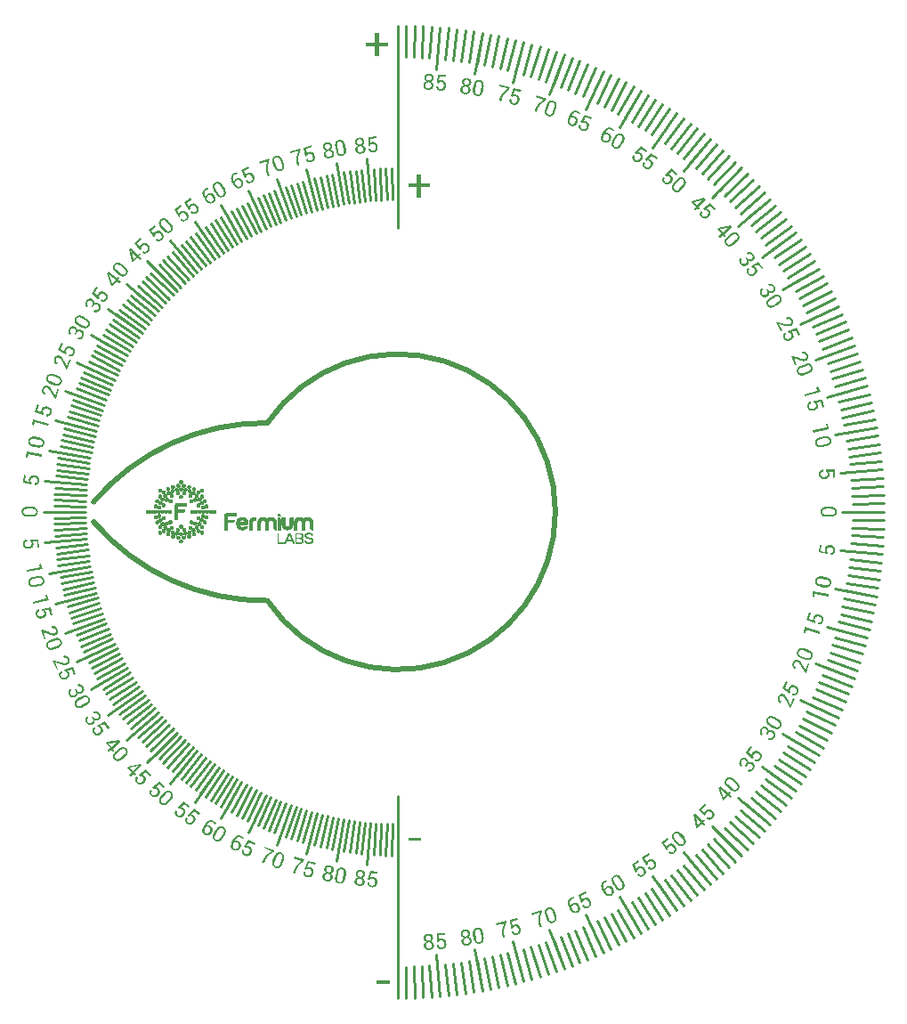
<source format=gto>
G04*
G04 #@! TF.GenerationSoftware,Altium Limited,Altium Designer,19.0.15 (446)*
G04*
G04 Layer_Color=65535*
%FSLAX25Y25*%
%MOIN*%
G70*
G01*
G75*
%ADD10C,0.02000*%
%ADD11C,0.00025*%
%ADD12C,0.01000*%
G36*
X-3085Y-176730D02*
X-7888D01*
Y-175481D01*
X-3085D01*
Y-176730D01*
D02*
G37*
G36*
X8726Y-123187D02*
X3923D01*
Y-121938D01*
X8726D01*
Y-123187D01*
D02*
G37*
G36*
X-6953Y175648D02*
X-3705D01*
Y174205D01*
X-6953D01*
Y170471D01*
X-8549D01*
Y174205D01*
X-11825D01*
Y175648D01*
X-8549D01*
Y179091D01*
X-6953D01*
Y175648D01*
D02*
G37*
G36*
X8795Y122892D02*
X12043D01*
Y121449D01*
X8795D01*
Y117715D01*
X7199D01*
Y121449D01*
X3923D01*
Y122892D01*
X7199D01*
Y126335D01*
X8795D01*
Y122892D01*
D02*
G37*
G36*
X55728Y154664D02*
X55521Y154067D01*
X55519Y154060D01*
X55503Y154058D01*
X55483Y154043D01*
X55455Y154024D01*
X55379Y153976D01*
X55278Y153916D01*
X55154Y153834D01*
X55010Y153737D01*
X54857Y153636D01*
X54685Y153519D01*
X54508Y153390D01*
X54329Y153253D01*
X54145Y153104D01*
X53963Y152961D01*
X53783Y152803D01*
X53619Y152647D01*
X53461Y152489D01*
X53319Y152332D01*
X53308Y152321D01*
X53290Y152291D01*
X53252Y152245D01*
X53201Y152182D01*
X53143Y152100D01*
X53074Y152006D01*
X52998Y151893D01*
X52918Y151766D01*
X52824Y151622D01*
X52734Y151470D01*
X52640Y151304D01*
X52548Y151123D01*
X52454Y150935D01*
X52361Y150732D01*
X52282Y150525D01*
X52198Y150304D01*
X51987Y149694D01*
X51233Y149955D01*
X51444Y150565D01*
X51446Y150572D01*
X51449Y150578D01*
X51455Y150598D01*
X51464Y150624D01*
X51487Y150690D01*
X51526Y150779D01*
X51571Y150889D01*
X51627Y151009D01*
X51692Y151155D01*
X51767Y151306D01*
X51852Y151467D01*
X51942Y151641D01*
X52047Y151818D01*
X52159Y151992D01*
X52279Y152171D01*
X52415Y152351D01*
X52555Y152523D01*
X52700Y152686D01*
X52711Y152697D01*
X52736Y152725D01*
X52780Y152769D01*
X52847Y152834D01*
X52931Y152907D01*
X53028Y152998D01*
X53137Y153100D01*
X53264Y153211D01*
X53410Y153336D01*
X53572Y153464D01*
X53736Y153598D01*
X53924Y153739D01*
X54121Y153883D01*
X54327Y154033D01*
X54546Y154177D01*
X54780Y154323D01*
X51809Y155352D01*
X52016Y155949D01*
X55728Y154664D01*
D02*
G37*
G36*
X57868Y153952D02*
X58008Y153933D01*
X58159Y153902D01*
X58306Y153859D01*
X58345Y153845D01*
X58382Y153825D01*
X58441Y153805D01*
X58502Y153769D01*
X58579Y153735D01*
X58664Y153684D01*
X58753Y153623D01*
X58842Y153563D01*
X58940Y153485D01*
X59029Y153403D01*
X59123Y153312D01*
X59205Y153210D01*
X59285Y153101D01*
X59360Y152980D01*
X59418Y152850D01*
X59422Y152841D01*
X59429Y152817D01*
X59443Y152775D01*
X59462Y152724D01*
X59475Y152654D01*
X59491Y152575D01*
X59508Y152473D01*
X59524Y152372D01*
X59534Y152251D01*
X59541Y152124D01*
X59537Y151986D01*
X59525Y151843D01*
X59508Y151688D01*
X59479Y151521D01*
X59436Y151353D01*
X59383Y151180D01*
X58815Y149540D01*
X58811Y149527D01*
X58802Y149501D01*
X58784Y149449D01*
X58754Y149385D01*
X58721Y149309D01*
X58676Y149222D01*
X58626Y149121D01*
X58568Y149016D01*
X58501Y148907D01*
X58425Y148794D01*
X58342Y148683D01*
X58253Y148575D01*
X58151Y148470D01*
X58045Y148375D01*
X57932Y148282D01*
X57810Y148207D01*
X57801Y148202D01*
X57781Y148187D01*
X57740Y148172D01*
X57695Y148151D01*
X57629Y148130D01*
X57552Y148098D01*
X57471Y148074D01*
X57374Y148049D01*
X57270Y148026D01*
X57156Y148014D01*
X57035Y148005D01*
X56901Y148000D01*
X56765Y148010D01*
X56625Y148029D01*
X56480Y148057D01*
X56327Y148103D01*
X56295Y148115D01*
X56251Y148137D01*
X56199Y148155D01*
X56131Y148193D01*
X56055Y148227D01*
X55970Y148278D01*
X55887Y148337D01*
X55791Y148399D01*
X55700Y148475D01*
X55608Y148550D01*
X55515Y148642D01*
X55433Y148743D01*
X55353Y148852D01*
X55277Y148974D01*
X55220Y149104D01*
X55215Y149112D01*
X55209Y149137D01*
X55194Y149179D01*
X55175Y149229D01*
X55163Y149300D01*
X55146Y149379D01*
X55127Y149473D01*
X55113Y149581D01*
X55104Y149702D01*
X55096Y149829D01*
X55100Y149968D01*
X55113Y150110D01*
X55130Y150266D01*
X55158Y150432D01*
X55202Y150601D01*
X55254Y150774D01*
X55822Y152413D01*
X55827Y152426D01*
X55836Y152452D01*
X55861Y152503D01*
X55883Y152568D01*
X55917Y152645D01*
X55962Y152732D01*
X56011Y152832D01*
X56070Y152937D01*
X56137Y153046D01*
X56211Y153153D01*
X56293Y153263D01*
X56382Y153372D01*
X56478Y153479D01*
X56586Y153580D01*
X56697Y153667D01*
X56821Y153749D01*
X56830Y153753D01*
X56850Y153768D01*
X56892Y153783D01*
X56942Y153802D01*
X57004Y153832D01*
X57079Y153858D01*
X57163Y153888D01*
X57260Y153913D01*
X57367Y153927D01*
X57484Y153945D01*
X57605Y153955D01*
X57732Y153962D01*
X57868Y153952D01*
D02*
G37*
G36*
X161543Y30878D02*
X155648Y29743D01*
X155496Y30534D01*
X160580Y31513D01*
X160322Y32778D01*
X160929Y32894D01*
X161543Y30878D01*
D02*
G37*
G36*
X160535Y28295D02*
X160664Y28285D01*
X160802Y28269D01*
X160940Y28246D01*
X161080Y28217D01*
X161223Y28174D01*
X161353Y28121D01*
X161486Y28054D01*
X161494Y28049D01*
X161517Y28039D01*
X161551Y28010D01*
X161593Y27976D01*
X161650Y27938D01*
X161709Y27885D01*
X161777Y27828D01*
X161847Y27757D01*
X161914Y27670D01*
X161988Y27579D01*
X162056Y27479D01*
X162126Y27372D01*
X162185Y27249D01*
X162239Y27118D01*
X162288Y26972D01*
X162324Y26824D01*
X162332Y26783D01*
X162333Y26741D01*
X162345Y26679D01*
X162344Y26608D01*
X162353Y26525D01*
X162351Y26426D01*
X162344Y26318D01*
X162336Y26211D01*
X162317Y26087D01*
X162291Y25969D01*
X162258Y25843D01*
X162211Y25721D01*
X162157Y25597D01*
X162090Y25471D01*
X162006Y25356D01*
X162000Y25348D01*
X161983Y25330D01*
X161954Y25296D01*
X161919Y25254D01*
X161865Y25209D01*
X161804Y25155D01*
X161725Y25090D01*
X161645Y25025D01*
X161546Y24956D01*
X161439Y24886D01*
X161317Y24820D01*
X161188Y24760D01*
X161044Y24697D01*
X160886Y24638D01*
X160718Y24592D01*
X160542Y24551D01*
X158839Y24223D01*
X158825Y24220D01*
X158798Y24215D01*
X158743Y24205D01*
X158674Y24198D01*
X158591Y24189D01*
X158493Y24185D01*
X158381Y24177D01*
X158261Y24175D01*
X158133Y24179D01*
X157997Y24188D01*
X157860Y24204D01*
X157721Y24227D01*
X157580Y24263D01*
X157444Y24308D01*
X157307Y24359D01*
X157181Y24427D01*
X157173Y24432D01*
X157150Y24442D01*
X157116Y24471D01*
X157075Y24498D01*
X157024Y24545D01*
X156958Y24596D01*
X156897Y24655D01*
X156826Y24726D01*
X156755Y24804D01*
X156688Y24897D01*
X156619Y24997D01*
X156547Y25111D01*
X156489Y25233D01*
X156435Y25364D01*
X156387Y25504D01*
X156350Y25659D01*
X156343Y25693D01*
X156341Y25742D01*
X156331Y25797D01*
X156330Y25874D01*
X156321Y25957D01*
X156323Y26057D01*
X156332Y26157D01*
X156338Y26272D01*
X156358Y26388D01*
X156378Y26505D01*
X156410Y26632D01*
X156457Y26754D01*
X156511Y26877D01*
X156579Y27003D01*
X156663Y27119D01*
X156668Y27127D01*
X156686Y27144D01*
X156715Y27178D01*
X156749Y27220D01*
X156804Y27266D01*
X156864Y27320D01*
X156937Y27383D01*
X157023Y27450D01*
X157123Y27518D01*
X157229Y27588D01*
X157351Y27654D01*
X157481Y27714D01*
X157624Y27777D01*
X157782Y27836D01*
X157950Y27883D01*
X158126Y27923D01*
X159830Y28251D01*
X159843Y28254D01*
X159871Y28259D01*
X159926Y28263D01*
X159995Y28276D01*
X160078Y28285D01*
X160176Y28290D01*
X160287Y28297D01*
X160407Y28299D01*
X160535Y28295D01*
D02*
G37*
G36*
X66732Y150208D02*
X66875Y150189D01*
X67023Y150162D01*
X67170Y150118D01*
X67319Y150059D01*
X67433Y150008D01*
X67513Y149965D01*
X67605Y149916D01*
X67707Y149855D01*
X67812Y149785D01*
X67918Y149715D01*
X67930Y149710D01*
X67963Y149680D01*
X68020Y149639D01*
X68082Y149589D01*
X68155Y149533D01*
X68230Y149462D01*
X68298Y149393D01*
X68366Y149325D01*
X67962Y148829D01*
X67952Y148841D01*
X67933Y148865D01*
X67894Y148897D01*
X67848Y148948D01*
X67793Y148996D01*
X67729Y149055D01*
X67658Y149117D01*
X67580Y149182D01*
X67568Y149188D01*
X67539Y149208D01*
X67500Y149241D01*
X67436Y149285D01*
X67363Y149325D01*
X67274Y149380D01*
X67175Y149432D01*
X67010Y149505D01*
X66976Y149513D01*
X66929Y149527D01*
X66872Y149537D01*
X66744Y149556D01*
X66672Y149565D01*
X66588Y149565D01*
X66505Y149565D01*
X66415Y149551D01*
X66329Y149529D01*
X66234Y149503D01*
X66139Y149462D01*
X66042Y149414D01*
X66033Y149411D01*
X66021Y149401D01*
X65990Y149384D01*
X65957Y149361D01*
X65912Y149328D01*
X65864Y149288D01*
X65813Y149243D01*
X65750Y149187D01*
X65685Y149125D01*
X65623Y149054D01*
X65557Y148977D01*
X65487Y148887D01*
X65422Y148794D01*
X65355Y148695D01*
X65295Y148577D01*
X65235Y148460D01*
X65048Y148042D01*
X65066Y148049D01*
X65103Y148063D01*
X65171Y148078D01*
X65259Y148107D01*
X65361Y148130D01*
X65475Y148147D01*
X65602Y148159D01*
X65739Y148158D01*
X65745Y148156D01*
X65754Y148159D01*
X65776Y148157D01*
X65804Y148152D01*
X65873Y148152D01*
X65973Y148137D01*
X66076Y148114D01*
X66202Y148088D01*
X66328Y148047D01*
X66463Y147994D01*
X66533Y147963D01*
X66575Y147937D01*
X66635Y147902D01*
X66699Y147858D01*
X66769Y147811D01*
X66843Y147756D01*
X66914Y147693D01*
X66995Y147619D01*
X67067Y147541D01*
X67142Y147455D01*
X67205Y147358D01*
X67266Y147255D01*
X67323Y147146D01*
X67362Y147029D01*
X67366Y147020D01*
X67373Y147002D01*
X67378Y146961D01*
X67389Y146918D01*
X67398Y146854D01*
X67404Y146783D01*
X67414Y146702D01*
X67418Y146609D01*
X67419Y146510D01*
X67414Y146398D01*
X67401Y146282D01*
X67384Y146160D01*
X67356Y146029D01*
X67321Y145900D01*
X67274Y145761D01*
X67218Y145619D01*
X67215Y145613D01*
X67201Y145581D01*
X67181Y145536D01*
X67149Y145482D01*
X67112Y145415D01*
X67062Y145339D01*
X67010Y145256D01*
X66948Y145169D01*
X66875Y145073D01*
X66795Y144979D01*
X66715Y144886D01*
X66623Y144798D01*
X66515Y144709D01*
X66410Y144627D01*
X66294Y144557D01*
X66170Y144499D01*
X66161Y144495D01*
X66142Y144488D01*
X66106Y144474D01*
X66053Y144460D01*
X65992Y144441D01*
X65915Y144423D01*
X65832Y144407D01*
X65736Y144396D01*
X65634Y144389D01*
X65519Y144387D01*
X65398Y144388D01*
X65273Y144398D01*
X65145Y144418D01*
X65007Y144449D01*
X64868Y144496D01*
X64726Y144552D01*
X64694Y144566D01*
X64659Y144589D01*
X64602Y144615D01*
X64544Y144656D01*
X64474Y144702D01*
X64397Y144752D01*
X64320Y144817D01*
X64233Y144894D01*
X64148Y144977D01*
X64067Y145067D01*
X63985Y145172D01*
X63905Y145284D01*
X63838Y145405D01*
X63767Y145536D01*
X63718Y145679D01*
X63714Y145689D01*
X63710Y145713D01*
X63699Y145756D01*
X63690Y145821D01*
X63677Y145895D01*
X63664Y145985D01*
X63656Y146087D01*
X63655Y146202D01*
X63649Y146326D01*
X63659Y146466D01*
X63671Y146613D01*
X63695Y146769D01*
X63729Y146929D01*
X63777Y147105D01*
X63841Y147282D01*
X63914Y147462D01*
X64470Y148703D01*
X64475Y148716D01*
X64489Y148748D01*
X64518Y148796D01*
X64547Y148859D01*
X64596Y148936D01*
X64651Y149025D01*
X64709Y149121D01*
X64786Y149223D01*
X64865Y149332D01*
X64960Y149442D01*
X65064Y149555D01*
X65174Y149666D01*
X65297Y149770D01*
X65423Y149866D01*
X65562Y149956D01*
X65711Y150034D01*
X65720Y150037D01*
X65747Y150048D01*
X65793Y150065D01*
X65848Y150086D01*
X65928Y150111D01*
X66014Y150134D01*
X66109Y150160D01*
X66217Y150180D01*
X66338Y150194D01*
X66465Y150206D01*
X66595Y150208D01*
X66732Y150208D01*
D02*
G37*
G36*
X72847Y147495D02*
X72555Y146843D01*
X70471Y147775D01*
X69599Y146302D01*
X69608Y146306D01*
X69639Y146307D01*
X69689Y146316D01*
X69747Y146327D01*
X69819Y146334D01*
X69902Y146334D01*
X69989Y146341D01*
X70079Y146338D01*
X70095Y146339D01*
X70123Y146334D01*
X70173Y146327D01*
X70239Y146320D01*
X70314Y146302D01*
X70402Y146278D01*
X70496Y146251D01*
X70600Y146212D01*
X70670Y146181D01*
X70724Y146149D01*
X70778Y146117D01*
X70849Y146070D01*
X70925Y146021D01*
X70999Y145965D01*
X71083Y145897D01*
X71164Y145823D01*
X71242Y145742D01*
X71323Y145653D01*
X71396Y145560D01*
X71463Y145454D01*
X71517Y145338D01*
X71563Y145219D01*
X71566Y145210D01*
X71573Y145191D01*
X71578Y145151D01*
X71593Y145099D01*
X71605Y145040D01*
X71614Y144960D01*
X71621Y144873D01*
X71625Y144780D01*
X71623Y144675D01*
X71625Y144560D01*
X71609Y144438D01*
X71587Y144303D01*
X71562Y144162D01*
X71521Y144021D01*
X71469Y143870D01*
X71407Y143715D01*
X71404Y143708D01*
X71390Y143677D01*
X71373Y143639D01*
X71341Y143585D01*
X71303Y143518D01*
X71254Y143441D01*
X71202Y143358D01*
X71140Y143271D01*
X71076Y143178D01*
X70996Y143085D01*
X70916Y142991D01*
X70824Y142904D01*
X70725Y142819D01*
X70619Y142736D01*
X70504Y142666D01*
X70386Y142605D01*
X70377Y142602D01*
X70359Y142595D01*
X70322Y142581D01*
X70270Y142566D01*
X70208Y142548D01*
X70134Y142535D01*
X70051Y142519D01*
X69955Y142509D01*
X69850Y142495D01*
X69735Y142493D01*
X69611Y142503D01*
X69480Y142517D01*
X69345Y142539D01*
X69201Y142573D01*
X69049Y142625D01*
X68894Y142687D01*
X68831Y142715D01*
X68783Y142744D01*
X68729Y142776D01*
X68662Y142814D01*
X68592Y142860D01*
X68515Y142910D01*
X68358Y143034D01*
X68277Y143108D01*
X68199Y143188D01*
X68117Y143278D01*
X68045Y143371D01*
X67982Y143468D01*
X67921Y143571D01*
X67918Y143580D01*
X67911Y143598D01*
X67894Y143629D01*
X67883Y143672D01*
X67862Y143727D01*
X67847Y143794D01*
X67834Y143868D01*
X67818Y143952D01*
X67811Y144038D01*
X67810Y144138D01*
X67812Y144243D01*
X67825Y144359D01*
X67842Y144481D01*
X67874Y144603D01*
X67915Y144729D01*
X67974Y144862D01*
X67992Y144885D01*
X68651Y144590D01*
X68648Y144584D01*
X68642Y144571D01*
X68631Y144546D01*
X68623Y144511D01*
X68609Y144480D01*
X68596Y144432D01*
X68569Y144323D01*
X68553Y144201D01*
X68546Y144067D01*
X68559Y143924D01*
X68595Y143786D01*
X68603Y143768D01*
X68623Y143728D01*
X68663Y143665D01*
X68719Y143587D01*
X68794Y143500D01*
X68891Y143411D01*
X69007Y143329D01*
X69147Y143251D01*
X69191Y143231D01*
X69226Y143223D01*
X69266Y143212D01*
X69314Y143199D01*
X69433Y143176D01*
X69564Y143163D01*
X69709Y143166D01*
X69784Y143179D01*
X69860Y143198D01*
X69934Y143226D01*
X70010Y143260D01*
X70013Y143266D01*
X70028Y143267D01*
X70049Y143280D01*
X70076Y143306D01*
X70116Y143327D01*
X70152Y143356D01*
X70200Y143396D01*
X70248Y143435D01*
X70295Y143490D01*
X70349Y143542D01*
X70461Y143674D01*
X70566Y143840D01*
X70669Y144037D01*
X70672Y144043D01*
X70680Y144062D01*
X70692Y144088D01*
X70702Y144129D01*
X70722Y144173D01*
X70739Y144227D01*
X70771Y144349D01*
X70798Y144496D01*
X70816Y144655D01*
X70815Y144823D01*
X70784Y144990D01*
X70786Y144996D01*
X70776Y145008D01*
X70762Y145060D01*
X70727Y145136D01*
X70671Y145230D01*
X70595Y145332D01*
X70491Y145440D01*
X70368Y145540D01*
X70289Y145583D01*
X70209Y145626D01*
X70140Y145658D01*
X70061Y145685D01*
X69960Y145715D01*
X69853Y145748D01*
X69740Y145768D01*
X69625Y145782D01*
X69523Y145774D01*
X69513Y145771D01*
X69480Y145763D01*
X69434Y145745D01*
X69372Y145727D01*
X69303Y145690D01*
X69227Y145640D01*
X69149Y145584D01*
X69068Y145506D01*
X68488Y145841D01*
X70142Y148705D01*
X72847Y147495D01*
D02*
G37*
G36*
X158237Y44840D02*
X152464Y43196D01*
X152243Y43970D01*
X157222Y45388D01*
X156855Y46626D01*
X157449Y46795D01*
X158237Y44840D01*
D02*
G37*
G36*
X159748Y39231D02*
X159061Y39035D01*
X158435Y41231D01*
X156747Y40952D01*
X156756Y40947D01*
X156776Y40924D01*
X156815Y40892D01*
X156861Y40855D01*
X156912Y40804D01*
X156966Y40740D01*
X157027Y40678D01*
X157083Y40608D01*
X157094Y40596D01*
X157108Y40571D01*
X157135Y40529D01*
X157172Y40474D01*
X157206Y40404D01*
X157244Y40322D01*
X157284Y40232D01*
X157321Y40127D01*
X157342Y40054D01*
X157352Y39992D01*
X157363Y39930D01*
X157372Y39846D01*
X157384Y39755D01*
X157388Y39663D01*
X157390Y39555D01*
X157385Y39445D01*
X157374Y39334D01*
X157358Y39214D01*
X157333Y39098D01*
X157294Y38979D01*
X157241Y38863D01*
X157179Y38752D01*
X157174Y38743D01*
X157165Y38726D01*
X157137Y38696D01*
X157106Y38651D01*
X157069Y38605D01*
X157014Y38546D01*
X156952Y38485D01*
X156883Y38422D01*
X156801Y38355D01*
X156714Y38280D01*
X156610Y38214D01*
X156493Y38145D01*
X156369Y38074D01*
X156235Y38013D01*
X156085Y37956D01*
X155927Y37904D01*
X155920Y37902D01*
X155887Y37893D01*
X155847Y37881D01*
X155785Y37871D01*
X155709Y37857D01*
X155619Y37845D01*
X155522Y37832D01*
X155416Y37824D01*
X155303Y37813D01*
X155180Y37814D01*
X155057Y37815D01*
X154930Y37830D01*
X154802Y37851D01*
X154671Y37878D01*
X154543Y37921D01*
X154420Y37973D01*
X154412Y37978D01*
X154395Y37987D01*
X154360Y38006D01*
X154316Y38037D01*
X154262Y38072D01*
X154205Y38121D01*
X154139Y38174D01*
X154070Y38241D01*
X153992Y38313D01*
X153917Y38399D01*
X153844Y38502D01*
X153770Y38610D01*
X153700Y38728D01*
X153634Y38860D01*
X153577Y39010D01*
X153524Y39168D01*
X153505Y39235D01*
X153497Y39290D01*
X153486Y39352D01*
X153472Y39428D01*
X153463Y39511D01*
X153451Y39602D01*
X153445Y39802D01*
X153450Y39912D01*
X153461Y40023D01*
X153478Y40143D01*
X153502Y40259D01*
X153536Y40369D01*
X153576Y40482D01*
X153581Y40490D01*
X153590Y40508D01*
X153603Y40540D01*
X153629Y40576D01*
X153657Y40628D01*
X153699Y40683D01*
X153748Y40740D01*
X153801Y40806D01*
X153863Y40867D01*
X153939Y40931D01*
X154021Y40998D01*
X154118Y41062D01*
X154222Y41128D01*
X154336Y41182D01*
X154459Y41231D01*
X154599Y41271D01*
X154628Y41272D01*
X154826Y40578D01*
X154819Y40576D01*
X154806Y40572D01*
X154779Y40565D01*
X154748Y40549D01*
X154714Y40539D01*
X154669Y40519D01*
X154568Y40469D01*
X154464Y40403D01*
X154358Y40322D01*
X154256Y40221D01*
X154174Y40104D01*
X154165Y40087D01*
X154148Y40046D01*
X154125Y39974D01*
X154101Y39881D01*
X154083Y39767D01*
X154077Y39636D01*
X154088Y39495D01*
X154119Y39337D01*
X154132Y39291D01*
X154148Y39259D01*
X154166Y39221D01*
X154186Y39176D01*
X154245Y39070D01*
X154319Y38962D01*
X154416Y38852D01*
X154473Y38803D01*
X154536Y38756D01*
X154605Y38718D01*
X154680Y38682D01*
X154687Y38684D01*
X154698Y38673D01*
X154721Y38665D01*
X154759Y38661D01*
X154799Y38644D01*
X154845Y38635D01*
X154906Y38624D01*
X154967Y38612D01*
X155040Y38611D01*
X155114Y38603D01*
X155288Y38602D01*
X155482Y38629D01*
X155699Y38677D01*
X155706Y38678D01*
X155726Y38684D01*
X155753Y38692D01*
X155791Y38710D01*
X155838Y38723D01*
X155889Y38745D01*
X156004Y38799D01*
X156134Y38873D01*
X156268Y38961D01*
X156396Y39070D01*
X156502Y39201D01*
X156509Y39203D01*
X156512Y39218D01*
X156543Y39263D01*
X156579Y39338D01*
X156614Y39442D01*
X156644Y39566D01*
X156659Y39715D01*
X156658Y39873D01*
X156639Y39962D01*
X156621Y40050D01*
X156600Y40124D01*
X156571Y40202D01*
X156529Y40298D01*
X156485Y40401D01*
X156428Y40501D01*
X156364Y40598D01*
X156293Y40671D01*
X156284Y40676D01*
X156257Y40697D01*
X156214Y40721D01*
X156161Y40756D01*
X156087Y40786D01*
X156000Y40812D01*
X155907Y40835D01*
X155796Y40847D01*
X155680Y41507D01*
X158937Y42081D01*
X159748Y39231D01*
D02*
G37*
G36*
X163633Y15761D02*
X163892Y12809D01*
X163180Y12747D01*
X162980Y15021D01*
X161270Y15067D01*
X161277Y15061D01*
X161293Y15034D01*
X161325Y14995D01*
X161364Y14950D01*
X161404Y14890D01*
X161445Y14818D01*
X161493Y14745D01*
X161535Y14665D01*
X161543Y14652D01*
X161552Y14625D01*
X161570Y14578D01*
X161597Y14517D01*
X161617Y14443D01*
X161639Y14354D01*
X161661Y14258D01*
X161678Y14148D01*
X161684Y14072D01*
X161683Y14009D01*
X161681Y13947D01*
X161675Y13862D01*
X161669Y13771D01*
X161656Y13679D01*
X161637Y13573D01*
X161612Y13467D01*
X161579Y13359D01*
X161541Y13244D01*
X161494Y13136D01*
X161434Y13026D01*
X161360Y12922D01*
X161278Y12824D01*
X161272Y12817D01*
X161259Y12802D01*
X161226Y12778D01*
X161188Y12740D01*
X161142Y12701D01*
X161077Y12654D01*
X161004Y12605D01*
X160925Y12557D01*
X160832Y12507D01*
X160732Y12449D01*
X160618Y12404D01*
X160490Y12358D01*
X160354Y12312D01*
X160211Y12278D01*
X160053Y12251D01*
X159888Y12229D01*
X159881Y12229D01*
X159846Y12225D01*
X159805Y12222D01*
X159742Y12223D01*
X159665Y12224D01*
X159574Y12229D01*
X159476Y12235D01*
X159371Y12247D01*
X159258Y12258D01*
X159138Y12282D01*
X159017Y12306D01*
X158896Y12344D01*
X158773Y12389D01*
X158650Y12441D01*
X158533Y12508D01*
X158422Y12582D01*
X158414Y12588D01*
X158399Y12600D01*
X158369Y12626D01*
X158331Y12664D01*
X158285Y12709D01*
X158238Y12767D01*
X158184Y12832D01*
X158128Y12911D01*
X158065Y12996D01*
X158008Y13096D01*
X157956Y13209D01*
X157904Y13330D01*
X157858Y13459D01*
X157817Y13601D01*
X157789Y13759D01*
X157768Y13925D01*
X157762Y13994D01*
X157764Y14050D01*
X157765Y14112D01*
X157766Y14189D01*
X157772Y14273D01*
X157778Y14364D01*
X157810Y14562D01*
X157835Y14669D01*
X157868Y14776D01*
X157906Y14891D01*
X157953Y15000D01*
X158006Y15102D01*
X158067Y15205D01*
X158073Y15212D01*
X158086Y15227D01*
X158104Y15257D01*
X158136Y15287D01*
X158174Y15333D01*
X158226Y15379D01*
X158285Y15426D01*
X158350Y15480D01*
X158422Y15528D01*
X158508Y15578D01*
X158601Y15628D01*
X158709Y15672D01*
X158823Y15717D01*
X158946Y15748D01*
X159076Y15774D01*
X159221Y15786D01*
X159250Y15782D01*
X159312Y15063D01*
X159306Y15062D01*
X159292Y15061D01*
X159264Y15059D01*
X159230Y15049D01*
X159196Y15046D01*
X159148Y15034D01*
X159039Y15004D01*
X158924Y14959D01*
X158804Y14900D01*
X158686Y14820D01*
X158583Y14720D01*
X158571Y14705D01*
X158546Y14668D01*
X158510Y14603D01*
X158469Y14515D01*
X158429Y14407D01*
X158399Y14279D01*
X158383Y14139D01*
X158383Y13978D01*
X158388Y13930D01*
X158397Y13896D01*
X158408Y13855D01*
X158419Y13807D01*
X158457Y13692D01*
X158510Y13571D01*
X158583Y13446D01*
X158630Y13387D01*
X158684Y13329D01*
X158744Y13279D01*
X158811Y13229D01*
X158818Y13229D01*
X158826Y13216D01*
X158848Y13204D01*
X158884Y13193D01*
X158921Y13169D01*
X158964Y13151D01*
X159022Y13129D01*
X159080Y13106D01*
X159151Y13091D01*
X159222Y13070D01*
X159392Y13036D01*
X159588Y13025D01*
X159811Y13031D01*
X159818Y13031D01*
X159838Y13033D01*
X159866Y13035D01*
X159907Y13046D01*
X159955Y13050D01*
X160010Y13062D01*
X160133Y13093D01*
X160275Y13141D01*
X160423Y13202D01*
X160569Y13285D01*
X160699Y13394D01*
X160705Y13394D01*
X160711Y13409D01*
X160750Y13447D01*
X160800Y13514D01*
X160854Y13609D01*
X160906Y13725D01*
X160950Y13869D01*
X160978Y14024D01*
X160977Y14115D01*
X160976Y14205D01*
X160969Y14281D01*
X160955Y14364D01*
X160932Y14466D01*
X160909Y14576D01*
X160871Y14684D01*
X160827Y14791D01*
X160771Y14877D01*
X160763Y14883D01*
X160740Y14909D01*
X160703Y14941D01*
X160657Y14985D01*
X160590Y15028D01*
X160510Y15070D01*
X160423Y15111D01*
X160316Y15144D01*
X160327Y15813D01*
X163633Y15761D01*
D02*
G37*
G36*
X152204Y59900D02*
X152321Y59885D01*
X152443Y59858D01*
X152561Y59821D01*
X152684Y59771D01*
X152693Y59767D01*
X152711Y59759D01*
X152749Y59737D01*
X152788Y59714D01*
X152847Y59677D01*
X152908Y59634D01*
X152978Y59586D01*
X153053Y59526D01*
X153126Y59450D01*
X153207Y59377D01*
X153287Y59281D01*
X153368Y59186D01*
X153441Y59073D01*
X153519Y58946D01*
X153584Y58815D01*
X153648Y58668D01*
X153675Y58597D01*
X153688Y58543D01*
X153704Y58482D01*
X153727Y58402D01*
X153744Y58319D01*
X153757Y58227D01*
X153777Y58019D01*
X153781Y57910D01*
X153780Y57798D01*
X153769Y57689D01*
X153748Y57570D01*
X153715Y57461D01*
X153676Y57349D01*
X153672Y57340D01*
X153664Y57323D01*
X153652Y57296D01*
X153629Y57257D01*
X153596Y57208D01*
X153566Y57151D01*
X153522Y57090D01*
X153472Y57026D01*
X153416Y56960D01*
X153353Y56892D01*
X153277Y56818D01*
X153199Y56751D01*
X153105Y56686D01*
X153008Y56626D01*
X152897Y56569D01*
X152783Y56518D01*
X152776Y56516D01*
X152763Y56511D01*
X152737Y56501D01*
X152709Y56497D01*
X152670Y56482D01*
X152615Y56469D01*
X152498Y56446D01*
X152358Y56423D01*
X152198Y56414D01*
X152021Y56413D01*
X151835Y56431D01*
X151829Y56429D01*
X151811Y56437D01*
X151780Y56440D01*
X151746Y56449D01*
X151691Y56458D01*
X151634Y56473D01*
X151563Y56483D01*
X151481Y56504D01*
X151389Y56528D01*
X151292Y56550D01*
X151179Y56574D01*
X151061Y56611D01*
X150803Y56683D01*
X150509Y56772D01*
X148343Y57542D01*
X148328Y57521D01*
X149289Y55006D01*
X148706Y54783D01*
X147393Y58219D01*
X147906Y58415D01*
X150637Y57467D01*
X150646Y57463D01*
X150671Y57457D01*
X150707Y57441D01*
X150758Y57424D01*
X150822Y57411D01*
X150891Y57385D01*
X151058Y57338D01*
X151240Y57288D01*
X151429Y57242D01*
X151609Y57199D01*
X151695Y57187D01*
X151772Y57180D01*
X151779Y57182D01*
X151788Y57178D01*
X151810Y57179D01*
X151840Y57176D01*
X151915Y57175D01*
X152012Y57174D01*
X152128Y57182D01*
X152248Y57198D01*
X152379Y57226D01*
X152504Y57266D01*
X152511Y57269D01*
X152524Y57274D01*
X152543Y57281D01*
X152567Y57297D01*
X152636Y57331D01*
X152721Y57379D01*
X152806Y57448D01*
X152895Y57527D01*
X152979Y57618D01*
X153047Y57733D01*
X153055Y57751D01*
X153071Y57787D01*
X153090Y57854D01*
X153108Y57942D01*
X153119Y58050D01*
X153118Y58169D01*
X153097Y58302D01*
X153058Y58443D01*
X153040Y58489D01*
X153022Y58518D01*
X153004Y58564D01*
X152980Y58607D01*
X152912Y58707D01*
X152833Y58818D01*
X152734Y58921D01*
X152612Y59008D01*
X152544Y59049D01*
X152472Y59081D01*
X152466Y59079D01*
X152454Y59089D01*
X152430Y59095D01*
X152406Y59100D01*
X152326Y59114D01*
X152218Y59125D01*
X152088Y59135D01*
X151950Y59127D01*
X151791Y59096D01*
X151624Y59047D01*
X151349Y59767D01*
X151370Y59790D01*
X151376Y59792D01*
X151402Y59802D01*
X151435Y59814D01*
X151483Y59825D01*
X151543Y59841D01*
X151617Y59862D01*
X151693Y59876D01*
X151785Y59889D01*
X151883Y59904D01*
X151987Y59906D01*
X152090Y59908D01*
X152204Y59900D01*
D02*
G37*
G36*
X153823Y55526D02*
X153971Y55508D01*
X154108Y55479D01*
X154250Y55437D01*
X154259Y55433D01*
X154284Y55427D01*
X154322Y55405D01*
X154369Y55378D01*
X154432Y55350D01*
X154500Y55309D01*
X154576Y55264D01*
X154658Y55206D01*
X154738Y55133D01*
X154827Y55055D01*
X154912Y54969D01*
X154999Y54876D01*
X155079Y54765D01*
X155154Y54645D01*
X155228Y54510D01*
X155289Y54370D01*
X155304Y54331D01*
X155312Y54290D01*
X155335Y54231D01*
X155347Y54162D01*
X155370Y54081D01*
X155385Y53983D01*
X155396Y53876D01*
X155407Y53769D01*
X155411Y53644D01*
X155405Y53523D01*
X155395Y53393D01*
X155370Y53264D01*
X155338Y53133D01*
X155293Y52997D01*
X155231Y52869D01*
X155227Y52860D01*
X155212Y52840D01*
X155190Y52802D01*
X155163Y52754D01*
X155117Y52700D01*
X155067Y52636D01*
X155000Y52558D01*
X154933Y52481D01*
X154847Y52396D01*
X154754Y52308D01*
X154646Y52222D01*
X154528Y52140D01*
X154398Y52054D01*
X154253Y51968D01*
X154095Y51893D01*
X153929Y51823D01*
X152308Y51204D01*
X152295Y51199D01*
X152269Y51189D01*
X152218Y51169D01*
X152150Y51151D01*
X152070Y51127D01*
X151974Y51106D01*
X151866Y51079D01*
X151748Y51056D01*
X151621Y51038D01*
X151486Y51023D01*
X151348Y51015D01*
X151207Y51013D01*
X151062Y51025D01*
X150920Y51045D01*
X150776Y51072D01*
X150640Y51116D01*
X150632Y51120D01*
X150607Y51126D01*
X150569Y51148D01*
X150524Y51169D01*
X150465Y51205D01*
X150391Y51244D01*
X150321Y51292D01*
X150240Y51350D01*
X150155Y51414D01*
X150073Y51494D01*
X149988Y51580D01*
X149898Y51680D01*
X149819Y51791D01*
X149743Y51910D01*
X149672Y52039D01*
X149608Y52186D01*
X149596Y52218D01*
X149585Y52266D01*
X149565Y52318D01*
X149551Y52394D01*
X149528Y52474D01*
X149512Y52573D01*
X149504Y52673D01*
X149490Y52787D01*
X149489Y52905D01*
X149489Y53024D01*
X149498Y53154D01*
X149524Y53283D01*
X149555Y53413D01*
X149600Y53549D01*
X149663Y53677D01*
X149667Y53686D01*
X149681Y53707D01*
X149704Y53745D01*
X149730Y53792D01*
X149776Y53847D01*
X149826Y53911D01*
X149887Y53986D01*
X149960Y54066D01*
X150046Y54151D01*
X150139Y54238D01*
X150248Y54324D01*
X150365Y54406D01*
X150495Y54493D01*
X150641Y54578D01*
X150798Y54653D01*
X150964Y54724D01*
X152585Y55343D01*
X152598Y55348D01*
X152624Y55358D01*
X152678Y55371D01*
X152743Y55396D01*
X152823Y55419D01*
X152919Y55441D01*
X153028Y55467D01*
X153145Y55490D01*
X153272Y55509D01*
X153401Y55521D01*
X153539Y55529D01*
X153680Y55531D01*
X153823Y55526D01*
D02*
G37*
G36*
X146522Y72933D02*
X146646Y72916D01*
X146767Y72890D01*
X146894Y72851D01*
X146903Y72848D01*
X146922Y72842D01*
X146962Y72822D01*
X147002Y72803D01*
X147064Y72772D01*
X147128Y72734D01*
X147202Y72693D01*
X147282Y72639D01*
X147362Y72570D01*
X147449Y72503D01*
X147538Y72415D01*
X147626Y72328D01*
X147709Y72221D01*
X147798Y72102D01*
X147874Y71977D01*
X147950Y71836D01*
X147983Y71768D01*
X148001Y71715D01*
X148022Y71656D01*
X148052Y71578D01*
X148076Y71497D01*
X148097Y71406D01*
X148135Y71201D01*
X148149Y71092D01*
X148157Y70980D01*
X148156Y70872D01*
X148145Y70751D01*
X148122Y70639D01*
X148093Y70525D01*
X148090Y70516D01*
X148083Y70497D01*
X148074Y70469D01*
X148055Y70429D01*
X148026Y70377D01*
X148000Y70318D01*
X147962Y70253D01*
X147918Y70186D01*
X147868Y70115D01*
X147811Y70041D01*
X147742Y69961D01*
X147669Y69887D01*
X147582Y69814D01*
X147491Y69747D01*
X147385Y69680D01*
X147275Y69619D01*
X147269Y69616D01*
X147257Y69610D01*
X147232Y69598D01*
X147204Y69592D01*
X147166Y69573D01*
X147113Y69555D01*
X146998Y69523D01*
X146861Y69487D01*
X146702Y69464D01*
X146525Y69447D01*
X146339Y69450D01*
X146333Y69447D01*
X146314Y69453D01*
X146283Y69453D01*
X146249Y69460D01*
X146193Y69464D01*
X146134Y69474D01*
X146063Y69478D01*
X145979Y69491D01*
X145887Y69508D01*
X145787Y69521D01*
X145673Y69535D01*
X145552Y69561D01*
X145289Y69611D01*
X144988Y69673D01*
X142763Y70252D01*
X142751Y70230D01*
X143927Y67808D01*
X143365Y67535D01*
X141758Y70844D01*
X142252Y71083D01*
X145055Y70377D01*
X145065Y70374D01*
X145090Y70371D01*
X145127Y70358D01*
X145179Y70345D01*
X145244Y70338D01*
X145316Y70318D01*
X145486Y70285D01*
X145672Y70252D01*
X145864Y70222D01*
X146047Y70195D01*
X146133Y70191D01*
X146211Y70190D01*
X146217Y70193D01*
X146227Y70190D01*
X146248Y70192D01*
X146279Y70192D01*
X146354Y70197D01*
X146450Y70206D01*
X146565Y70223D01*
X146684Y70249D01*
X146811Y70288D01*
X146933Y70340D01*
X146939Y70343D01*
X146952Y70349D01*
X146970Y70358D01*
X146992Y70376D01*
X147058Y70416D01*
X147139Y70471D01*
X147218Y70547D01*
X147300Y70634D01*
X147375Y70732D01*
X147432Y70852D01*
X147439Y70871D01*
X147452Y70908D01*
X147465Y70976D01*
X147475Y71066D01*
X147476Y71175D01*
X147466Y71293D01*
X147433Y71423D01*
X147382Y71561D01*
X147360Y71604D01*
X147339Y71632D01*
X147318Y71676D01*
X147290Y71717D01*
X147214Y71811D01*
X147125Y71914D01*
X147018Y72009D01*
X146888Y72085D01*
X146817Y72120D01*
X146743Y72145D01*
X146737Y72142D01*
X146724Y72152D01*
X146700Y72155D01*
X146675Y72158D01*
X146594Y72166D01*
X146485Y72167D01*
X146355Y72165D01*
X146218Y72145D01*
X146063Y72100D01*
X145900Y72037D01*
X145564Y72730D01*
X145583Y72755D01*
X145589Y72758D01*
X145614Y72770D01*
X145645Y72785D01*
X145692Y72800D01*
X145751Y72821D01*
X145823Y72848D01*
X145898Y72869D01*
X145988Y72890D01*
X146084Y72913D01*
X146187Y72925D01*
X146290Y72936D01*
X146404Y72938D01*
X146522Y72933D01*
D02*
G37*
G36*
X150618Y66150D02*
X149975Y65838D01*
X148978Y67892D01*
X147363Y67324D01*
X147373Y67321D01*
X147397Y67302D01*
X147441Y67277D01*
X147493Y67248D01*
X147552Y67207D01*
X147616Y67153D01*
X147687Y67103D01*
X147754Y67043D01*
X147767Y67034D01*
X147785Y67012D01*
X147819Y66974D01*
X147865Y66927D01*
X147911Y66865D01*
X147963Y66789D01*
X148018Y66708D01*
X148072Y66611D01*
X148106Y66543D01*
X148127Y66483D01*
X148148Y66424D01*
X148172Y66343D01*
X148198Y66256D01*
X148219Y66166D01*
X148240Y66060D01*
X148254Y65951D01*
X148262Y65839D01*
X148267Y65718D01*
X148262Y65600D01*
X148245Y65476D01*
X148213Y65352D01*
X148171Y65232D01*
X148168Y65223D01*
X148161Y65204D01*
X148139Y65170D01*
X148117Y65121D01*
X148089Y65068D01*
X148044Y65001D01*
X147994Y64930D01*
X147937Y64856D01*
X147868Y64776D01*
X147795Y64687D01*
X147704Y64604D01*
X147601Y64515D01*
X147491Y64424D01*
X147369Y64341D01*
X147232Y64259D01*
X147085Y64180D01*
X147079Y64177D01*
X147047Y64162D01*
X147010Y64144D01*
X146951Y64122D01*
X146879Y64095D01*
X146792Y64069D01*
X146698Y64038D01*
X146596Y64012D01*
X146487Y63982D01*
X146365Y63962D01*
X146244Y63941D01*
X146117Y63933D01*
X145986Y63932D01*
X145853Y63937D01*
X145720Y63957D01*
X145590Y63986D01*
X145580Y63989D01*
X145562Y63996D01*
X145525Y64009D01*
X145475Y64031D01*
X145417Y64056D01*
X145352Y64095D01*
X145278Y64136D01*
X145198Y64189D01*
X145108Y64246D01*
X145019Y64319D01*
X144930Y64407D01*
X144838Y64501D01*
X144749Y64604D01*
X144661Y64723D01*
X144579Y64861D01*
X144500Y65008D01*
X144469Y65070D01*
X144451Y65123D01*
X144430Y65182D01*
X144403Y65254D01*
X144379Y65335D01*
X144352Y65422D01*
X144311Y65618D01*
X144297Y65727D01*
X144289Y65839D01*
X144284Y65960D01*
X144289Y66078D01*
X144302Y66193D01*
X144322Y66310D01*
X144326Y66320D01*
X144332Y66338D01*
X144339Y66372D01*
X144358Y66412D01*
X144377Y66468D01*
X144409Y66530D01*
X144447Y66594D01*
X144488Y66668D01*
X144538Y66739D01*
X144601Y66816D01*
X144671Y66896D01*
X144755Y66976D01*
X144846Y67058D01*
X144950Y67132D01*
X145062Y67202D01*
X145193Y67265D01*
X145221Y67271D01*
X145536Y66622D01*
X145530Y66619D01*
X145518Y66613D01*
X145493Y66601D01*
X145465Y66579D01*
X145433Y66564D01*
X145393Y66537D01*
X145302Y66470D01*
X145211Y66387D01*
X145120Y66289D01*
X145038Y66171D01*
X144977Y66042D01*
X144971Y66023D01*
X144961Y65980D01*
X144951Y65906D01*
X144943Y65810D01*
X144945Y65695D01*
X144962Y65564D01*
X144998Y65427D01*
X145055Y65277D01*
X145077Y65234D01*
X145098Y65206D01*
X145122Y65171D01*
X145150Y65130D01*
X145226Y65036D01*
X145318Y64942D01*
X145432Y64851D01*
X145497Y64813D01*
X145568Y64778D01*
X145642Y64752D01*
X145722Y64730D01*
X145729Y64733D01*
X145741Y64723D01*
X145766Y64720D01*
X145803Y64722D01*
X145846Y64713D01*
X145893Y64712D01*
X145955Y64711D01*
X146017Y64711D01*
X146089Y64722D01*
X146163Y64728D01*
X146334Y64757D01*
X146521Y64816D01*
X146727Y64901D01*
X146733Y64904D01*
X146752Y64913D01*
X146777Y64925D01*
X146811Y64950D01*
X146855Y64971D01*
X146902Y65001D01*
X147005Y65075D01*
X147121Y65170D01*
X147237Y65280D01*
X147344Y65409D01*
X147427Y65557D01*
X147433Y65560D01*
X147433Y65576D01*
X147456Y65625D01*
X147478Y65706D01*
X147495Y65814D01*
X147503Y65941D01*
X147492Y66090D01*
X147463Y66246D01*
X147430Y66330D01*
X147396Y66414D01*
X147363Y66483D01*
X147320Y66555D01*
X147263Y66642D01*
X147202Y66736D01*
X147128Y66824D01*
X147048Y66909D01*
X146965Y66969D01*
X146956Y66972D01*
X146925Y66988D01*
X146879Y67004D01*
X146820Y67029D01*
X146743Y67046D01*
X146653Y67056D01*
X146557Y67063D01*
X146445Y67055D01*
X146216Y67685D01*
X149324Y68816D01*
X150618Y66150D01*
D02*
G37*
G36*
X93422Y135266D02*
X93021Y134674D01*
X91130Y135954D01*
X90016Y134655D01*
X90026Y134657D01*
X90057Y134653D01*
X90107Y134653D01*
X90166Y134654D01*
X90238Y134648D01*
X90320Y134634D01*
X90407Y134625D01*
X90495Y134608D01*
X90511Y134605D01*
X90538Y134596D01*
X90586Y134580D01*
X90649Y134562D01*
X90720Y134531D01*
X90802Y134492D01*
X90891Y134449D01*
X90987Y134392D01*
X91050Y134349D01*
X91097Y134309D01*
X91145Y134268D01*
X91207Y134210D01*
X91273Y134148D01*
X91337Y134080D01*
X91407Y133999D01*
X91474Y133911D01*
X91537Y133818D01*
X91601Y133716D01*
X91657Y133612D01*
X91704Y133496D01*
X91738Y133372D01*
X91762Y133247D01*
X91764Y133238D01*
X91767Y133218D01*
X91765Y133178D01*
X91770Y133124D01*
X91772Y133064D01*
X91768Y132983D01*
X91759Y132897D01*
X91747Y132805D01*
X91727Y132701D01*
X91709Y132587D01*
X91671Y132470D01*
X91626Y132342D01*
X91577Y132207D01*
X91513Y132075D01*
X91435Y131935D01*
X91347Y131793D01*
X91343Y131787D01*
X91324Y131758D01*
X91300Y131724D01*
X91260Y131676D01*
X91211Y131617D01*
X91149Y131550D01*
X91083Y131477D01*
X91007Y131403D01*
X90928Y131323D01*
X90833Y131244D01*
X90738Y131166D01*
X90632Y131096D01*
X90520Y131029D01*
X90402Y130966D01*
X90276Y130917D01*
X90149Y130878D01*
X90139Y130876D01*
X90120Y130872D01*
X90082Y130865D01*
X90028Y130859D01*
X89964Y130852D01*
X89889Y130852D01*
X89804Y130851D01*
X89708Y130858D01*
X89602Y130862D01*
X89489Y130880D01*
X89368Y130912D01*
X89241Y130948D01*
X89112Y130993D01*
X88976Y131052D01*
X88836Y131130D01*
X88694Y131217D01*
X88637Y131256D01*
X88595Y131293D01*
X88547Y131334D01*
X88488Y131382D01*
X88426Y131440D01*
X88359Y131502D01*
X88226Y131652D01*
X88159Y131739D01*
X88096Y131832D01*
X88032Y131934D01*
X87976Y132038D01*
X87931Y132145D01*
X87889Y132257D01*
X87888Y132266D01*
X87884Y132285D01*
X87873Y132318D01*
X87869Y132363D01*
X87858Y132421D01*
X87855Y132490D01*
X87855Y132565D01*
X87854Y132650D01*
X87862Y132736D01*
X87878Y132834D01*
X87898Y132938D01*
X87932Y133049D01*
X87969Y133167D01*
X88022Y133282D01*
X88084Y133399D01*
X88166Y133519D01*
X88187Y133538D01*
X88785Y133134D01*
X88781Y133128D01*
X88773Y133116D01*
X88758Y133094D01*
X88744Y133061D01*
X88725Y133032D01*
X88703Y132988D01*
X88658Y132884D01*
X88621Y132767D01*
X88591Y132637D01*
X88578Y132494D01*
X88591Y132352D01*
X88595Y132332D01*
X88608Y132290D01*
X88636Y132220D01*
X88678Y132133D01*
X88737Y132035D01*
X88817Y131930D01*
X88916Y131830D01*
X89041Y131729D01*
X89081Y131701D01*
X89113Y131688D01*
X89152Y131670D01*
X89196Y131649D01*
X89309Y131606D01*
X89436Y131570D01*
X89580Y131548D01*
X89655Y131547D01*
X89734Y131552D01*
X89811Y131567D01*
X89892Y131588D01*
X89896Y131594D01*
X89912Y131591D01*
X89935Y131601D01*
X89966Y131622D01*
X90008Y131635D01*
X90049Y131658D01*
X90103Y131688D01*
X90157Y131719D01*
X90213Y131764D01*
X90275Y131806D01*
X90409Y131917D01*
X90540Y132062D01*
X90676Y132239D01*
X90680Y132244D01*
X90692Y132262D01*
X90708Y132285D01*
X90725Y132323D01*
X90753Y132363D01*
X90778Y132413D01*
X90831Y132528D01*
X90884Y132668D01*
X90929Y132822D01*
X90957Y132987D01*
X90955Y133157D01*
X90958Y133162D01*
X90951Y133176D01*
X90945Y133230D01*
X90925Y133311D01*
X90885Y133413D01*
X90828Y133527D01*
X90744Y133651D01*
X90641Y133771D01*
X90570Y133827D01*
X90500Y133884D01*
X90437Y133926D01*
X90364Y133967D01*
X90270Y134014D01*
X90170Y134065D01*
X90062Y134104D01*
X89951Y134138D01*
X89849Y134148D01*
X89839Y134146D01*
X89805Y134145D01*
X89757Y134135D01*
X89693Y134128D01*
X89618Y134104D01*
X89535Y134068D01*
X89448Y134026D01*
X89355Y133963D01*
X88842Y134394D01*
X90968Y136927D01*
X93422Y135266D01*
D02*
G37*
G36*
X97301Y132640D02*
X96900Y132048D01*
X95009Y133328D01*
X93895Y132029D01*
X93905Y132031D01*
X93936Y132027D01*
X93986Y132026D01*
X94046Y132028D01*
X94117Y132021D01*
X94199Y132007D01*
X94286Y131999D01*
X94374Y131981D01*
X94390Y131979D01*
X94416Y131969D01*
X94464Y131954D01*
X94528Y131936D01*
X94599Y131904D01*
X94681Y131865D01*
X94770Y131822D01*
X94866Y131766D01*
X94929Y131723D01*
X94977Y131682D01*
X95024Y131642D01*
X95086Y131583D01*
X95152Y131521D01*
X95215Y131454D01*
X95286Y131372D01*
X95353Y131285D01*
X95416Y131192D01*
X95481Y131090D01*
X95535Y130985D01*
X95583Y130870D01*
X95617Y130746D01*
X95641Y130621D01*
X95643Y130611D01*
X95646Y130592D01*
X95644Y130552D01*
X95649Y130498D01*
X95651Y130438D01*
X95647Y130357D01*
X95638Y130271D01*
X95626Y130178D01*
X95606Y130074D01*
X95588Y129961D01*
X95551Y129844D01*
X95505Y129715D01*
X95456Y129581D01*
X95392Y129448D01*
X95314Y129308D01*
X95226Y129167D01*
X95222Y129161D01*
X95203Y129132D01*
X95179Y129098D01*
X95139Y129050D01*
X95090Y128991D01*
X95028Y128924D01*
X94962Y128851D01*
X94886Y128776D01*
X94807Y128696D01*
X94712Y128618D01*
X94617Y128540D01*
X94511Y128469D01*
X94399Y128403D01*
X94281Y128340D01*
X94155Y128291D01*
X94028Y128251D01*
X94018Y128250D01*
X93999Y128246D01*
X93961Y128238D01*
X93907Y128233D01*
X93843Y128226D01*
X93768Y128226D01*
X93683Y128225D01*
X93587Y128231D01*
X93481Y128236D01*
X93368Y128254D01*
X93247Y128286D01*
X93120Y128321D01*
X92991Y128366D01*
X92855Y128425D01*
X92715Y128503D01*
X92573Y128591D01*
X92516Y128630D01*
X92474Y128667D01*
X92426Y128707D01*
X92367Y128756D01*
X92305Y128814D01*
X92239Y128876D01*
X92105Y129025D01*
X92038Y129113D01*
X91975Y129205D01*
X91911Y129308D01*
X91856Y129412D01*
X91810Y129518D01*
X91768Y129630D01*
X91767Y129640D01*
X91763Y129659D01*
X91752Y129692D01*
X91748Y129736D01*
X91737Y129794D01*
X91734Y129863D01*
X91734Y129938D01*
X91733Y130023D01*
X91741Y130110D01*
X91757Y130208D01*
X91777Y130312D01*
X91811Y130423D01*
X91848Y130540D01*
X91901Y130655D01*
X91963Y130772D01*
X92045Y130893D01*
X92066Y130912D01*
X92664Y130507D01*
X92660Y130502D01*
X92652Y130490D01*
X92637Y130467D01*
X92623Y130435D01*
X92604Y130406D01*
X92582Y130362D01*
X92537Y130258D01*
X92500Y130141D01*
X92470Y130010D01*
X92457Y129868D01*
X92470Y129725D01*
X92474Y129706D01*
X92487Y129664D01*
X92515Y129594D01*
X92557Y129507D01*
X92616Y129409D01*
X92696Y129304D01*
X92795Y129203D01*
X92920Y129102D01*
X92960Y129075D01*
X92993Y129061D01*
X93031Y129044D01*
X93075Y129022D01*
X93188Y128979D01*
X93315Y128944D01*
X93459Y128921D01*
X93534Y128921D01*
X93613Y128926D01*
X93690Y128941D01*
X93771Y128962D01*
X93775Y128967D01*
X93791Y128965D01*
X93814Y128975D01*
X93845Y128996D01*
X93887Y129009D01*
X93928Y129032D01*
X93982Y129062D01*
X94036Y129092D01*
X94092Y129138D01*
X94154Y129180D01*
X94288Y129291D01*
X94420Y129436D01*
X94556Y129612D01*
X94560Y129618D01*
X94571Y129635D01*
X94587Y129658D01*
X94604Y129697D01*
X94632Y129737D01*
X94657Y129787D01*
X94710Y129902D01*
X94763Y130042D01*
X94808Y130196D01*
X94836Y130361D01*
X94834Y130530D01*
X94837Y130536D01*
X94830Y130550D01*
X94824Y130604D01*
X94804Y130685D01*
X94764Y130787D01*
X94707Y130901D01*
X94623Y131025D01*
X94520Y131145D01*
X94450Y131201D01*
X94379Y131257D01*
X94315Y131300D01*
X94243Y131341D01*
X94149Y131388D01*
X94049Y131439D01*
X93941Y131478D01*
X93830Y131511D01*
X93728Y131522D01*
X93718Y131520D01*
X93684Y131518D01*
X93636Y131509D01*
X93572Y131502D01*
X93497Y131477D01*
X93414Y131441D01*
X93327Y131400D01*
X93234Y131337D01*
X92721Y131768D01*
X94847Y134301D01*
X97301Y132640D01*
D02*
G37*
G36*
X104856Y126609D02*
X104405Y126054D01*
X102633Y127494D01*
X101410Y126297D01*
X101419Y126298D01*
X101450Y126292D01*
X101500Y126287D01*
X101559Y126283D01*
X101629Y126271D01*
X101711Y126250D01*
X101796Y126234D01*
X101883Y126208D01*
X101898Y126205D01*
X101924Y126193D01*
X101970Y126173D01*
X102032Y126149D01*
X102100Y126112D01*
X102179Y126066D01*
X102263Y126015D01*
X102353Y125951D01*
X102412Y125903D01*
X102457Y125858D01*
X102501Y125813D01*
X102557Y125750D01*
X102618Y125682D01*
X102675Y125609D01*
X102738Y125522D01*
X102797Y125429D01*
X102851Y125331D01*
X102907Y125224D01*
X102953Y125115D01*
X102990Y124995D01*
X103013Y124870D01*
X103026Y124743D01*
X103027Y124733D01*
X103029Y124713D01*
X103023Y124673D01*
X103024Y124619D01*
X103020Y124559D01*
X103008Y124479D01*
X102993Y124394D01*
X102972Y124303D01*
X102944Y124201D01*
X102916Y124090D01*
X102868Y123976D01*
X102812Y123852D01*
X102751Y123723D01*
X102675Y123596D01*
X102586Y123464D01*
X102486Y123330D01*
X102482Y123325D01*
X102460Y123298D01*
X102433Y123266D01*
X102389Y123221D01*
X102335Y123167D01*
X102268Y123105D01*
X102195Y123039D01*
X102114Y122971D01*
X102027Y122898D01*
X101926Y122828D01*
X101825Y122758D01*
X101713Y122698D01*
X101595Y122641D01*
X101472Y122589D01*
X101343Y122551D01*
X101213Y122523D01*
X101203Y122522D01*
X101183Y122520D01*
X101144Y122516D01*
X101090Y122515D01*
X101026Y122513D01*
X100952Y122520D01*
X100867Y122526D01*
X100772Y122541D01*
X100667Y122555D01*
X100555Y122583D01*
X100437Y122625D01*
X100314Y122671D01*
X100190Y122728D01*
X100059Y122798D01*
X99927Y122888D01*
X99793Y122988D01*
X99739Y123031D01*
X99701Y123072D01*
X99656Y123117D01*
X99602Y123170D01*
X99546Y123233D01*
X99484Y123301D01*
X99364Y123461D01*
X99305Y123554D01*
X99251Y123652D01*
X99195Y123760D01*
X99150Y123868D01*
X99114Y123978D01*
X99082Y124093D01*
X99081Y124103D01*
X99079Y124123D01*
X99071Y124156D01*
X99071Y124201D01*
X99065Y124259D01*
X99067Y124329D01*
X99075Y124403D01*
X99081Y124488D01*
X99097Y124573D01*
X99121Y124670D01*
X99150Y124771D01*
X99193Y124879D01*
X99241Y124993D01*
X99303Y125103D01*
X99376Y125214D01*
X99467Y125327D01*
X99490Y125344D01*
X100050Y124889D01*
X100046Y124884D01*
X100037Y124873D01*
X100020Y124851D01*
X100003Y124820D01*
X99981Y124793D01*
X99956Y124751D01*
X99902Y124652D01*
X99855Y124538D01*
X99814Y124411D01*
X99789Y124270D01*
X99789Y124127D01*
X99791Y124107D01*
X99800Y124064D01*
X99822Y123992D01*
X99857Y123902D01*
X99907Y123799D01*
X99977Y123688D01*
X100068Y123578D01*
X100183Y123467D01*
X100220Y123436D01*
X100252Y123420D01*
X100288Y123399D01*
X100330Y123374D01*
X100440Y123321D01*
X100563Y123274D01*
X100705Y123240D01*
X100779Y123233D01*
X100858Y123231D01*
X100936Y123239D01*
X101019Y123252D01*
X101023Y123258D01*
X101038Y123255D01*
X101062Y123262D01*
X101095Y123280D01*
X101138Y123290D01*
X101181Y123309D01*
X101237Y123334D01*
X101294Y123360D01*
X101354Y123400D01*
X101419Y123437D01*
X101562Y123536D01*
X101706Y123669D01*
X101857Y123832D01*
X101861Y123838D01*
X101874Y123854D01*
X101892Y123875D01*
X101913Y123912D01*
X101943Y123950D01*
X101973Y123997D01*
X102036Y124107D01*
X102101Y124242D01*
X102159Y124391D01*
X102202Y124554D01*
X102214Y124723D01*
X102218Y124728D01*
X102212Y124742D01*
X102211Y124796D01*
X102198Y124879D01*
X102167Y124984D01*
X102120Y125103D01*
X102048Y125233D01*
X101955Y125362D01*
X101890Y125424D01*
X101824Y125487D01*
X101765Y125535D01*
X101696Y125582D01*
X101606Y125637D01*
X101511Y125696D01*
X101408Y125745D01*
X101300Y125788D01*
X101199Y125807D01*
X101189Y125806D01*
X101154Y125807D01*
X101106Y125802D01*
X101042Y125801D01*
X100965Y125783D01*
X100879Y125754D01*
X100788Y125720D01*
X100691Y125665D01*
X100217Y126140D01*
X102556Y128478D01*
X104856Y126609D01*
D02*
G37*
G36*
X106087Y125197D02*
X106176Y125196D01*
X106275Y125187D01*
X106381Y125163D01*
X106497Y125141D01*
X106614Y125108D01*
X106736Y125072D01*
X106860Y125015D01*
X106986Y124950D01*
X107117Y124869D01*
X107240Y124778D01*
X107273Y124752D01*
X107300Y124721D01*
X107349Y124681D01*
X107394Y124627D01*
X107454Y124569D01*
X107517Y124491D01*
X107580Y124404D01*
X107643Y124317D01*
X107708Y124210D01*
X107764Y124102D01*
X107820Y123985D01*
X107863Y123861D01*
X107901Y123732D01*
X107930Y123592D01*
X107940Y123450D01*
X107941Y123440D01*
X107939Y123415D01*
X107938Y123371D01*
X107939Y123316D01*
X107926Y123246D01*
X107915Y123166D01*
X107896Y123065D01*
X107877Y122965D01*
X107844Y122848D01*
X107808Y122726D01*
X107757Y122597D01*
X107696Y122467D01*
X107627Y122327D01*
X107543Y122180D01*
X107445Y122037D01*
X107336Y121892D01*
X106242Y120546D01*
X106233Y120535D01*
X106216Y120514D01*
X106181Y120471D01*
X106131Y120421D01*
X106074Y120361D01*
X106001Y120294D01*
X105921Y120217D01*
X105830Y120138D01*
X105730Y120059D01*
X105620Y119978D01*
X105504Y119902D01*
X105383Y119831D01*
X105252Y119768D01*
X105119Y119715D01*
X104981Y119666D01*
X104841Y119637D01*
X104831Y119635D01*
X104807Y119628D01*
X104763Y119629D01*
X104714Y119623D01*
X104645Y119626D01*
X104561Y119622D01*
X104477Y119629D01*
X104377Y119638D01*
X104272Y119652D01*
X104161Y119680D01*
X104044Y119712D01*
X103916Y119753D01*
X103792Y119809D01*
X103667Y119875D01*
X103541Y119951D01*
X103412Y120046D01*
X103385Y120068D01*
X103352Y120104D01*
X103309Y120139D01*
X103259Y120198D01*
X103198Y120256D01*
X103136Y120334D01*
X103078Y120416D01*
X103009Y120508D01*
X102950Y120610D01*
X102890Y120713D01*
X102833Y120830D01*
X102791Y120954D01*
X102753Y121083D01*
X102723Y121223D01*
X102714Y121365D01*
X102713Y121375D01*
X102715Y121400D01*
X102715Y121444D01*
X102715Y121499D01*
X102727Y121569D01*
X102739Y121649D01*
X102753Y121745D01*
X102777Y121851D01*
X102809Y121967D01*
X102846Y122090D01*
X102897Y122218D01*
X102957Y122348D01*
X103027Y122488D01*
X103110Y122635D01*
X103209Y122778D01*
X103317Y122923D01*
X104412Y124269D01*
X104420Y124280D01*
X104438Y124301D01*
X104478Y124340D01*
X104522Y124394D01*
X104580Y124454D01*
X104652Y124521D01*
X104733Y124598D01*
X104823Y124677D01*
X104924Y124756D01*
X105029Y124831D01*
X105145Y124907D01*
X105266Y124979D01*
X105392Y125046D01*
X105529Y125105D01*
X105663Y125148D01*
X105807Y125183D01*
X105817Y125184D01*
X105841Y125191D01*
X105885Y125191D01*
X105939Y125192D01*
X106008Y125199D01*
X106087Y125197D01*
D02*
G37*
G36*
X115451Y117027D02*
X112718Y114206D01*
X113306Y113636D01*
X112866Y113183D01*
X112278Y113753D01*
X111332Y112776D01*
X110759Y113331D01*
X111705Y114308D01*
X109881Y116076D01*
X110195Y116400D01*
X114843Y117616D01*
X115451Y117027D01*
D02*
G37*
G36*
X119090Y113502D02*
X118592Y112988D01*
X116953Y114577D01*
X115630Y113491D01*
X115639Y113491D01*
X115669Y113482D01*
X115718Y113473D01*
X115777Y113464D01*
X115846Y113446D01*
X115925Y113417D01*
X116009Y113394D01*
X116093Y113361D01*
X116108Y113356D01*
X116133Y113342D01*
X116177Y113318D01*
X116236Y113290D01*
X116301Y113247D01*
X116375Y113194D01*
X116455Y113136D01*
X116539Y113064D01*
X116594Y113011D01*
X116634Y112962D01*
X116674Y112914D01*
X116725Y112846D01*
X116780Y112773D01*
X116830Y112695D01*
X116885Y112603D01*
X116936Y112506D01*
X116982Y112403D01*
X117028Y112291D01*
X117064Y112179D01*
X117090Y112057D01*
X117102Y111929D01*
X117104Y111802D01*
X117104Y111792D01*
X117104Y111772D01*
X117095Y111733D01*
X117091Y111679D01*
X117082Y111620D01*
X117064Y111541D01*
X117041Y111457D01*
X117013Y111368D01*
X116975Y111269D01*
X116937Y111161D01*
X116880Y111052D01*
X116813Y110933D01*
X116742Y110809D01*
X116655Y110690D01*
X116554Y110566D01*
X116443Y110442D01*
X116438Y110436D01*
X116414Y110412D01*
X116385Y110382D01*
X116337Y110342D01*
X116279Y110292D01*
X116206Y110237D01*
X116128Y110177D01*
X116041Y110116D01*
X115949Y110051D01*
X115842Y109990D01*
X115735Y109930D01*
X115618Y109879D01*
X115496Y109833D01*
X115369Y109792D01*
X115237Y109765D01*
X115104Y109748D01*
X115095Y109748D01*
X115075Y109748D01*
X115036Y109747D01*
X114982Y109751D01*
X114918Y109755D01*
X114844Y109769D01*
X114760Y109782D01*
X114667Y109805D01*
X114563Y109828D01*
X114455Y109865D01*
X114341Y109918D01*
X114222Y109975D01*
X114103Y110042D01*
X113979Y110123D01*
X113855Y110224D01*
X113731Y110335D01*
X113681Y110383D01*
X113646Y110427D01*
X113606Y110476D01*
X113556Y110534D01*
X113506Y110601D01*
X113451Y110674D01*
X113345Y110844D01*
X113294Y110942D01*
X113249Y111044D01*
X113203Y111156D01*
X113166Y111269D01*
X113140Y111381D01*
X113119Y111498D01*
X113119Y111508D01*
X113118Y111528D01*
X113113Y111562D01*
X113117Y111606D01*
X113116Y111665D01*
X113125Y111734D01*
X113138Y111808D01*
X113152Y111892D01*
X113175Y111975D01*
X113208Y112069D01*
X113246Y112168D01*
X113298Y112272D01*
X113355Y112381D01*
X113427Y112485D01*
X113509Y112589D01*
X113610Y112694D01*
X113635Y112709D01*
X114153Y112207D01*
X114148Y112202D01*
X114138Y112192D01*
X114119Y112172D01*
X114100Y112142D01*
X114076Y112117D01*
X114047Y112077D01*
X113985Y111983D01*
X113927Y111874D01*
X113875Y111751D01*
X113838Y111613D01*
X113826Y111470D01*
X113826Y111451D01*
X113832Y111407D01*
X113848Y111333D01*
X113874Y111240D01*
X113915Y111133D01*
X113975Y111016D01*
X114056Y110900D01*
X114161Y110779D01*
X114196Y110745D01*
X114225Y110726D01*
X114260Y110702D01*
X114300Y110673D01*
X114404Y110611D01*
X114522Y110554D01*
X114661Y110507D01*
X114734Y110493D01*
X114813Y110485D01*
X114892Y110486D01*
X114975Y110492D01*
X114980Y110497D01*
X114995Y110492D01*
X115019Y110498D01*
X115053Y110513D01*
X115097Y110519D01*
X115141Y110534D01*
X115200Y110555D01*
X115258Y110575D01*
X115322Y110610D01*
X115390Y110641D01*
X115541Y110727D01*
X115696Y110847D01*
X115860Y110997D01*
X115865Y111002D01*
X115880Y111017D01*
X115899Y111037D01*
X115923Y111071D01*
X115957Y111106D01*
X115990Y111151D01*
X116062Y111255D01*
X116139Y111384D01*
X116210Y111527D01*
X116267Y111685D01*
X116293Y111853D01*
X116298Y111858D01*
X116293Y111872D01*
X116297Y111926D01*
X116291Y112010D01*
X116270Y112117D01*
X116233Y112239D01*
X116172Y112376D01*
X116092Y112512D01*
X116032Y112580D01*
X115972Y112648D01*
X115917Y112701D01*
X115852Y112754D01*
X115768Y112816D01*
X115679Y112883D01*
X115579Y112941D01*
X115475Y112993D01*
X115377Y113021D01*
X115367Y113021D01*
X115333Y113025D01*
X115284Y113024D01*
X115220Y113028D01*
X115141Y113017D01*
X115053Y112996D01*
X114961Y112970D01*
X114858Y112925D01*
X114428Y113438D01*
X116962Y115564D01*
X119090Y113502D01*
D02*
G37*
G36*
X79433Y143833D02*
X79569Y143820D01*
X79711Y143789D01*
X79855Y143749D01*
X79998Y143693D01*
X80141Y143621D01*
X80250Y143560D01*
X80326Y143510D01*
X80414Y143454D01*
X80510Y143384D01*
X80609Y143305D01*
X80708Y143226D01*
X80720Y143219D01*
X80750Y143187D01*
X80804Y143141D01*
X80860Y143086D01*
X80929Y143024D01*
X80997Y142946D01*
X81059Y142872D01*
X81121Y142798D01*
X80675Y142339D01*
X80666Y142352D01*
X80648Y142378D01*
X80613Y142413D01*
X80572Y142468D01*
X80521Y142520D01*
X80462Y142585D01*
X80397Y142653D01*
X80325Y142724D01*
X80313Y142731D01*
X80286Y142754D01*
X80251Y142790D01*
X80190Y142839D01*
X80121Y142886D01*
X80037Y142948D01*
X79943Y143008D01*
X79786Y143096D01*
X79752Y143107D01*
X79706Y143125D01*
X79651Y143140D01*
X79525Y143170D01*
X79454Y143185D01*
X79370Y143192D01*
X79287Y143199D01*
X79197Y143194D01*
X79109Y143179D01*
X79012Y143162D01*
X78914Y143129D01*
X78813Y143090D01*
X78803Y143087D01*
X78791Y143078D01*
X78759Y143064D01*
X78724Y143044D01*
X78676Y143015D01*
X78625Y142980D01*
X78570Y142939D01*
X78503Y142889D01*
X78432Y142833D01*
X78364Y142768D01*
X78292Y142696D01*
X78214Y142613D01*
X78142Y142526D01*
X78066Y142433D01*
X77996Y142321D01*
X77926Y142209D01*
X77703Y141809D01*
X77722Y141814D01*
X77760Y141825D01*
X77828Y141835D01*
X77920Y141855D01*
X78023Y141869D01*
X78138Y141877D01*
X78265Y141877D01*
X78401Y141865D01*
X78408Y141862D01*
X78417Y141865D01*
X78439Y141860D01*
X78466Y141853D01*
X78534Y141847D01*
X78633Y141824D01*
X78734Y141791D01*
X78856Y141755D01*
X78978Y141703D01*
X79109Y141638D01*
X79176Y141601D01*
X79215Y141571D01*
X79272Y141532D01*
X79332Y141482D01*
X79398Y141430D01*
X79467Y141367D01*
X79532Y141299D01*
X79606Y141218D01*
X79671Y141135D01*
X79738Y141042D01*
X79793Y140940D01*
X79844Y140832D01*
X79892Y140718D01*
X79921Y140599D01*
X79923Y140589D01*
X79928Y140570D01*
X79930Y140530D01*
X79937Y140486D01*
X79940Y140421D01*
X79940Y140349D01*
X79943Y140268D01*
X79939Y140175D01*
X79931Y140076D01*
X79917Y139965D01*
X79894Y139851D01*
X79866Y139731D01*
X79827Y139602D01*
X79781Y139477D01*
X79722Y139343D01*
X79654Y139206D01*
X79650Y139200D01*
X79633Y139170D01*
X79610Y139128D01*
X79574Y139076D01*
X79530Y139013D01*
X79474Y138941D01*
X79415Y138863D01*
X79346Y138782D01*
X79264Y138692D01*
X79177Y138606D01*
X79089Y138520D01*
X78989Y138440D01*
X78874Y138362D01*
X78762Y138289D01*
X78641Y138229D01*
X78512Y138182D01*
X78502Y138179D01*
X78483Y138174D01*
X78446Y138163D01*
X78392Y138153D01*
X78330Y138140D01*
X78251Y138128D01*
X78167Y138119D01*
X78071Y138118D01*
X77968Y138119D01*
X77854Y138127D01*
X77733Y138139D01*
X77610Y138160D01*
X77484Y138190D01*
X77349Y138233D01*
X77215Y138292D01*
X77078Y138360D01*
X77048Y138377D01*
X77015Y138403D01*
X76960Y138434D01*
X76906Y138480D01*
X76840Y138532D01*
X76768Y138588D01*
X76697Y138660D01*
X76617Y138744D01*
X76540Y138835D01*
X76467Y138931D01*
X76394Y139043D01*
X76324Y139161D01*
X76268Y139288D01*
X76209Y139424D01*
X76172Y139572D01*
X76169Y139581D01*
X76167Y139606D01*
X76160Y139650D01*
X76156Y139715D01*
X76150Y139790D01*
X76145Y139880D01*
X76147Y139983D01*
X76155Y140097D01*
X76160Y140222D01*
X76182Y140360D01*
X76207Y140505D01*
X76245Y140659D01*
X76292Y140815D01*
X76356Y140986D01*
X76435Y141157D01*
X76523Y141330D01*
X77185Y142519D01*
X77191Y142531D01*
X77208Y142561D01*
X77241Y142606D01*
X77275Y142667D01*
X77331Y142739D01*
X77394Y142823D01*
X77460Y142913D01*
X77545Y143009D01*
X77633Y143111D01*
X77737Y143212D01*
X77851Y143315D01*
X77970Y143416D01*
X78101Y143509D01*
X78236Y143594D01*
X78382Y143671D01*
X78537Y143736D01*
X78547Y143738D01*
X78575Y143746D01*
X78622Y143760D01*
X78679Y143776D01*
X78760Y143794D01*
X78848Y143809D01*
X78945Y143826D01*
X79054Y143837D01*
X79176Y143841D01*
X79303Y143842D01*
X79433Y143833D01*
D02*
G37*
G36*
X83085Y141704D02*
X83203Y141702D01*
X83324Y141691D01*
X83451Y141676D01*
X83583Y141642D01*
X83718Y141599D01*
X83861Y141543D01*
X83998Y141474D01*
X84034Y141454D01*
X84067Y141428D01*
X84122Y141398D01*
X84176Y141352D01*
X84245Y141305D01*
X84320Y141240D01*
X84397Y141165D01*
X84475Y141090D01*
X84558Y140996D01*
X84631Y140900D01*
X84707Y140794D01*
X84771Y140679D01*
X84830Y140558D01*
X84883Y140426D01*
X84918Y140287D01*
X84921Y140278D01*
X84922Y140253D01*
X84930Y140209D01*
X84940Y140156D01*
X84940Y140085D01*
X84943Y140004D01*
X84941Y139901D01*
X84940Y139799D01*
X84928Y139678D01*
X84913Y139551D01*
X84885Y139416D01*
X84848Y139278D01*
X84804Y139127D01*
X84748Y138968D01*
X84675Y138810D01*
X84594Y138649D01*
X83750Y137133D01*
X83743Y137121D01*
X83730Y137097D01*
X83703Y137048D01*
X83663Y136991D01*
X83616Y136921D01*
X83557Y136843D01*
X83491Y136753D01*
X83415Y136660D01*
X83330Y136564D01*
X83236Y136466D01*
X83135Y136371D01*
X83029Y136279D01*
X82910Y136195D01*
X82788Y136119D01*
X82661Y136047D01*
X82528Y135994D01*
X82519Y135991D01*
X82497Y135980D01*
X82453Y135973D01*
X82406Y135959D01*
X82337Y135950D01*
X82255Y135932D01*
X82171Y135923D01*
X82071Y135915D01*
X81965Y135910D01*
X81851Y135918D01*
X81730Y135930D01*
X81597Y135948D01*
X81465Y135982D01*
X81330Y136025D01*
X81193Y136078D01*
X81050Y136150D01*
X81020Y136167D01*
X80981Y136196D01*
X80932Y136223D01*
X80872Y136272D01*
X80803Y136319D01*
X80728Y136384D01*
X80657Y136456D01*
X80573Y136534D01*
X80496Y136625D01*
X80420Y136715D01*
X80344Y136821D01*
X80280Y136935D01*
X80220Y137056D01*
X80167Y137189D01*
X80133Y137327D01*
X80130Y137337D01*
X80128Y137362D01*
X80121Y137406D01*
X80111Y137459D01*
X80111Y137530D01*
X80108Y137611D01*
X80106Y137707D01*
X80111Y137816D01*
X80123Y137937D01*
X80137Y138063D01*
X80165Y138199D01*
X80203Y138337D01*
X80246Y138487D01*
X80303Y138646D01*
X80375Y138805D01*
X80457Y138966D01*
X81301Y140482D01*
X81308Y140494D01*
X81321Y140518D01*
X81354Y140563D01*
X81388Y140624D01*
X81435Y140693D01*
X81494Y140771D01*
X81560Y140862D01*
X81636Y140955D01*
X81721Y141050D01*
X81812Y141142D01*
X81912Y141237D01*
X82019Y141329D01*
X82131Y141417D01*
X82256Y141499D01*
X82380Y141565D01*
X82516Y141624D01*
X82526Y141627D01*
X82548Y141638D01*
X82592Y141646D01*
X82645Y141656D01*
X82711Y141674D01*
X82789Y141686D01*
X82877Y141701D01*
X82977Y141709D01*
X83085Y141704D01*
D02*
G37*
G36*
X126229Y104656D02*
X126283Y104647D01*
X126351Y104642D01*
X126429Y104627D01*
X126516Y104611D01*
X126613Y104584D01*
X126713Y104542D01*
X126823Y104500D01*
X126933Y104448D01*
X127047Y104391D01*
X127159Y104314D01*
X127271Y104227D01*
X127387Y104125D01*
X127492Y104014D01*
X127519Y103983D01*
X127541Y103947D01*
X127582Y103900D01*
X127617Y103838D01*
X127666Y103770D01*
X127714Y103683D01*
X127761Y103586D01*
X127809Y103490D01*
X127854Y103373D01*
X127890Y103258D01*
X127926Y103132D01*
X127946Y103003D01*
X127961Y102869D01*
X127965Y102726D01*
X127950Y102584D01*
X127950Y102574D01*
X127943Y102550D01*
X127935Y102506D01*
X127926Y102453D01*
X127902Y102386D01*
X127877Y102309D01*
X127840Y102213D01*
X127804Y102117D01*
X127752Y102008D01*
X127694Y101894D01*
X127622Y101776D01*
X127540Y101659D01*
X127447Y101533D01*
X127339Y101403D01*
X127217Y101279D01*
X127085Y101155D01*
X125774Y100019D01*
X125763Y100010D01*
X125742Y99992D01*
X125701Y99956D01*
X125644Y99916D01*
X125576Y99866D01*
X125494Y99813D01*
X125400Y99751D01*
X125298Y99689D01*
X125185Y99629D01*
X125063Y99568D01*
X124936Y99514D01*
X124804Y99464D01*
X124664Y99425D01*
X124524Y99396D01*
X124380Y99371D01*
X124237Y99367D01*
X124227Y99368D01*
X124202Y99365D01*
X124158Y99373D01*
X124109Y99376D01*
X124041Y99391D01*
X123959Y99402D01*
X123876Y99422D01*
X123780Y99449D01*
X123679Y99481D01*
X123574Y99528D01*
X123465Y99580D01*
X123346Y99642D01*
X123233Y99719D01*
X123122Y99806D01*
X123011Y99903D01*
X122901Y100019D01*
X122878Y100045D01*
X122851Y100086D01*
X122815Y100128D01*
X122776Y100195D01*
X122726Y100262D01*
X122678Y100349D01*
X122636Y100441D01*
X122584Y100543D01*
X122543Y100654D01*
X122502Y100766D01*
X122466Y100891D01*
X122446Y101021D01*
X122431Y101154D01*
X122427Y101297D01*
X122442Y101439D01*
X122442Y101449D01*
X122449Y101473D01*
X122457Y101517D01*
X122466Y101570D01*
X122490Y101637D01*
X122515Y101714D01*
X122547Y101805D01*
X122588Y101906D01*
X122640Y102015D01*
X122698Y102129D01*
X122770Y102247D01*
X122852Y102364D01*
X122945Y102490D01*
X123053Y102620D01*
X123175Y102744D01*
X123307Y102868D01*
X124618Y104004D01*
X124629Y104013D01*
X124650Y104031D01*
X124696Y104062D01*
X124749Y104107D01*
X124816Y104157D01*
X124899Y104210D01*
X124992Y104272D01*
X125094Y104334D01*
X125207Y104394D01*
X125324Y104450D01*
X125451Y104505D01*
X125583Y104554D01*
X125718Y104599D01*
X125864Y104633D01*
X126003Y104652D01*
X126151Y104661D01*
X126161Y104661D01*
X126186Y104664D01*
X126229Y104656D01*
D02*
G37*
G36*
X125212Y106519D02*
X122243Y103948D01*
X122779Y103329D01*
X122301Y102915D01*
X121765Y103534D01*
X120737Y102644D01*
X120215Y103247D01*
X121243Y104137D01*
X119580Y106057D01*
X119921Y106353D01*
X124657Y107159D01*
X125212Y106519D01*
D02*
G37*
G36*
X131950Y97242D02*
X132076Y97222D01*
X132086Y97220D01*
X132109Y97212D01*
X132143Y97202D01*
X132195Y97188D01*
X132252Y97169D01*
X132322Y97143D01*
X132401Y97105D01*
X132483Y97062D01*
X132570Y97014D01*
X132670Y96958D01*
X132764Y96888D01*
X132861Y96813D01*
X132962Y96732D01*
X133060Y96632D01*
X133153Y96528D01*
X133248Y96408D01*
X133293Y96346D01*
X133324Y96292D01*
X133359Y96231D01*
X133398Y96166D01*
X133440Y96084D01*
X133485Y95997D01*
X133563Y95796D01*
X133601Y95696D01*
X133633Y95581D01*
X133654Y95468D01*
X133670Y95351D01*
X133677Y95236D01*
X133668Y95118D01*
X133666Y95109D01*
X133663Y95089D01*
X133658Y95060D01*
X133651Y95012D01*
X133637Y94959D01*
X133613Y94899D01*
X133587Y94828D01*
X133553Y94744D01*
X133516Y94666D01*
X133461Y94575D01*
X133403Y94490D01*
X133338Y94391D01*
X133258Y94299D01*
X133164Y94205D01*
X133059Y94112D01*
X132945Y94021D01*
X132940Y94017D01*
X132929Y94009D01*
X132912Y93997D01*
X132889Y93981D01*
X132814Y93943D01*
X132727Y93897D01*
X132615Y93851D01*
X132493Y93806D01*
X132354Y93773D01*
X132206Y93752D01*
X132201Y93748D01*
X132191Y93750D01*
X132137Y93753D01*
X132058Y93756D01*
X131956Y93767D01*
X131839Y93786D01*
X131705Y93818D01*
X131559Y93866D01*
X131415Y93933D01*
X131420Y93928D01*
X131422Y93913D01*
X131423Y93888D01*
X131432Y93851D01*
X131443Y93765D01*
X131459Y93648D01*
X131463Y93514D01*
X131455Y93371D01*
X131426Y93221D01*
X131376Y93065D01*
X131370Y93061D01*
X131369Y93051D01*
X131360Y93028D01*
X131345Y93000D01*
X131330Y92963D01*
X131308Y92922D01*
X131248Y92827D01*
X131166Y92716D01*
X131072Y92597D01*
X130948Y92473D01*
X130800Y92357D01*
X130795Y92353D01*
X130772Y92337D01*
X130738Y92312D01*
X130689Y92286D01*
X130629Y92250D01*
X130559Y92217D01*
X130478Y92175D01*
X130387Y92135D01*
X130292Y92101D01*
X130187Y92068D01*
X130078Y92040D01*
X129960Y92015D01*
X129839Y92004D01*
X129720Y92003D01*
X129596Y92008D01*
X129470Y92028D01*
X129461Y92030D01*
X129441Y92033D01*
X129404Y92049D01*
X129361Y92061D01*
X129300Y92085D01*
X129230Y92112D01*
X129156Y92143D01*
X129073Y92186D01*
X128987Y92235D01*
X128896Y92290D01*
X128797Y92355D01*
X128700Y92430D01*
X128604Y92515D01*
X128506Y92615D01*
X128413Y92720D01*
X128318Y92839D01*
X128273Y92901D01*
X128250Y92945D01*
X128215Y93005D01*
X128176Y93071D01*
X128138Y93146D01*
X128098Y93237D01*
X128021Y93439D01*
X127984Y93549D01*
X127953Y93663D01*
X127927Y93782D01*
X127909Y93914D01*
X127900Y94044D01*
X127896Y94179D01*
X127898Y94189D01*
X127897Y94214D01*
X127903Y94253D01*
X127911Y94301D01*
X127920Y94359D01*
X127937Y94431D01*
X127959Y94507D01*
X127982Y94593D01*
X128017Y94687D01*
X128056Y94775D01*
X128107Y94871D01*
X128166Y94966D01*
X128236Y95059D01*
X128325Y95149D01*
X128414Y95239D01*
X128521Y95317D01*
X128548Y95327D01*
X128995Y94709D01*
X128990Y94705D01*
X128978Y94697D01*
X128961Y94684D01*
X128943Y94662D01*
X128880Y94608D01*
X128812Y94525D01*
X128736Y94427D01*
X128673Y94313D01*
X128617Y94178D01*
X128595Y94102D01*
X128582Y94024D01*
X128586Y94019D01*
X128579Y94005D01*
X128576Y93951D01*
X128583Y93870D01*
X128590Y93765D01*
X128615Y93637D01*
X128662Y93500D01*
X128728Y93350D01*
X128818Y93202D01*
X128847Y93162D01*
X128873Y93138D01*
X128893Y93110D01*
X128927Y93075D01*
X129015Y93001D01*
X129116Y92920D01*
X129234Y92852D01*
X129369Y92795D01*
X129436Y92774D01*
X129513Y92762D01*
X129519Y92766D01*
X129533Y92759D01*
X129583Y92761D01*
X129667Y92762D01*
X129773Y92770D01*
X129891Y92796D01*
X130032Y92838D01*
X130172Y92905D01*
X130321Y92996D01*
X130327Y93000D01*
X130343Y93012D01*
X130366Y93028D01*
X130390Y93054D01*
X130429Y93083D01*
X130465Y93117D01*
X130554Y93207D01*
X130644Y93307D01*
X130728Y93427D01*
X130798Y93555D01*
X130841Y93698D01*
X130844Y93717D01*
X130846Y93761D01*
X130849Y93840D01*
X130839Y93936D01*
X130810Y94060D01*
X130768Y94201D01*
X130696Y94347D01*
X130594Y94512D01*
X130207Y95047D01*
X130713Y95413D01*
X131128Y94839D01*
X131158Y94810D01*
X131183Y94776D01*
X131217Y94741D01*
X131303Y94657D01*
X131395Y94578D01*
X131511Y94500D01*
X131627Y94446D01*
X131693Y94426D01*
X131757Y94420D01*
X131772Y94423D01*
X131817Y94421D01*
X131887Y94429D01*
X131979Y94445D01*
X132088Y94472D01*
X132215Y94521D01*
X132350Y94584D01*
X132494Y94680D01*
X132500Y94684D01*
X132511Y94692D01*
X132528Y94705D01*
X132552Y94731D01*
X132610Y94781D01*
X132686Y94853D01*
X132756Y94946D01*
X132827Y95049D01*
X132890Y95164D01*
X132931Y95296D01*
X132934Y95315D01*
X132940Y95354D01*
X132943Y95433D01*
X132938Y95524D01*
X132920Y95631D01*
X132886Y95761D01*
X132823Y95895D01*
X132737Y96038D01*
X132712Y96072D01*
X132686Y96096D01*
X132662Y96129D01*
X132632Y96159D01*
X132550Y96237D01*
X132448Y96318D01*
X132336Y96390D01*
X132202Y96456D01*
X132054Y96495D01*
X132035Y96498D01*
X131987Y96506D01*
X131907Y96509D01*
X131811Y96499D01*
X131695Y96483D01*
X131565Y96449D01*
X131432Y96396D01*
X131366Y96357D01*
X131295Y96314D01*
X130843Y96938D01*
X130861Y96959D01*
X130867Y96964D01*
X130884Y96976D01*
X130912Y96996D01*
X130956Y97019D01*
X131005Y97046D01*
X131065Y97081D01*
X131135Y97114D01*
X131214Y97146D01*
X131298Y97173D01*
X131387Y97203D01*
X131491Y97226D01*
X131598Y97244D01*
X131713Y97250D01*
X131823Y97253D01*
X131950Y97242D01*
D02*
G37*
G36*
X136888Y91238D02*
X136309Y90819D01*
X134970Y92668D01*
X133479Y91829D01*
X133489Y91827D01*
X133516Y91813D01*
X133563Y91795D01*
X133619Y91776D01*
X133684Y91746D01*
X133757Y91705D01*
X133836Y91667D01*
X133913Y91620D01*
X133926Y91613D01*
X133948Y91594D01*
X133988Y91563D01*
X134041Y91525D01*
X134097Y91471D01*
X134162Y91406D01*
X134230Y91336D01*
X134300Y91250D01*
X134345Y91188D01*
X134376Y91133D01*
X134407Y91079D01*
X134445Y91003D01*
X134487Y90922D01*
X134523Y90837D01*
X134561Y90736D01*
X134594Y90631D01*
X134621Y90523D01*
X134647Y90404D01*
X134663Y90287D01*
X134668Y90162D01*
X134658Y90035D01*
X134637Y89909D01*
X134636Y89899D01*
X134633Y89880D01*
X134617Y89842D01*
X134603Y89790D01*
X134584Y89733D01*
X134553Y89659D01*
X134515Y89580D01*
X134472Y89498D01*
X134418Y89407D01*
X134362Y89307D01*
X134287Y89209D01*
X134200Y89104D01*
X134108Y88994D01*
X134002Y88892D01*
X133881Y88787D01*
X133750Y88684D01*
X133745Y88680D01*
X133717Y88660D01*
X133683Y88635D01*
X133628Y88604D01*
X133562Y88565D01*
X133481Y88523D01*
X133394Y88478D01*
X133298Y88433D01*
X133196Y88385D01*
X133080Y88344D01*
X132964Y88303D01*
X132840Y88273D01*
X132712Y88249D01*
X132579Y88231D01*
X132445Y88227D01*
X132312Y88234D01*
X132302Y88235D01*
X132282Y88238D01*
X132244Y88244D01*
X132191Y88258D01*
X132129Y88273D01*
X132059Y88299D01*
X131979Y88327D01*
X131890Y88366D01*
X131792Y88406D01*
X131692Y88462D01*
X131589Y88533D01*
X131482Y88610D01*
X131377Y88696D01*
X131269Y88798D01*
X131164Y88919D01*
X131061Y89050D01*
X131020Y89107D01*
X130993Y89156D01*
X130962Y89210D01*
X130923Y89276D01*
X130885Y89352D01*
X130844Y89433D01*
X130769Y89619D01*
X130736Y89723D01*
X130709Y89832D01*
X130683Y89951D01*
X130667Y90067D01*
X130661Y90183D01*
X130660Y90302D01*
X130661Y90312D01*
X130665Y90331D01*
X130665Y90366D01*
X130677Y90409D01*
X130686Y90467D01*
X130707Y90533D01*
X130733Y90604D01*
X130761Y90684D01*
X130798Y90762D01*
X130847Y90849D01*
X130901Y90939D01*
X130971Y91033D01*
X131046Y91130D01*
X131135Y91220D01*
X131234Y91309D01*
X131352Y91394D01*
X131378Y91405D01*
X131801Y90820D01*
X131796Y90816D01*
X131785Y90808D01*
X131762Y90792D01*
X131738Y90766D01*
X131710Y90745D01*
X131675Y90711D01*
X131597Y90629D01*
X131522Y90532D01*
X131449Y90419D01*
X131388Y90290D01*
X131351Y90152D01*
X131348Y90132D01*
X131346Y90088D01*
X131349Y90013D01*
X131359Y89917D01*
X131380Y89804D01*
X131420Y89679D01*
X131479Y89550D01*
X131561Y89412D01*
X131589Y89373D01*
X131615Y89349D01*
X131646Y89319D01*
X131680Y89284D01*
X131771Y89205D01*
X131878Y89128D01*
X132006Y89058D01*
X132077Y89032D01*
X132152Y89010D01*
X132230Y88997D01*
X132313Y88989D01*
X132319Y88993D01*
X132333Y88986D01*
X132358Y88987D01*
X132394Y88996D01*
X132438Y88994D01*
X132484Y89001D01*
X132545Y89011D01*
X132607Y89021D01*
X132675Y89045D01*
X132748Y89063D01*
X132911Y89122D01*
X133085Y89213D01*
X133273Y89332D01*
X133278Y89336D01*
X133295Y89348D01*
X133318Y89365D01*
X133347Y89395D01*
X133387Y89423D01*
X133428Y89461D01*
X133517Y89552D01*
X133614Y89665D01*
X133710Y89794D01*
X133792Y89940D01*
X133848Y90100D01*
X133854Y90104D01*
X133851Y90119D01*
X133864Y90172D01*
X133873Y90255D01*
X133870Y90364D01*
X133856Y90491D01*
X133820Y90636D01*
X133764Y90784D01*
X133716Y90861D01*
X133669Y90939D01*
X133624Y91000D01*
X133570Y91064D01*
X133498Y91140D01*
X133421Y91222D01*
X133334Y91295D01*
X133240Y91365D01*
X133148Y91410D01*
X133139Y91411D01*
X133105Y91421D01*
X133057Y91429D01*
X132995Y91444D01*
X132916Y91447D01*
X132825Y91441D01*
X132729Y91432D01*
X132621Y91405D01*
X132286Y91985D01*
X135150Y93638D01*
X136888Y91238D01*
D02*
G37*
G36*
X139688Y85401D02*
X139797Y85394D01*
X139924Y85372D01*
X140047Y85341D01*
X140057Y85338D01*
X140079Y85328D01*
X140111Y85315D01*
X140163Y85297D01*
X140217Y85273D01*
X140285Y85241D01*
X140360Y85197D01*
X140439Y85146D01*
X140521Y85090D01*
X140616Y85026D01*
X140703Y84949D01*
X140793Y84865D01*
X140887Y84776D01*
X140976Y84667D01*
X141059Y84555D01*
X141144Y84428D01*
X141183Y84363D01*
X141209Y84305D01*
X141239Y84242D01*
X141272Y84173D01*
X141306Y84089D01*
X141344Y83998D01*
X141404Y83791D01*
X141433Y83687D01*
X141455Y83571D01*
X141466Y83456D01*
X141472Y83339D01*
X141468Y83223D01*
X141449Y83106D01*
X141447Y83097D01*
X141442Y83078D01*
X141435Y83049D01*
X141423Y83002D01*
X141405Y82951D01*
X141375Y82892D01*
X141343Y82824D01*
X141302Y82744D01*
X141258Y82669D01*
X141196Y82583D01*
X141131Y82503D01*
X141057Y82411D01*
X140970Y82326D01*
X140867Y82241D01*
X140755Y82157D01*
X140634Y82077D01*
X140628Y82073D01*
X140616Y82066D01*
X140598Y82055D01*
X140574Y82041D01*
X140496Y82010D01*
X140405Y81972D01*
X140290Y81935D01*
X140165Y81901D01*
X140023Y81881D01*
X139874Y81873D01*
X139868Y81869D01*
X139859Y81872D01*
X139805Y81880D01*
X139727Y81890D01*
X139626Y81910D01*
X139512Y81939D01*
X139381Y81982D01*
X139239Y82042D01*
X139102Y82122D01*
X139106Y82117D01*
X139107Y82101D01*
X139106Y82076D01*
X139112Y82039D01*
X139115Y81952D01*
X139121Y81834D01*
X139112Y81700D01*
X139092Y81558D01*
X139050Y81412D01*
X138987Y81261D01*
X138981Y81257D01*
X138979Y81248D01*
X138968Y81225D01*
X138951Y81199D01*
X138932Y81163D01*
X138907Y81124D01*
X138839Y81035D01*
X138747Y80931D01*
X138644Y80821D01*
X138509Y80708D01*
X138352Y80606D01*
X138346Y80602D01*
X138322Y80588D01*
X138286Y80567D01*
X138235Y80544D01*
X138172Y80514D01*
X138100Y80487D01*
X138015Y80453D01*
X137921Y80421D01*
X137823Y80395D01*
X137716Y80371D01*
X137605Y80353D01*
X137485Y80338D01*
X137364Y80338D01*
X137245Y80348D01*
X137122Y80363D01*
X136998Y80394D01*
X136989Y80397D01*
X136970Y80401D01*
X136934Y80421D01*
X136893Y80436D01*
X136834Y80466D01*
X136767Y80498D01*
X136695Y80536D01*
X136617Y80586D01*
X136535Y80642D01*
X136449Y80704D01*
X136356Y80778D01*
X136266Y80862D01*
X136178Y80954D01*
X136089Y81063D01*
X136005Y81175D01*
X135921Y81302D01*
X135882Y81368D01*
X135863Y81413D01*
X135833Y81476D01*
X135800Y81545D01*
X135769Y81624D01*
X135737Y81718D01*
X135678Y81925D01*
X135651Y82038D01*
X135629Y82155D01*
X135614Y82275D01*
X135607Y82408D01*
X135609Y82539D01*
X135618Y82674D01*
X135620Y82683D01*
X135622Y82708D01*
X135631Y82746D01*
X135643Y82794D01*
X135657Y82851D01*
X135680Y82921D01*
X135709Y82995D01*
X135740Y83078D01*
X135783Y83169D01*
X135829Y83253D01*
X135888Y83345D01*
X135956Y83434D01*
X136033Y83521D01*
X136130Y83603D01*
X136226Y83685D01*
X136339Y83753D01*
X136367Y83761D01*
X136759Y83106D01*
X136753Y83102D01*
X136741Y83095D01*
X136723Y83084D01*
X136703Y83064D01*
X136635Y83015D01*
X136560Y82938D01*
X136476Y82848D01*
X136404Y82740D01*
X136336Y82610D01*
X136307Y82536D01*
X136288Y82460D01*
X136291Y82454D01*
X136283Y82441D01*
X136275Y82387D01*
X136275Y82306D01*
X136273Y82201D01*
X136286Y82071D01*
X136322Y81930D01*
X136374Y81775D01*
X136451Y81620D01*
X136476Y81578D01*
X136500Y81552D01*
X136518Y81522D01*
X136549Y81484D01*
X136629Y81403D01*
X136723Y81313D01*
X136835Y81235D01*
X136965Y81167D01*
X137029Y81140D01*
X137105Y81121D01*
X137111Y81125D01*
X137124Y81116D01*
X137174Y81114D01*
X137259Y81108D01*
X137365Y81107D01*
X137485Y81122D01*
X137629Y81152D01*
X137774Y81206D01*
X137930Y81283D01*
X137936Y81287D01*
X137954Y81298D01*
X137978Y81312D01*
X138004Y81336D01*
X138046Y81361D01*
X138084Y81392D01*
X138180Y81474D01*
X138279Y81565D01*
X138373Y81678D01*
X138454Y81799D01*
X138509Y81937D01*
X138514Y81956D01*
X138520Y82000D01*
X138530Y82079D01*
X138529Y82175D01*
X138510Y82302D01*
X138480Y82446D01*
X138422Y82597D01*
X138334Y82771D01*
X137996Y83337D01*
X138531Y83657D01*
X138895Y83050D01*
X138922Y83018D01*
X138944Y82982D01*
X138975Y82944D01*
X139053Y82853D01*
X139137Y82766D01*
X139247Y82678D01*
X139357Y82615D01*
X139422Y82589D01*
X139485Y82578D01*
X139500Y82579D01*
X139544Y82573D01*
X139616Y82575D01*
X139709Y82582D01*
X139819Y82600D01*
X139950Y82638D01*
X140090Y82689D01*
X140242Y82772D01*
X140248Y82776D01*
X140260Y82783D01*
X140278Y82794D01*
X140304Y82817D01*
X140366Y82863D01*
X140448Y82928D01*
X140525Y83015D01*
X140605Y83111D01*
X140678Y83219D01*
X140731Y83348D01*
X140735Y83367D01*
X140745Y83405D01*
X140755Y83483D01*
X140757Y83574D01*
X140749Y83682D01*
X140726Y83814D01*
X140675Y83954D01*
X140602Y84104D01*
X140580Y84139D01*
X140557Y84166D01*
X140535Y84201D01*
X140508Y84233D01*
X140433Y84318D01*
X140339Y84407D01*
X140233Y84490D01*
X140106Y84567D01*
X139962Y84619D01*
X139943Y84623D01*
X139895Y84635D01*
X139817Y84645D01*
X139720Y84644D01*
X139603Y84638D01*
X139470Y84615D01*
X139333Y84574D01*
X139264Y84541D01*
X139189Y84504D01*
X138794Y85165D01*
X138814Y85185D01*
X138820Y85189D01*
X138838Y85199D01*
X138868Y85217D01*
X138913Y85236D01*
X138964Y85259D01*
X139027Y85289D01*
X139100Y85316D01*
X139182Y85341D01*
X139268Y85360D01*
X139359Y85382D01*
X139464Y85396D01*
X139573Y85404D01*
X139688Y85401D01*
D02*
G37*
G36*
X142172Y81331D02*
X142320Y81314D01*
X142329Y81312D01*
X142354Y81311D01*
X142396Y81295D01*
X142447Y81277D01*
X142514Y81261D01*
X142587Y81232D01*
X142671Y81201D01*
X142761Y81158D01*
X142853Y81099D01*
X142954Y81039D01*
X143052Y80968D01*
X143155Y80892D01*
X143252Y80797D01*
X143347Y80692D01*
X143444Y80572D01*
X143528Y80444D01*
X143549Y80408D01*
X143565Y80369D01*
X143597Y80316D01*
X143621Y80249D01*
X143657Y80174D01*
X143689Y80080D01*
X143719Y79976D01*
X143749Y79873D01*
X143773Y79750D01*
X143789Y79630D01*
X143802Y79500D01*
X143799Y79369D01*
X143791Y79235D01*
X143770Y79093D01*
X143731Y78956D01*
X143729Y78947D01*
X143718Y78924D01*
X143702Y78882D01*
X143684Y78831D01*
X143649Y78769D01*
X143611Y78698D01*
X143558Y78610D01*
X143506Y78522D01*
X143435Y78423D01*
X143359Y78321D01*
X143267Y78218D01*
X143166Y78117D01*
X143053Y78008D01*
X142924Y77899D01*
X142782Y77798D01*
X142631Y77699D01*
X141142Y76808D01*
X141130Y76801D01*
X141107Y76787D01*
X141059Y76758D01*
X140996Y76729D01*
X140921Y76692D01*
X140830Y76654D01*
X140728Y76609D01*
X140616Y76566D01*
X140495Y76526D01*
X140364Y76488D01*
X140229Y76456D01*
X140091Y76430D01*
X139946Y76416D01*
X139803Y76411D01*
X139656Y76412D01*
X139515Y76433D01*
X139505Y76435D01*
X139480Y76436D01*
X139439Y76452D01*
X139391Y76464D01*
X139327Y76490D01*
X139247Y76515D01*
X139170Y76550D01*
X139079Y76593D01*
X138986Y76642D01*
X138890Y76706D01*
X138792Y76776D01*
X138686Y76859D01*
X138588Y76954D01*
X138493Y77059D01*
X138400Y77173D01*
X138313Y77307D01*
X138295Y77336D01*
X138276Y77382D01*
X138247Y77429D01*
X138220Y77502D01*
X138183Y77577D01*
X138151Y77671D01*
X138125Y77769D01*
X138092Y77878D01*
X138070Y77995D01*
X138049Y78111D01*
X138036Y78241D01*
X138039Y78372D01*
X138047Y78507D01*
X138068Y78648D01*
X138107Y78785D01*
X138110Y78795D01*
X138120Y78817D01*
X138136Y78859D01*
X138154Y78910D01*
X138189Y78972D01*
X138228Y79043D01*
X138274Y79128D01*
X138332Y79219D01*
X138403Y79318D01*
X138479Y79420D01*
X138571Y79524D01*
X138672Y79625D01*
X138785Y79733D01*
X138914Y79842D01*
X139056Y79943D01*
X139207Y80042D01*
X140696Y80933D01*
X140708Y80940D01*
X140732Y80954D01*
X140783Y80977D01*
X140842Y81012D01*
X140917Y81049D01*
X141008Y81087D01*
X141110Y81132D01*
X141222Y81175D01*
X141344Y81215D01*
X141469Y81250D01*
X141603Y81282D01*
X141741Y81308D01*
X141883Y81328D01*
X142032Y81336D01*
X142172Y81331D01*
D02*
G37*
G36*
X18146Y163505D02*
X18095Y162792D01*
X15817Y162956D01*
X15502Y161274D01*
X15509Y161280D01*
X15538Y161292D01*
X15582Y161317D01*
X15633Y161348D01*
X15697Y161378D01*
X15776Y161407D01*
X15855Y161443D01*
X15941Y161472D01*
X15955Y161478D01*
X15983Y161483D01*
X16033Y161493D01*
X16096Y161509D01*
X16174Y161518D01*
X16265Y161525D01*
X16363Y161532D01*
X16474Y161531D01*
X16550Y161525D01*
X16612Y161514D01*
X16673Y161503D01*
X16756Y161483D01*
X16845Y161463D01*
X16933Y161435D01*
X17035Y161400D01*
X17136Y161358D01*
X17237Y161309D01*
X17344Y161253D01*
X17444Y161190D01*
X17543Y161113D01*
X17634Y161023D01*
X17718Y160927D01*
X17724Y160919D01*
X17737Y160905D01*
X17755Y160869D01*
X17787Y160825D01*
X17818Y160774D01*
X17854Y160701D01*
X17891Y160622D01*
X17926Y160536D01*
X17961Y160436D01*
X18002Y160329D01*
X18028Y160209D01*
X18053Y160075D01*
X18078Y159934D01*
X18088Y159787D01*
X18091Y159627D01*
X18086Y159460D01*
X18085Y159453D01*
X18083Y159419D01*
X18080Y159377D01*
X18068Y159315D01*
X18056Y159240D01*
X18036Y159151D01*
X18015Y159055D01*
X17987Y158952D01*
X17958Y158843D01*
X17915Y158728D01*
X17872Y158613D01*
X17815Y158499D01*
X17751Y158385D01*
X17680Y158272D01*
X17596Y158166D01*
X17506Y158069D01*
X17498Y158062D01*
X17483Y158049D01*
X17454Y158024D01*
X17410Y157992D01*
X17358Y157954D01*
X17293Y157917D01*
X17220Y157873D01*
X17134Y157831D01*
X17040Y157782D01*
X16933Y157741D01*
X16812Y157708D01*
X16684Y157675D01*
X16550Y157650D01*
X16403Y157633D01*
X16243Y157630D01*
X16076Y157635D01*
X16007Y157640D01*
X15952Y157651D01*
X15890Y157662D01*
X15815Y157675D01*
X15733Y157695D01*
X15644Y157715D01*
X15453Y157777D01*
X15352Y157819D01*
X15251Y157868D01*
X15144Y157925D01*
X15044Y157988D01*
X14951Y158057D01*
X14860Y158133D01*
X14853Y158140D01*
X14840Y158155D01*
X14814Y158178D01*
X14789Y158215D01*
X14750Y158259D01*
X14713Y158317D01*
X14676Y158383D01*
X14632Y158455D01*
X14596Y158535D01*
X14561Y158627D01*
X14526Y158727D01*
X14500Y158841D01*
X14473Y158961D01*
X14462Y159087D01*
X14457Y159219D01*
X14468Y159365D01*
X14477Y159392D01*
X15197Y159340D01*
X15196Y159333D01*
X15195Y159320D01*
X15193Y159292D01*
X15198Y159257D01*
X15195Y159222D01*
X15198Y159173D01*
X15211Y159061D01*
X15237Y158941D01*
X15277Y158813D01*
X15337Y158683D01*
X15419Y158566D01*
X15432Y158551D01*
X15465Y158521D01*
X15524Y158475D01*
X15604Y158421D01*
X15704Y158365D01*
X15826Y158314D01*
X15962Y158277D01*
X16120Y158251D01*
X16169Y158248D01*
X16204Y158252D01*
X16246Y158256D01*
X16295Y158260D01*
X16415Y158279D01*
X16542Y158312D01*
X16678Y158364D01*
X16743Y158402D01*
X16809Y158446D01*
X16869Y158497D01*
X16928Y158555D01*
X16929Y158562D01*
X16943Y158568D01*
X16959Y158588D01*
X16975Y158622D01*
X17005Y158654D01*
X17029Y158694D01*
X17060Y158747D01*
X17092Y158801D01*
X17118Y158869D01*
X17151Y158936D01*
X17211Y159099D01*
X17252Y159290D01*
X17282Y159511D01*
X17283Y159518D01*
X17284Y159539D01*
X17286Y159566D01*
X17282Y159608D01*
X17286Y159657D01*
X17283Y159713D01*
X17271Y159839D01*
X17247Y159987D01*
X17209Y160142D01*
X17151Y160300D01*
X17064Y160445D01*
X17064Y160452D01*
X17051Y160460D01*
X17019Y160504D01*
X16961Y160564D01*
X16875Y160632D01*
X16769Y160703D01*
X16635Y160768D01*
X16485Y160820D01*
X16396Y160834D01*
X16306Y160847D01*
X16230Y160853D01*
X16147Y160852D01*
X16042Y160845D01*
X15930Y160839D01*
X15817Y160820D01*
X15704Y160793D01*
X15611Y160751D01*
X15603Y160745D01*
X15574Y160726D01*
X15537Y160694D01*
X15486Y160655D01*
X15433Y160597D01*
X15379Y160524D01*
X15324Y160444D01*
X15275Y160344D01*
X14616Y160460D01*
X15190Y163717D01*
X18146Y163505D01*
D02*
G37*
G36*
X11846Y164041D02*
X11922Y164035D01*
X11970Y164025D01*
X12032Y164013D01*
X12107Y164001D01*
X12189Y163981D01*
X12278Y163961D01*
X12475Y163891D01*
X12570Y163856D01*
X12678Y163807D01*
X12778Y163751D01*
X12871Y163689D01*
X12964Y163619D01*
X13055Y163536D01*
X13061Y163529D01*
X13074Y163514D01*
X13094Y163492D01*
X13126Y163455D01*
X13157Y163411D01*
X13195Y163359D01*
X13239Y163294D01*
X13276Y163221D01*
X13318Y163135D01*
X13354Y163049D01*
X13389Y162949D01*
X13415Y162836D01*
X13442Y162722D01*
X13454Y162596D01*
X13458Y162464D01*
X13455Y162325D01*
X13455Y162318D01*
X13454Y162304D01*
X13452Y162283D01*
X13443Y162249D01*
X13440Y162208D01*
X13430Y162160D01*
X13401Y162050D01*
X13364Y161928D01*
X13306Y161793D01*
X13234Y161659D01*
X13134Y161527D01*
X13133Y161520D01*
X13119Y161514D01*
X13081Y161475D01*
X13021Y161417D01*
X12940Y161346D01*
X12837Y161270D01*
X12713Y161188D01*
X12568Y161115D01*
X12411Y161050D01*
X12418Y161049D01*
X12431Y161041D01*
X12458Y161026D01*
X12491Y161009D01*
X12532Y160993D01*
X12578Y160961D01*
X12692Y160898D01*
X12818Y160812D01*
X12943Y160706D01*
X13066Y160579D01*
X13181Y160438D01*
X13187Y160431D01*
X13194Y160423D01*
X13206Y160395D01*
X13224Y160365D01*
X13243Y160329D01*
X13267Y160286D01*
X13315Y160178D01*
X13361Y160043D01*
X13399Y159887D01*
X13421Y159718D01*
X13429Y159627D01*
X13422Y159537D01*
X13422Y159530D01*
X13420Y159502D01*
X13417Y159461D01*
X13406Y159406D01*
X13394Y159337D01*
X13374Y159255D01*
X13355Y159173D01*
X13320Y159078D01*
X13285Y158983D01*
X13243Y158882D01*
X13194Y158781D01*
X13138Y158674D01*
X13069Y158581D01*
X12985Y158483D01*
X12902Y158398D01*
X12799Y158316D01*
X12792Y158309D01*
X12777Y158296D01*
X12741Y158278D01*
X12697Y158253D01*
X12646Y158222D01*
X12582Y158192D01*
X12502Y158156D01*
X12416Y158120D01*
X12323Y158085D01*
X12217Y158051D01*
X12103Y158024D01*
X11983Y157998D01*
X11850Y157980D01*
X11717Y157969D01*
X11570Y157965D01*
X11417Y157969D01*
X11334Y157975D01*
X11273Y157986D01*
X11204Y157998D01*
X11114Y158012D01*
X11018Y158033D01*
X10923Y158060D01*
X10699Y158132D01*
X10583Y158175D01*
X10469Y158225D01*
X10355Y158282D01*
X10241Y158353D01*
X10136Y158430D01*
X10030Y158514D01*
X10024Y158521D01*
X10011Y158536D01*
X9985Y158566D01*
X9953Y158603D01*
X9915Y158648D01*
X9871Y158713D01*
X9827Y158779D01*
X9784Y158859D01*
X9734Y158946D01*
X9693Y159046D01*
X9652Y159153D01*
X9618Y159267D01*
X9592Y159387D01*
X9574Y159521D01*
X9570Y159667D01*
X9574Y159813D01*
X9574Y159820D01*
X9575Y159834D01*
X9577Y159861D01*
X9586Y159896D01*
X9589Y159937D01*
X9600Y159992D01*
X9636Y160108D01*
X9681Y160244D01*
X9747Y160385D01*
X9834Y160532D01*
X9888Y160605D01*
X9948Y160670D01*
X9956Y160676D01*
X9963Y160683D01*
X9985Y160702D01*
X10008Y160728D01*
X10082Y160792D01*
X10185Y160869D01*
X10309Y160950D01*
X10461Y161030D01*
X10634Y161108D01*
X10826Y161170D01*
X10819Y161171D01*
X10806Y161179D01*
X10786Y161194D01*
X10752Y161211D01*
X10672Y161258D01*
X10572Y161321D01*
X10467Y161398D01*
X10348Y161497D01*
X10238Y161609D01*
X10143Y161741D01*
X10144Y161748D01*
X10130Y161756D01*
X10125Y161777D01*
X10106Y161806D01*
X10070Y161886D01*
X10029Y161986D01*
X9989Y162107D01*
X9957Y162249D01*
X9941Y162410D01*
X9939Y162577D01*
X9939Y162584D01*
X9941Y162611D01*
X9951Y162653D01*
X9955Y162701D01*
X9967Y162770D01*
X9986Y162845D01*
X10006Y162927D01*
X10032Y163008D01*
X10067Y163103D01*
X10108Y163198D01*
X10150Y163292D01*
X10205Y163386D01*
X10275Y163478D01*
X10344Y163571D01*
X10426Y163648D01*
X10522Y163725D01*
X10529Y163731D01*
X10544Y163744D01*
X10573Y163756D01*
X10616Y163781D01*
X10667Y163812D01*
X10732Y163842D01*
X10804Y163872D01*
X10883Y163908D01*
X10976Y163936D01*
X11075Y163964D01*
X11188Y163990D01*
X11301Y164017D01*
X11428Y164036D01*
X11560Y164040D01*
X11700Y164044D01*
X11846Y164041D01*
D02*
G37*
G36*
X25813Y162408D02*
X25953Y162400D01*
X26098Y162384D01*
X26173Y162372D01*
X26220Y162357D01*
X26281Y162340D01*
X26355Y162322D01*
X26435Y162295D01*
X26522Y162267D01*
X26712Y162180D01*
X26803Y162137D01*
X26906Y162079D01*
X27001Y162014D01*
X27089Y161944D01*
X27175Y161867D01*
X27259Y161776D01*
X27264Y161768D01*
X27276Y161752D01*
X27293Y161729D01*
X27322Y161689D01*
X27349Y161642D01*
X27383Y161588D01*
X27421Y161518D01*
X27451Y161443D01*
X27486Y161353D01*
X27514Y161264D01*
X27540Y161162D01*
X27556Y161047D01*
X27573Y160932D01*
X27574Y160805D01*
X27567Y160673D01*
X27552Y160534D01*
X27551Y160528D01*
X27548Y160514D01*
X27545Y160493D01*
X27533Y160460D01*
X27526Y160419D01*
X27512Y160372D01*
X27474Y160266D01*
X27426Y160147D01*
X27356Y160018D01*
X27273Y159890D01*
X27162Y159767D01*
X27161Y159761D01*
X27146Y159756D01*
X27105Y159720D01*
X27040Y159668D01*
X26953Y159604D01*
X26844Y159537D01*
X26713Y159467D01*
X26563Y159407D01*
X26400Y159355D01*
X26407Y159354D01*
X26419Y159345D01*
X26445Y159327D01*
X26477Y159308D01*
X26515Y159288D01*
X26559Y159253D01*
X26667Y159179D01*
X26785Y159083D01*
X26900Y158966D01*
X27011Y158829D01*
X27114Y158679D01*
X27120Y158671D01*
X27125Y158663D01*
X27135Y158633D01*
X27151Y158603D01*
X27166Y158565D01*
X27187Y158519D01*
X27225Y158408D01*
X27259Y158269D01*
X27283Y158110D01*
X27291Y157941D01*
X27290Y157849D01*
X27276Y157760D01*
X27275Y157753D01*
X27270Y157726D01*
X27264Y157685D01*
X27248Y157631D01*
X27230Y157564D01*
X27204Y157484D01*
X27177Y157404D01*
X27134Y157312D01*
X27091Y157220D01*
X27040Y157123D01*
X26983Y157027D01*
X26917Y156925D01*
X26840Y156839D01*
X26748Y156748D01*
X26659Y156671D01*
X26548Y156597D01*
X26541Y156592D01*
X26525Y156580D01*
X26487Y156565D01*
X26442Y156544D01*
X26388Y156518D01*
X26321Y156493D01*
X26239Y156464D01*
X26150Y156436D01*
X26054Y156410D01*
X25945Y156385D01*
X25830Y156368D01*
X25708Y156353D01*
X25574Y156346D01*
X25440Y156346D01*
X25294Y156356D01*
X25142Y156373D01*
X25060Y156386D01*
X24999Y156403D01*
X24932Y156421D01*
X24844Y156442D01*
X24750Y156471D01*
X24657Y156507D01*
X24440Y156598D01*
X24329Y156651D01*
X24219Y156711D01*
X24110Y156777D01*
X24004Y156858D01*
X23905Y156944D01*
X23808Y157037D01*
X23802Y157044D01*
X23790Y157060D01*
X23767Y157092D01*
X23738Y157132D01*
X23704Y157180D01*
X23666Y157249D01*
X23628Y157318D01*
X23592Y157401D01*
X23550Y157492D01*
X23517Y157596D01*
X23486Y157706D01*
X23462Y157823D01*
X23447Y157945D01*
X23440Y158079D01*
X23450Y158226D01*
X23466Y158370D01*
X23467Y158377D01*
X23469Y158391D01*
X23474Y158418D01*
X23486Y158452D01*
X23493Y158493D01*
X23508Y158546D01*
X23554Y158659D01*
X23610Y158790D01*
X23688Y158925D01*
X23788Y159064D01*
X23848Y159132D01*
X23914Y159191D01*
X23922Y159197D01*
X23930Y159203D01*
X23953Y159220D01*
X23978Y159244D01*
X24058Y159302D01*
X24167Y159369D01*
X24298Y159439D01*
X24456Y159505D01*
X24635Y159568D01*
X24832Y159614D01*
X24825Y159615D01*
X24812Y159624D01*
X24794Y159641D01*
X24762Y159660D01*
X24686Y159714D01*
X24592Y159785D01*
X24494Y159872D01*
X24384Y159980D01*
X24284Y160102D01*
X24201Y160242D01*
X24203Y160249D01*
X24190Y160258D01*
X24186Y160279D01*
X24170Y160310D01*
X24141Y160392D01*
X24108Y160496D01*
X24079Y160620D01*
X24060Y160763D01*
X24058Y160925D01*
X24070Y161092D01*
X24072Y161099D01*
X24076Y161126D01*
X24089Y161166D01*
X24097Y161214D01*
X24115Y161282D01*
X24141Y161355D01*
X24168Y161435D01*
X24201Y161514D01*
X24244Y161605D01*
X24294Y161696D01*
X24343Y161786D01*
X24407Y161875D01*
X24484Y161961D01*
X24561Y162047D01*
X24649Y162117D01*
X24752Y162185D01*
X24759Y162191D01*
X24775Y162202D01*
X24805Y162211D01*
X24850Y162232D01*
X24904Y162259D01*
X24971Y162283D01*
X25045Y162306D01*
X25127Y162336D01*
X25222Y162355D01*
X25323Y162374D01*
X25438Y162391D01*
X25553Y162408D01*
X25681Y162416D01*
X25813Y162408D01*
D02*
G37*
G36*
X30530Y161667D02*
X30682Y161650D01*
X30723Y161643D01*
X30763Y161629D01*
X30825Y161620D01*
X30891Y161595D01*
X30972Y161575D01*
X31065Y161539D01*
X31163Y161495D01*
X31262Y161451D01*
X31372Y161391D01*
X31474Y161326D01*
X31582Y161252D01*
X31680Y161166D01*
X31778Y161074D01*
X31873Y160967D01*
X31953Y160849D01*
X31958Y160841D01*
X31969Y160818D01*
X31991Y160779D01*
X32018Y160733D01*
X32043Y160666D01*
X32073Y160590D01*
X32107Y160494D01*
X32140Y160397D01*
X32171Y160280D01*
X32200Y160155D01*
X32220Y160019D01*
X32232Y159876D01*
X32243Y159720D01*
X32244Y159551D01*
X32230Y159377D01*
X32208Y159198D01*
X31934Y157485D01*
X31932Y157471D01*
X31927Y157444D01*
X31918Y157389D01*
X31901Y157322D01*
X31881Y157240D01*
X31852Y157147D01*
X31820Y157039D01*
X31781Y156926D01*
X31734Y156807D01*
X31679Y156682D01*
X31617Y156559D01*
X31548Y156436D01*
X31466Y156316D01*
X31377Y156204D01*
X31282Y156092D01*
X31176Y155997D01*
X31168Y155991D01*
X31150Y155973D01*
X31112Y155951D01*
X31072Y155922D01*
X31011Y155890D01*
X30940Y155845D01*
X30864Y155808D01*
X30773Y155766D01*
X30675Y155726D01*
X30565Y155694D01*
X30447Y155664D01*
X30316Y155636D01*
X30181Y155622D01*
X30039Y155617D01*
X29892Y155619D01*
X29733Y155638D01*
X29699Y155643D01*
X29652Y155658D01*
X29597Y155666D01*
X29524Y155692D01*
X29443Y155712D01*
X29350Y155748D01*
X29259Y155791D01*
X29154Y155836D01*
X29050Y155894D01*
X28947Y155953D01*
X28840Y156027D01*
X28741Y156113D01*
X28644Y156206D01*
X28548Y156312D01*
X28469Y156430D01*
X28463Y156439D01*
X28453Y156461D01*
X28431Y156500D01*
X28403Y156546D01*
X28378Y156614D01*
X28348Y156689D01*
X28314Y156779D01*
X28281Y156882D01*
X28251Y157000D01*
X28221Y157124D01*
X28201Y157261D01*
X28189Y157403D01*
X28179Y157559D01*
X28177Y157728D01*
X28191Y157902D01*
X28213Y158081D01*
X28487Y159794D01*
X28490Y159808D01*
X28494Y159835D01*
X28510Y159889D01*
X28521Y159958D01*
X28541Y160039D01*
X28570Y160132D01*
X28601Y160240D01*
X28640Y160353D01*
X28687Y160472D01*
X28741Y160590D01*
X28803Y160714D01*
X28872Y160836D01*
X28948Y160957D01*
X29037Y161077D01*
X29131Y161181D01*
X29239Y161283D01*
X29247Y161289D01*
X29264Y161307D01*
X29302Y161329D01*
X29349Y161357D01*
X29405Y161397D01*
X29474Y161435D01*
X29551Y161479D01*
X29643Y161521D01*
X29746Y161554D01*
X29858Y161592D01*
X29975Y161622D01*
X30099Y161652D01*
X30235Y161665D01*
X30376Y161670D01*
X30530Y161667D01*
D02*
G37*
G36*
X46283Y157865D02*
X46109Y157172D01*
X43894Y157728D01*
X43292Y156126D01*
X43300Y156132D01*
X43330Y156138D01*
X43378Y156155D01*
X43433Y156177D01*
X43502Y156195D01*
X43585Y156210D01*
X43669Y156232D01*
X43758Y156246D01*
X43773Y156249D01*
X43802Y156249D01*
X43852Y156251D01*
X43918Y156255D01*
X43995Y156250D01*
X44086Y156242D01*
X44184Y156232D01*
X44293Y156211D01*
X44367Y156193D01*
X44426Y156171D01*
X44485Y156149D01*
X44562Y156115D01*
X44646Y156080D01*
X44729Y156037D01*
X44823Y155985D01*
X44916Y155926D01*
X45006Y155860D01*
X45102Y155786D01*
X45190Y155707D01*
X45274Y155614D01*
X45348Y155510D01*
X45413Y155400D01*
X45418Y155392D01*
X45428Y155375D01*
X45440Y155336D01*
X45464Y155288D01*
X45485Y155232D01*
X45509Y155155D01*
X45531Y155070D01*
X45551Y154979D01*
X45568Y154875D01*
X45589Y154762D01*
X45594Y154639D01*
X45596Y154503D01*
X45596Y154360D01*
X45580Y154214D01*
X45555Y154055D01*
X45521Y153892D01*
X45519Y153885D01*
X45511Y153852D01*
X45501Y153811D01*
X45479Y153753D01*
X45454Y153680D01*
X45418Y153596D01*
X45381Y153505D01*
X45335Y153409D01*
X45288Y153307D01*
X45226Y153201D01*
X45163Y153095D01*
X45088Y152992D01*
X45005Y152891D01*
X44916Y152792D01*
X44815Y152703D01*
X44708Y152622D01*
X44700Y152617D01*
X44683Y152607D01*
X44649Y152587D01*
X44600Y152563D01*
X44543Y152535D01*
X44473Y152510D01*
X44393Y152480D01*
X44301Y152453D01*
X44200Y152421D01*
X44087Y152399D01*
X43962Y152387D01*
X43831Y152377D01*
X43695Y152376D01*
X43547Y152384D01*
X43389Y152410D01*
X43225Y152444D01*
X43158Y152461D01*
X43106Y152481D01*
X43047Y152503D01*
X42974Y152528D01*
X42897Y152562D01*
X42813Y152597D01*
X42636Y152692D01*
X42544Y152751D01*
X42453Y152817D01*
X42357Y152891D01*
X42270Y152970D01*
X42191Y153054D01*
X42113Y153145D01*
X42108Y153154D01*
X42098Y153171D01*
X42076Y153197D01*
X42058Y153238D01*
X42028Y153288D01*
X42001Y153352D01*
X41976Y153423D01*
X41945Y153502D01*
X41924Y153586D01*
X41905Y153684D01*
X41889Y153788D01*
X41882Y153905D01*
X41877Y154027D01*
X41887Y154154D01*
X41906Y154285D01*
X41941Y154426D01*
X41955Y154452D01*
X42655Y154276D01*
X42653Y154269D01*
X42650Y154255D01*
X42643Y154229D01*
X42641Y154193D01*
X42633Y154160D01*
X42628Y154111D01*
X42621Y153998D01*
X42626Y153875D01*
X42643Y153742D01*
X42680Y153604D01*
X42740Y153474D01*
X42750Y153458D01*
X42777Y153422D01*
X42827Y153367D01*
X42896Y153299D01*
X42985Y153227D01*
X43096Y153156D01*
X43224Y153095D01*
X43376Y153043D01*
X43423Y153031D01*
X43458Y153029D01*
X43500Y153026D01*
X43549Y153021D01*
X43670Y153019D01*
X43802Y153029D01*
X43945Y153057D01*
X44015Y153083D01*
X44088Y153114D01*
X44155Y153155D01*
X44224Y153202D01*
X44226Y153208D01*
X44241Y153212D01*
X44260Y153229D01*
X44282Y153259D01*
X44317Y153286D01*
X44347Y153321D01*
X44388Y153368D01*
X44428Y153415D01*
X44465Y153478D01*
X44509Y153538D01*
X44597Y153688D01*
X44671Y153869D01*
X44739Y154081D01*
X44740Y154088D01*
X44745Y154108D01*
X44752Y154135D01*
X44756Y154177D01*
X44767Y154225D01*
X44774Y154280D01*
X44784Y154406D01*
X44786Y154556D01*
X44776Y154716D01*
X44746Y154881D01*
X44686Y155039D01*
X44688Y155046D01*
X44676Y155056D01*
X44652Y155105D01*
X44605Y155174D01*
X44533Y155257D01*
X44440Y155344D01*
X44319Y155432D01*
X44181Y155509D01*
X44096Y155538D01*
X44010Y155567D01*
X43936Y155586D01*
X43853Y155599D01*
X43749Y155611D01*
X43638Y155624D01*
X43523Y155625D01*
X43407Y155618D01*
X43308Y155593D01*
X43299Y155588D01*
X43267Y155575D01*
X43225Y155549D01*
X43168Y155521D01*
X43106Y155472D01*
X43040Y155410D01*
X42973Y155341D01*
X42907Y155250D01*
X42278Y155480D01*
X43409Y158587D01*
X46283Y157865D01*
D02*
G37*
G36*
X42036Y158932D02*
X41882Y158320D01*
X41880Y158313D01*
X41865Y158309D01*
X41846Y158293D01*
X41820Y158271D01*
X41749Y158217D01*
X41653Y158148D01*
X41537Y158056D01*
X41402Y157947D01*
X41258Y157832D01*
X41097Y157701D01*
X40932Y157556D01*
X40765Y157405D01*
X40595Y157240D01*
X40426Y157082D01*
X40261Y156909D01*
X40111Y156739D01*
X39968Y156568D01*
X39840Y156400D01*
X39830Y156388D01*
X39814Y156356D01*
X39781Y156307D01*
X39735Y156240D01*
X39685Y156152D01*
X39624Y156053D01*
X39558Y155934D01*
X39489Y155801D01*
X39408Y155649D01*
X39332Y155490D01*
X39253Y155316D01*
X39177Y155128D01*
X39099Y154933D01*
X39025Y154722D01*
X38964Y154509D01*
X38900Y154282D01*
X38743Y153656D01*
X37969Y153850D01*
X38126Y154476D01*
X38127Y154483D01*
X38129Y154490D01*
X38134Y154510D01*
X38141Y154537D01*
X38158Y154604D01*
X38188Y154696D01*
X38224Y154809D01*
X38269Y154934D01*
X38322Y155085D01*
X38382Y155242D01*
X38453Y155410D01*
X38528Y155591D01*
X38617Y155777D01*
X38713Y155960D01*
X38818Y156148D01*
X38937Y156340D01*
X39062Y156523D01*
X39192Y156698D01*
X39202Y156710D01*
X39224Y156740D01*
X39264Y156787D01*
X39325Y156858D01*
X39403Y156939D01*
X39492Y157038D01*
X39591Y157149D01*
X39708Y157270D01*
X39843Y157408D01*
X39992Y157549D01*
X40144Y157697D01*
X40319Y157853D01*
X40503Y158015D01*
X40695Y158181D01*
X40901Y158344D01*
X41121Y158511D01*
X38072Y159276D01*
X38226Y159889D01*
X42036Y158932D01*
D02*
G37*
G36*
X162448Y1891D02*
X162531Y1884D01*
X162628Y1871D01*
X162739Y1857D01*
X162857Y1836D01*
X162982Y1808D01*
X163114Y1773D01*
X163246Y1732D01*
X163378Y1683D01*
X163510Y1621D01*
X163634Y1551D01*
X163759Y1475D01*
X163870Y1385D01*
X163877Y1378D01*
X163898Y1364D01*
X163926Y1329D01*
X163961Y1295D01*
X164002Y1239D01*
X164058Y1177D01*
X164106Y1107D01*
X164162Y1024D01*
X164217Y934D01*
X164266Y830D01*
X164314Y719D01*
X164363Y594D01*
X164398Y462D01*
X164426Y323D01*
X164446Y177D01*
X164453Y18D01*
Y-17D01*
X164446Y-66D01*
Y-121D01*
X164433Y-197D01*
X164426Y-281D01*
X164405Y-378D01*
X164377Y-475D01*
X164349Y-586D01*
X164308Y-697D01*
X164266Y-808D01*
X164210Y-926D01*
X164141Y-1037D01*
X164065Y-1148D01*
X163974Y-1259D01*
X163974Y-1259D01*
D01*
X163870Y-1357D01*
X163863Y-1363D01*
D01*
X163863Y-1363D01*
X163843Y-1377D01*
X163808Y-1405D01*
X163766Y-1440D01*
X163704Y-1474D01*
X163634Y-1516D01*
X163551Y-1565D01*
X163454Y-1613D01*
X163343Y-1662D01*
X163225Y-1711D01*
X163093Y-1752D01*
X162954Y-1787D01*
X162802Y-1822D01*
X162635Y-1849D01*
X162462Y-1863D01*
X162281Y-1870D01*
X160546D01*
X160532D01*
X160504D01*
X160449Y-1863D01*
X160380D01*
X160296Y-1856D01*
X160199Y-1842D01*
X160088Y-1828D01*
X159970Y-1808D01*
X159845Y-1780D01*
X159720Y-1745D01*
X159588Y-1704D01*
X159457Y-1655D01*
X159325Y-1599D01*
X159193Y-1530D01*
X159075Y-1454D01*
X158957Y-1363D01*
X158950Y-1357D01*
X158929Y-1343D01*
X158901Y-1308D01*
X158867Y-1266D01*
X158818Y-1218D01*
X158770Y-1155D01*
X158714Y-1086D01*
X158658Y-1003D01*
X158610Y-905D01*
X158554Y-801D01*
X158506Y-690D01*
X158457Y-572D01*
X158423Y-440D01*
X158395Y-302D01*
X158374Y-149D01*
X158367Y4D01*
Y45D01*
X158374Y87D01*
Y149D01*
X158388Y219D01*
X158395Y302D01*
X158415Y399D01*
X158443Y503D01*
X158471Y607D01*
X158513Y726D01*
X158561Y836D01*
X158617Y955D01*
X158686Y1066D01*
X158763Y1177D01*
X158853Y1288D01*
X158853Y1288D01*
D01*
X158957Y1385D01*
X158964Y1392D01*
D01*
X158964Y1392D01*
X158985Y1406D01*
X159019Y1433D01*
X159061Y1468D01*
X159123Y1503D01*
X159193Y1544D01*
X159283Y1593D01*
X159373Y1642D01*
X159484Y1690D01*
X159602Y1739D01*
X159734Y1780D01*
X159873Y1815D01*
X160026Y1850D01*
X160192Y1877D01*
X160366Y1891D01*
X160546Y1898D01*
X162281D01*
X162295D01*
X162323D01*
X162378D01*
X162448Y1891D01*
D02*
G37*
G36*
X158692Y-12354D02*
X158493Y-14629D01*
X160170Y-14971D01*
X160164Y-14963D01*
X160152Y-14934D01*
X160128Y-14890D01*
X160098Y-14839D01*
X160069Y-14774D01*
X160041Y-14695D01*
X160006Y-14615D01*
X159979Y-14529D01*
X159973Y-14515D01*
X159969Y-14486D01*
X159959Y-14437D01*
X159944Y-14373D01*
X159936Y-14295D01*
X159931Y-14204D01*
X159925Y-14106D01*
X159928Y-13995D01*
X159935Y-13919D01*
X159947Y-13857D01*
X159959Y-13796D01*
X159980Y-13714D01*
X160002Y-13625D01*
X160031Y-13537D01*
X160067Y-13436D01*
X160111Y-13335D01*
X160162Y-13235D01*
X160220Y-13129D01*
X160284Y-13030D01*
X160362Y-12932D01*
X160454Y-12843D01*
X160552Y-12761D01*
X160559Y-12755D01*
X160574Y-12742D01*
X160610Y-12724D01*
X160655Y-12693D01*
X160706Y-12663D01*
X160779Y-12628D01*
X160859Y-12593D01*
X160945Y-12559D01*
X161046Y-12525D01*
X161154Y-12486D01*
X161274Y-12462D01*
X161409Y-12439D01*
X161550Y-12416D01*
X161697Y-12408D01*
X161857Y-12408D01*
X162024Y-12416D01*
X162031Y-12416D01*
X162065Y-12420D01*
X162107Y-12423D01*
X162168Y-12436D01*
X162244Y-12449D01*
X162332Y-12471D01*
X162428Y-12493D01*
X162530Y-12523D01*
X162639Y-12553D01*
X162753Y-12598D01*
X162868Y-12643D01*
X162981Y-12702D01*
X163094Y-12767D01*
X163206Y-12840D01*
X163310Y-12925D01*
X163406Y-13018D01*
X163412Y-13025D01*
X163425Y-13040D01*
X163450Y-13070D01*
X163481Y-13115D01*
X163519Y-13167D01*
X163555Y-13233D01*
X163597Y-13306D01*
X163638Y-13393D01*
X163686Y-13488D01*
X163725Y-13596D01*
X163756Y-13717D01*
X163787Y-13845D01*
X163810Y-13979D01*
X163825Y-14127D01*
X163825Y-14287D01*
X163817Y-14454D01*
X163811Y-14523D01*
X163799Y-14578D01*
X163787Y-14639D01*
X163773Y-14715D01*
X163752Y-14796D01*
X163731Y-14885D01*
X163665Y-15074D01*
X163621Y-15175D01*
X163571Y-15275D01*
X163513Y-15382D01*
X163449Y-15480D01*
X163378Y-15572D01*
X163300Y-15663D01*
X163293Y-15669D01*
X163278Y-15682D01*
X163254Y-15707D01*
X163217Y-15732D01*
X163172Y-15770D01*
X163113Y-15806D01*
X163048Y-15843D01*
X162974Y-15885D01*
X162894Y-15920D01*
X162801Y-15953D01*
X162701Y-15986D01*
X162587Y-16011D01*
X162466Y-16036D01*
X162340Y-16045D01*
X162208Y-16048D01*
X162062Y-16035D01*
X162035Y-16026D01*
X162098Y-15307D01*
X162105Y-15307D01*
X162119Y-15308D01*
X162147Y-15311D01*
X162182Y-15307D01*
X162216Y-15310D01*
X162265Y-15307D01*
X162378Y-15296D01*
X162498Y-15272D01*
X162627Y-15234D01*
X162758Y-15176D01*
X162876Y-15096D01*
X162891Y-15083D01*
X162922Y-15051D01*
X162969Y-14993D01*
X163024Y-14914D01*
X163082Y-14814D01*
X163134Y-14694D01*
X163174Y-14558D01*
X163202Y-14400D01*
X163206Y-14352D01*
X163202Y-14316D01*
X163199Y-14274D01*
X163196Y-14225D01*
X163179Y-14105D01*
X163148Y-13977D01*
X163097Y-13840D01*
X163061Y-13775D01*
X163018Y-13708D01*
X162968Y-13648D01*
X162910Y-13587D01*
X162904Y-13587D01*
X162898Y-13572D01*
X162878Y-13557D01*
X162845Y-13540D01*
X162813Y-13509D01*
X162773Y-13485D01*
X162720Y-13452D01*
X162667Y-13420D01*
X162600Y-13393D01*
X162533Y-13359D01*
X162372Y-13296D01*
X162180Y-13252D01*
X161960Y-13218D01*
X161954Y-13218D01*
X161933Y-13216D01*
X161905Y-13214D01*
X161863Y-13217D01*
X161815Y-13213D01*
X161759Y-13215D01*
X161633Y-13225D01*
X161484Y-13247D01*
X161328Y-13282D01*
X161170Y-13337D01*
X161023Y-13422D01*
X161016Y-13421D01*
X161008Y-13435D01*
X160964Y-13466D01*
X160903Y-13523D01*
X160833Y-13608D01*
X160761Y-13713D01*
X160693Y-13846D01*
X160639Y-13995D01*
X160624Y-14084D01*
X160609Y-14173D01*
X160602Y-14249D01*
X160602Y-14333D01*
X160607Y-14438D01*
X160611Y-14549D01*
X160629Y-14662D01*
X160654Y-14776D01*
X160694Y-14870D01*
X160701Y-14878D01*
X160719Y-14907D01*
X160750Y-14945D01*
X160788Y-14997D01*
X160846Y-15051D01*
X160918Y-15106D01*
X160996Y-15161D01*
X161096Y-15212D01*
X160969Y-15870D01*
X157722Y-15244D01*
X157980Y-12292D01*
X158692Y-12354D01*
D02*
G37*
G36*
X158480Y-24175D02*
X158653Y-24194D01*
X158832Y-24222D01*
X160535Y-24550D01*
X160549Y-24552D01*
X160576Y-24557D01*
X160631Y-24568D01*
X160697Y-24588D01*
X160778Y-24611D01*
X160871Y-24643D01*
X160977Y-24677D01*
X161089Y-24720D01*
X161206Y-24771D01*
X161329Y-24830D01*
X161451Y-24896D01*
X161571Y-24968D01*
X161689Y-25054D01*
X161798Y-25146D01*
X161907Y-25245D01*
X161999Y-25354D01*
X162004Y-25363D01*
X162022Y-25380D01*
X162043Y-25420D01*
X162070Y-25460D01*
X162101Y-25523D01*
X162143Y-25594D01*
X162178Y-25672D01*
X162217Y-25764D01*
X162254Y-25863D01*
X162282Y-25975D01*
X162309Y-26093D01*
X162333Y-26224D01*
X162342Y-26361D01*
X162343Y-26502D01*
X162336Y-26649D01*
X162313Y-26807D01*
X162306Y-26841D01*
X162290Y-26888D01*
X162279Y-26942D01*
X162251Y-27014D01*
X162229Y-27095D01*
X162190Y-27187D01*
X162144Y-27277D01*
X162096Y-27380D01*
X162034Y-27482D01*
X161972Y-27583D01*
X161896Y-27688D01*
X161806Y-27784D01*
X161710Y-27879D01*
X161601Y-27971D01*
X161480Y-28046D01*
X161472Y-28052D01*
X161449Y-28062D01*
X161410Y-28082D01*
X161362Y-28108D01*
X161294Y-28131D01*
X161218Y-28158D01*
X161127Y-28190D01*
X161023Y-28220D01*
X160905Y-28246D01*
X160780Y-28272D01*
X160642Y-28288D01*
X160499Y-28296D01*
X160343Y-28301D01*
X160174Y-28297D01*
X160001Y-28277D01*
X159823Y-28250D01*
X158119Y-27922D01*
X158105Y-27919D01*
X158078Y-27914D01*
X158025Y-27897D01*
X157957Y-27884D01*
X157876Y-27861D01*
X157783Y-27829D01*
X157677Y-27795D01*
X157565Y-27752D01*
X157448Y-27701D01*
X157332Y-27643D01*
X157210Y-27577D01*
X157090Y-27505D01*
X156971Y-27425D01*
X156854Y-27332D01*
X156753Y-27235D01*
X156654Y-27124D01*
X156649Y-27116D01*
X156631Y-27098D01*
X156610Y-27059D01*
X156584Y-27011D01*
X156545Y-26955D01*
X156509Y-26884D01*
X156468Y-26805D01*
X156429Y-26713D01*
X156400Y-26609D01*
X156365Y-26496D01*
X156338Y-26378D01*
X156313Y-26253D01*
X156304Y-26117D01*
X156303Y-25975D01*
X156311Y-25821D01*
X156333Y-25670D01*
X156341Y-25629D01*
X156356Y-25589D01*
X156368Y-25528D01*
X156395Y-25463D01*
X156417Y-25382D01*
X156456Y-25291D01*
X156503Y-25194D01*
X156550Y-25097D01*
X156613Y-24989D01*
X156682Y-24889D01*
X156758Y-24783D01*
X156848Y-24688D01*
X156944Y-24593D01*
X157053Y-24501D01*
X157174Y-24425D01*
X157182Y-24420D01*
X157205Y-24410D01*
X157244Y-24389D01*
X157292Y-24363D01*
X157360Y-24341D01*
X157436Y-24313D01*
X157533Y-24283D01*
X157631Y-24252D01*
X157749Y-24225D01*
X157875Y-24200D01*
X158012Y-24184D01*
X158155Y-24176D01*
X158311Y-24171D01*
X158480Y-24175D01*
D02*
G37*
G36*
X161447Y-30860D02*
X161295Y-31650D01*
X156211Y-30671D01*
X155981Y-31942D01*
X155374Y-31825D01*
X155552Y-29725D01*
X161447Y-30860D01*
D02*
G37*
G36*
X154729Y-37801D02*
X154103Y-39997D01*
X155685Y-40650D01*
X155681Y-40641D01*
X155675Y-40611D01*
X155659Y-40563D01*
X155640Y-40507D01*
X155623Y-40437D01*
X155611Y-40354D01*
X155592Y-40269D01*
X155581Y-40180D01*
X155578Y-40165D01*
X155579Y-40136D01*
X155579Y-40085D01*
X155576Y-40020D01*
X155584Y-39942D01*
X155595Y-39852D01*
X155608Y-39755D01*
X155632Y-39646D01*
X155653Y-39572D01*
X155677Y-39514D01*
X155701Y-39456D01*
X155737Y-39380D01*
X155775Y-39297D01*
X155820Y-39216D01*
X155875Y-39123D01*
X155937Y-39033D01*
X156005Y-38944D01*
X156082Y-38851D01*
X156164Y-38766D01*
X156260Y-38684D01*
X156366Y-38614D01*
X156478Y-38552D01*
X156486Y-38547D01*
X156503Y-38537D01*
X156543Y-38527D01*
X156592Y-38505D01*
X156648Y-38485D01*
X156727Y-38464D01*
X156811Y-38445D01*
X156903Y-38427D01*
X157008Y-38414D01*
X157121Y-38396D01*
X157244Y-38395D01*
X157380Y-38398D01*
X157523Y-38402D01*
X157669Y-38422D01*
X157827Y-38453D01*
X157989Y-38491D01*
X157995Y-38493D01*
X158029Y-38503D01*
X158069Y-38514D01*
X158127Y-38538D01*
X158198Y-38566D01*
X158281Y-38604D01*
X158371Y-38644D01*
X158466Y-38692D01*
X158567Y-38743D01*
X158670Y-38808D01*
X158774Y-38874D01*
X158875Y-38953D01*
X158973Y-39039D01*
X159069Y-39131D01*
X159155Y-39235D01*
X159232Y-39344D01*
X159237Y-39352D01*
X159247Y-39369D01*
X159266Y-39404D01*
X159288Y-39453D01*
X159315Y-39511D01*
X159337Y-39583D01*
X159365Y-39663D01*
X159389Y-39756D01*
X159418Y-39858D01*
X159436Y-39972D01*
X159444Y-40097D01*
X159450Y-40228D01*
X159447Y-40365D01*
X159433Y-40512D01*
X159403Y-40670D01*
X159364Y-40832D01*
X159345Y-40898D01*
X159323Y-40950D01*
X159300Y-41008D01*
X159272Y-41080D01*
X159236Y-41156D01*
X159198Y-41239D01*
X159098Y-41412D01*
X159036Y-41503D01*
X158967Y-41592D01*
X158890Y-41685D01*
X158808Y-41770D01*
X158721Y-41846D01*
X158628Y-41921D01*
X158620Y-41926D01*
X158602Y-41935D01*
X158575Y-41956D01*
X158534Y-41973D01*
X158482Y-42002D01*
X158418Y-42027D01*
X158346Y-42050D01*
X158266Y-42077D01*
X158181Y-42097D01*
X158083Y-42112D01*
X157978Y-42125D01*
X157862Y-42128D01*
X157739Y-42129D01*
X157613Y-42115D01*
X157483Y-42092D01*
X157342Y-42053D01*
X157317Y-42038D01*
X157515Y-41344D01*
X157522Y-41346D01*
X157535Y-41350D01*
X157562Y-41357D01*
X157597Y-41360D01*
X157631Y-41370D01*
X157679Y-41376D01*
X157792Y-41387D01*
X157915Y-41386D01*
X158048Y-41373D01*
X158187Y-41341D01*
X158319Y-41284D01*
X158336Y-41275D01*
X158372Y-41249D01*
X158429Y-41200D01*
X158499Y-41134D01*
X158574Y-41047D01*
X158648Y-40938D01*
X158713Y-40812D01*
X158770Y-40662D01*
X158783Y-40616D01*
X158786Y-40580D01*
X158791Y-40538D01*
X158798Y-40490D01*
X158803Y-40369D01*
X158798Y-40237D01*
X158774Y-40093D01*
X158751Y-40022D01*
X158721Y-39948D01*
X158683Y-39880D01*
X158638Y-39809D01*
X158631Y-39808D01*
X158628Y-39792D01*
X158612Y-39773D01*
X158583Y-39750D01*
X158557Y-39714D01*
X158522Y-39683D01*
X158477Y-39641D01*
X158431Y-39599D01*
X158370Y-39560D01*
X158311Y-39514D01*
X158164Y-39422D01*
X157985Y-39342D01*
X157775Y-39268D01*
X157768Y-39266D01*
X157748Y-39260D01*
X157721Y-39252D01*
X157679Y-39248D01*
X157633Y-39234D01*
X157577Y-39226D01*
X157452Y-39212D01*
X157302Y-39205D01*
X157142Y-39210D01*
X156976Y-39235D01*
X156816Y-39290D01*
X156809Y-39288D01*
X156799Y-39300D01*
X156749Y-39322D01*
X156679Y-39367D01*
X156594Y-39436D01*
X156503Y-39526D01*
X156412Y-39644D01*
X156330Y-39780D01*
X156299Y-39865D01*
X156267Y-39950D01*
X156246Y-40023D01*
X156230Y-40105D01*
X156215Y-40209D01*
X156198Y-40319D01*
X156194Y-40434D01*
X156197Y-40550D01*
X156219Y-40650D01*
X156224Y-40659D01*
X156236Y-40691D01*
X156260Y-40734D01*
X156287Y-40792D01*
X156334Y-40856D01*
X156394Y-40924D01*
X156461Y-40993D01*
X156549Y-41062D01*
X156300Y-41683D01*
X153229Y-40455D01*
X154041Y-37605D01*
X154729Y-37801D01*
D02*
G37*
G36*
X158143Y-44813D02*
X157923Y-45588D01*
X152944Y-44169D01*
X152603Y-45415D01*
X152009Y-45246D01*
X152370Y-43169D01*
X158143Y-44813D01*
D02*
G37*
G36*
X151501Y-51021D02*
X151643Y-51039D01*
X151798Y-51061D01*
X151963Y-51094D01*
X152130Y-51143D01*
X152302Y-51201D01*
X153922Y-51820D01*
X153935Y-51825D01*
X153961Y-51835D01*
X154013Y-51855D01*
X154076Y-51886D01*
X154151Y-51922D01*
X154237Y-51970D01*
X154335Y-52022D01*
X154438Y-52084D01*
X154545Y-52154D01*
X154656Y-52234D01*
X154764Y-52320D01*
X154870Y-52412D01*
X154971Y-52517D01*
X155063Y-52627D01*
X155152Y-52743D01*
X155224Y-52867D01*
X155228Y-52876D01*
X155242Y-52896D01*
X155256Y-52938D01*
X155276Y-52983D01*
X155295Y-53050D01*
X155325Y-53128D01*
X155345Y-53210D01*
X155367Y-53308D01*
X155387Y-53412D01*
X155395Y-53526D01*
X155401Y-53648D01*
X155402Y-53781D01*
X155387Y-53917D01*
X155364Y-54057D01*
X155331Y-54200D01*
X155281Y-54352D01*
X155268Y-54384D01*
X155245Y-54427D01*
X155225Y-54479D01*
X155184Y-54545D01*
X155148Y-54621D01*
X155094Y-54704D01*
X155034Y-54785D01*
X154968Y-54879D01*
X154890Y-54968D01*
X154811Y-55057D01*
X154717Y-55147D01*
X154613Y-55226D01*
X154502Y-55302D01*
X154378Y-55374D01*
X154246Y-55428D01*
X154237Y-55432D01*
X154213Y-55437D01*
X154170Y-55451D01*
X154119Y-55468D01*
X154048Y-55478D01*
X153969Y-55493D01*
X153873Y-55508D01*
X153765Y-55519D01*
X153644Y-55525D01*
X153517Y-55528D01*
X153379Y-55520D01*
X153237Y-55503D01*
X153082Y-55481D01*
X152916Y-55447D01*
X152749Y-55398D01*
X152578Y-55340D01*
X150957Y-54721D01*
X150944Y-54716D01*
X150918Y-54707D01*
X150869Y-54680D01*
X150804Y-54655D01*
X150729Y-54619D01*
X150643Y-54572D01*
X150544Y-54519D01*
X150441Y-54458D01*
X150335Y-54387D01*
X150230Y-54310D01*
X150122Y-54224D01*
X150016Y-54132D01*
X149913Y-54033D01*
X149814Y-53921D01*
X149731Y-53808D01*
X149653Y-53681D01*
X149649Y-53672D01*
X149635Y-53652D01*
X149621Y-53610D01*
X149604Y-53558D01*
X149576Y-53496D01*
X149553Y-53420D01*
X149525Y-53335D01*
X149503Y-53238D01*
X149493Y-53130D01*
X149478Y-53013D01*
X149472Y-52891D01*
X149469Y-52764D01*
X149483Y-52628D01*
X149507Y-52489D01*
X149542Y-52339D01*
X149590Y-52193D01*
X149605Y-52155D01*
X149626Y-52118D01*
X149648Y-52060D01*
X149686Y-52000D01*
X149722Y-51925D01*
X149776Y-51841D01*
X149839Y-51754D01*
X149902Y-51667D01*
X149984Y-51571D01*
X150068Y-51485D01*
X150162Y-51394D01*
X150267Y-51315D01*
X150378Y-51239D01*
X150502Y-51167D01*
X150634Y-51114D01*
X150643Y-51110D01*
X150667Y-51104D01*
X150709Y-51091D01*
X150761Y-51073D01*
X150831Y-51063D01*
X150911Y-51049D01*
X151013Y-51036D01*
X151114Y-51022D01*
X151235Y-51017D01*
X151363Y-51013D01*
X151501Y-51021D01*
D02*
G37*
G36*
X149561Y-55362D02*
X149675Y-55376D01*
X149786Y-55396D01*
X149908Y-55427D01*
X150027Y-55466D01*
X150033Y-55468D01*
X150046Y-55473D01*
X150072Y-55483D01*
X150096Y-55499D01*
X150135Y-55514D01*
X150184Y-55540D01*
X150287Y-55602D01*
X150406Y-55677D01*
X150532Y-55777D01*
X150665Y-55895D01*
X150791Y-56032D01*
X150797Y-56035D01*
X150805Y-56053D01*
X150826Y-56076D01*
X150845Y-56105D01*
X150880Y-56148D01*
X150913Y-56198D01*
X150959Y-56253D01*
X151007Y-56323D01*
X151058Y-56402D01*
X151116Y-56483D01*
X151185Y-56576D01*
X151248Y-56682D01*
X151392Y-56908D01*
X151552Y-57170D01*
X152654Y-59188D01*
X152678Y-59182D01*
X153639Y-56667D01*
X154223Y-56889D01*
X152910Y-60326D01*
X152398Y-60130D01*
X150994Y-57603D01*
X150989Y-57594D01*
X150975Y-57573D01*
X150959Y-57538D01*
X150932Y-57490D01*
X150893Y-57438D01*
X150858Y-57373D01*
X150766Y-57226D01*
X150663Y-57068D01*
X150553Y-56907D01*
X150448Y-56756D01*
X150391Y-56689D01*
X150339Y-56632D01*
X150332Y-56630D01*
X150329Y-56621D01*
X150312Y-56607D01*
X150291Y-56584D01*
X150236Y-56533D01*
X150164Y-56469D01*
X150072Y-56397D01*
X149972Y-56329D01*
X149856Y-56262D01*
X149735Y-56209D01*
X149729Y-56206D01*
X149716Y-56201D01*
X149697Y-56194D01*
X149668Y-56190D01*
X149594Y-56170D01*
X149499Y-56148D01*
X149389Y-56143D01*
X149270Y-56143D01*
X149147Y-56155D01*
X149020Y-56195D01*
X149002Y-56204D01*
X148966Y-56220D01*
X148907Y-56257D01*
X148835Y-56310D01*
X148755Y-56384D01*
X148676Y-56473D01*
X148603Y-56586D01*
X148538Y-56717D01*
X148521Y-56763D01*
X148515Y-56798D01*
X148498Y-56843D01*
X148487Y-56891D01*
X148471Y-57011D01*
X148456Y-57147D01*
X148461Y-57289D01*
X148494Y-57436D01*
X148517Y-57512D01*
X148549Y-57583D01*
X148556Y-57586D01*
X148557Y-57601D01*
X148572Y-57622D01*
X148586Y-57642D01*
X148636Y-57706D01*
X148710Y-57786D01*
X148800Y-57880D01*
X148909Y-57966D01*
X149048Y-58048D01*
X149205Y-58123D01*
X148930Y-58843D01*
X148899Y-58846D01*
X148893Y-58844D01*
X148867Y-58834D01*
X148835Y-58821D01*
X148792Y-58798D01*
X148736Y-58769D01*
X148667Y-58735D01*
X148600Y-58695D01*
X148524Y-58643D01*
X148440Y-58589D01*
X148362Y-58522D01*
X148284Y-58455D01*
X148204Y-58372D01*
X148126Y-58283D01*
X148054Y-58181D01*
X147990Y-58075D01*
X147932Y-57956D01*
X147927Y-57947D01*
X147919Y-57930D01*
X147906Y-57887D01*
X147892Y-57845D01*
X147873Y-57778D01*
X147857Y-57705D01*
X147836Y-57623D01*
X147820Y-57528D01*
X147816Y-57422D01*
X147805Y-57314D01*
X147809Y-57189D01*
X147812Y-57064D01*
X147833Y-56931D01*
X147859Y-56785D01*
X147898Y-56644D01*
X147948Y-56492D01*
X147976Y-56421D01*
X148002Y-56371D01*
X148031Y-56315D01*
X148067Y-56240D01*
X148110Y-56167D01*
X148161Y-56090D01*
X148285Y-55922D01*
X148354Y-55837D01*
X148431Y-55755D01*
X148511Y-55682D01*
X148606Y-55607D01*
X148703Y-55547D01*
X148807Y-55490D01*
X148816Y-55486D01*
X148833Y-55478D01*
X148860Y-55466D01*
X148903Y-55452D01*
X148960Y-55437D01*
X149021Y-55416D01*
X149094Y-55399D01*
X149173Y-55385D01*
X149260Y-55373D01*
X149352Y-55364D01*
X149458Y-55360D01*
X149561Y-55362D01*
D02*
G37*
G36*
X145923Y-63870D02*
X144926Y-65924D01*
X146370Y-66842D01*
X146367Y-66833D01*
X146367Y-66802D01*
X146360Y-66752D01*
X146350Y-66693D01*
X146346Y-66622D01*
X146348Y-66538D01*
X146344Y-66451D01*
X146349Y-66361D01*
X146349Y-66345D01*
X146355Y-66317D01*
X146364Y-66268D01*
X146372Y-66202D01*
X146393Y-66128D01*
X146420Y-66040D01*
X146450Y-65947D01*
X146492Y-65844D01*
X146526Y-65775D01*
X146559Y-65722D01*
X146593Y-65669D01*
X146642Y-65600D01*
X146694Y-65525D01*
X146752Y-65453D01*
X146822Y-65372D01*
X146899Y-65293D01*
X146982Y-65218D01*
X147074Y-65139D01*
X147169Y-65070D01*
X147277Y-65006D01*
X147395Y-64955D01*
X147515Y-64913D01*
X147524Y-64910D01*
X147543Y-64904D01*
X147583Y-64900D01*
X147636Y-64887D01*
X147695Y-64877D01*
X147775Y-64870D01*
X147862Y-64866D01*
X147955Y-64865D01*
X148061Y-64870D01*
X148176Y-64872D01*
X148297Y-64892D01*
X148431Y-64918D01*
X148571Y-64948D01*
X148711Y-64993D01*
X148861Y-65050D01*
X149014Y-65116D01*
X149020Y-65119D01*
X149051Y-65135D01*
X149089Y-65153D01*
X149142Y-65186D01*
X149207Y-65226D01*
X149282Y-65278D01*
X149364Y-65333D01*
X149448Y-65397D01*
X149539Y-65464D01*
X149630Y-65547D01*
X149721Y-65630D01*
X149806Y-65725D01*
X149888Y-65826D01*
X149967Y-65934D01*
X150033Y-66051D01*
X150091Y-66172D01*
X150094Y-66181D01*
X150100Y-66199D01*
X150113Y-66237D01*
X150126Y-66289D01*
X150142Y-66351D01*
X150152Y-66425D01*
X150166Y-66509D01*
X150173Y-66605D01*
X150184Y-66711D01*
X150182Y-66825D01*
X150168Y-66950D01*
X150151Y-67080D01*
X150124Y-67214D01*
X150086Y-67357D01*
X150028Y-67507D01*
X149962Y-67660D01*
X149932Y-67722D01*
X149901Y-67769D01*
X149868Y-67822D01*
X149828Y-67888D01*
X149779Y-67957D01*
X149727Y-68032D01*
X149599Y-68186D01*
X149522Y-68264D01*
X149439Y-68340D01*
X149347Y-68418D01*
X149251Y-68488D01*
X149153Y-68548D01*
X149048Y-68605D01*
X149039Y-68608D01*
X149020Y-68614D01*
X148989Y-68630D01*
X148946Y-68640D01*
X148890Y-68659D01*
X148822Y-68673D01*
X148748Y-68683D01*
X148664Y-68696D01*
X148577Y-68700D01*
X148478Y-68698D01*
X148372Y-68693D01*
X148257Y-68676D01*
X148136Y-68656D01*
X148014Y-68620D01*
X147890Y-68575D01*
X147759Y-68511D01*
X147737Y-68493D01*
X148052Y-67843D01*
X148058Y-67847D01*
X148071Y-67852D01*
X148096Y-67865D01*
X148130Y-67874D01*
X148161Y-67889D01*
X148208Y-67904D01*
X148317Y-67933D01*
X148438Y-67954D01*
X148572Y-67965D01*
X148714Y-67957D01*
X148854Y-67924D01*
X148872Y-67918D01*
X148912Y-67899D01*
X148977Y-67861D01*
X149057Y-67807D01*
X149146Y-67734D01*
X149238Y-67640D01*
X149324Y-67528D01*
X149406Y-67390D01*
X149427Y-67346D01*
X149436Y-67312D01*
X149448Y-67272D01*
X149463Y-67225D01*
X149490Y-67107D01*
X149507Y-66976D01*
X149508Y-66830D01*
X149498Y-66756D01*
X149482Y-66678D01*
X149456Y-66604D01*
X149424Y-66527D01*
X149418Y-66524D01*
X149418Y-66508D01*
X149405Y-66487D01*
X149380Y-66459D01*
X149361Y-66419D01*
X149332Y-66382D01*
X149295Y-66333D01*
X149257Y-66284D01*
X149204Y-66235D01*
X149153Y-66179D01*
X149025Y-66063D01*
X148862Y-65953D01*
X148668Y-65844D01*
X148662Y-65841D01*
X148643Y-65832D01*
X148618Y-65819D01*
X148578Y-65807D01*
X148534Y-65786D01*
X148481Y-65768D01*
X148360Y-65732D01*
X148213Y-65700D01*
X148055Y-65677D01*
X147887Y-65673D01*
X147720Y-65699D01*
X147714Y-65696D01*
X147701Y-65706D01*
X147649Y-65719D01*
X147572Y-65751D01*
X147476Y-65805D01*
X147371Y-65877D01*
X147261Y-65978D01*
X147157Y-66097D01*
X147111Y-66175D01*
X147065Y-66253D01*
X147032Y-66322D01*
X147002Y-66400D01*
X146969Y-66500D01*
X146933Y-66606D01*
X146909Y-66718D01*
X146892Y-66833D01*
X146896Y-66935D01*
X146899Y-66944D01*
X146906Y-66978D01*
X146922Y-67025D01*
X146938Y-67087D01*
X146973Y-67158D01*
X147021Y-67235D01*
X147074Y-67315D01*
X147150Y-67398D01*
X146796Y-67967D01*
X143986Y-66224D01*
X145280Y-63558D01*
X145923Y-63870D01*
D02*
G37*
G36*
X144064Y-68175D02*
X144167Y-68186D01*
X144279Y-68210D01*
X144388Y-68240D01*
X144506Y-68282D01*
X144622Y-68330D01*
X144628Y-68333D01*
X144640Y-68339D01*
X144665Y-68351D01*
X144687Y-68370D01*
X144725Y-68388D01*
X144772Y-68419D01*
X144869Y-68489D01*
X144982Y-68574D01*
X145098Y-68685D01*
X145220Y-68814D01*
X145334Y-68961D01*
X145340Y-68964D01*
X145346Y-68983D01*
X145365Y-69007D01*
X145381Y-69038D01*
X145413Y-69085D01*
X145441Y-69137D01*
X145482Y-69195D01*
X145523Y-69270D01*
X145568Y-69353D01*
X145618Y-69439D01*
X145679Y-69538D01*
X145733Y-69649D01*
X145856Y-69886D01*
X145993Y-70161D01*
X146915Y-72267D01*
X146939Y-72264D01*
X148116Y-69842D01*
X148677Y-70114D01*
X147071Y-73423D01*
X146578Y-73184D01*
X145398Y-70544D01*
X145395Y-70534D01*
X145383Y-70513D01*
X145370Y-70476D01*
X145347Y-70426D01*
X145313Y-70371D01*
X145284Y-70303D01*
X145205Y-70148D01*
X145116Y-69982D01*
X145021Y-69812D01*
X144929Y-69652D01*
X144878Y-69581D01*
X144831Y-69520D01*
X144825Y-69517D01*
X144822Y-69507D01*
X144806Y-69492D01*
X144787Y-69467D01*
X144737Y-69412D01*
X144671Y-69341D01*
X144586Y-69262D01*
X144492Y-69185D01*
X144382Y-69109D01*
X144267Y-69045D01*
X144261Y-69042D01*
X144248Y-69036D01*
X144229Y-69027D01*
X144201Y-69021D01*
X144130Y-68994D01*
X144036Y-68964D01*
X143927Y-68950D01*
X143809Y-68939D01*
X143685Y-68940D01*
X143555Y-68970D01*
X143537Y-68976D01*
X143500Y-68989D01*
X143438Y-69021D01*
X143361Y-69068D01*
X143275Y-69134D01*
X143189Y-69216D01*
X143106Y-69322D01*
X143030Y-69447D01*
X143009Y-69491D01*
X143000Y-69525D01*
X142979Y-69569D01*
X142964Y-69616D01*
X142937Y-69734D01*
X142911Y-69868D01*
X142903Y-70011D01*
X142923Y-70160D01*
X142940Y-70237D01*
X142965Y-70311D01*
X142972Y-70314D01*
X142972Y-70330D01*
X142985Y-70351D01*
X142997Y-70373D01*
X143042Y-70441D01*
X143108Y-70527D01*
X143190Y-70628D01*
X143290Y-70723D01*
X143421Y-70818D01*
X143571Y-70906D01*
X143235Y-71599D01*
X143204Y-71600D01*
X143198Y-71596D01*
X143173Y-71584D01*
X143141Y-71569D01*
X143101Y-71542D01*
X143048Y-71508D01*
X142982Y-71469D01*
X142919Y-71423D01*
X142847Y-71365D01*
X142769Y-71303D01*
X142697Y-71230D01*
X142625Y-71156D01*
X142552Y-71067D01*
X142483Y-70972D01*
X142419Y-70864D01*
X142365Y-70753D01*
X142317Y-70629D01*
X142314Y-70620D01*
X142308Y-70601D01*
X142298Y-70558D01*
X142288Y-70515D01*
X142275Y-70446D01*
X142265Y-70372D01*
X142251Y-70288D01*
X142244Y-70192D01*
X142249Y-70087D01*
X142248Y-69978D01*
X142262Y-69854D01*
X142276Y-69729D01*
X142308Y-69599D01*
X142347Y-69455D01*
X142398Y-69318D01*
X142462Y-69172D01*
X142495Y-69103D01*
X142526Y-69056D01*
X142559Y-69003D01*
X142602Y-68931D01*
X142651Y-68862D01*
X142709Y-68790D01*
X142847Y-68633D01*
X142923Y-68555D01*
X143006Y-68479D01*
X143093Y-68413D01*
X143194Y-68347D01*
X143296Y-68296D01*
X143404Y-68248D01*
X143413Y-68245D01*
X143432Y-68239D01*
X143460Y-68229D01*
X143503Y-68219D01*
X143562Y-68209D01*
X143624Y-68193D01*
X143698Y-68183D01*
X143779Y-68176D01*
X143866Y-68171D01*
X143959Y-68170D01*
X144064Y-68175D01*
D02*
G37*
G36*
X139712Y-76413D02*
X139793Y-76413D01*
X139895Y-76418D01*
X139998Y-76423D01*
X140118Y-76438D01*
X140244Y-76457D01*
X140379Y-76489D01*
X140516Y-76530D01*
X140664Y-76579D01*
X140822Y-76641D01*
X140978Y-76718D01*
X141136Y-76805D01*
X142625Y-77696D01*
X142637Y-77703D01*
X142660Y-77717D01*
X142708Y-77745D01*
X142764Y-77787D01*
X142832Y-77836D01*
X142908Y-77898D01*
X142996Y-77966D01*
X143087Y-78045D01*
X143180Y-78133D01*
X143275Y-78230D01*
X143367Y-78334D01*
X143455Y-78443D01*
X143536Y-78565D01*
X143608Y-78688D01*
X143676Y-78818D01*
X143725Y-78952D01*
X143727Y-78962D01*
X143738Y-78984D01*
X143744Y-79028D01*
X143756Y-79076D01*
X143763Y-79145D01*
X143779Y-79227D01*
X143785Y-79312D01*
X143790Y-79412D01*
X143791Y-79518D01*
X143779Y-79632D01*
X143764Y-79752D01*
X143741Y-79884D01*
X143703Y-80015D01*
X143656Y-80149D01*
X143599Y-80284D01*
X143523Y-80425D01*
X143505Y-80455D01*
X143474Y-80493D01*
X143446Y-80540D01*
X143394Y-80599D01*
X143346Y-80667D01*
X143278Y-80739D01*
X143204Y-80808D01*
X143123Y-80889D01*
X143031Y-80963D01*
X142938Y-81037D01*
X142830Y-81110D01*
X142713Y-81170D01*
X142591Y-81226D01*
X142456Y-81275D01*
X142317Y-81305D01*
X142307Y-81307D01*
X142282Y-81308D01*
X142238Y-81314D01*
X142185Y-81322D01*
X142113Y-81320D01*
X142033Y-81320D01*
X141936Y-81319D01*
X141828Y-81311D01*
X141708Y-81296D01*
X141581Y-81277D01*
X141447Y-81245D01*
X141310Y-81203D01*
X141161Y-81155D01*
X141004Y-81093D01*
X140848Y-81016D01*
X140690Y-80929D01*
X139201Y-80038D01*
X139189Y-80031D01*
X139165Y-80017D01*
X139121Y-79982D01*
X139061Y-79947D01*
X138994Y-79898D01*
X138917Y-79836D01*
X138829Y-79767D01*
X138739Y-79689D01*
X138646Y-79601D01*
X138556Y-79507D01*
X138464Y-79403D01*
X138376Y-79294D01*
X138292Y-79179D01*
X138214Y-79051D01*
X138152Y-78925D01*
X138097Y-78787D01*
X138095Y-78778D01*
X138084Y-78755D01*
X138078Y-78711D01*
X138070Y-78658D01*
X138053Y-78591D01*
X138043Y-78512D01*
X138031Y-78424D01*
X138026Y-78324D01*
X138035Y-78216D01*
X138040Y-78098D01*
X138056Y-77978D01*
X138075Y-77852D01*
X138113Y-77721D01*
X138160Y-77587D01*
X138221Y-77446D01*
X138293Y-77311D01*
X138314Y-77275D01*
X138342Y-77243D01*
X138374Y-77190D01*
X138421Y-77137D01*
X138470Y-77069D01*
X138538Y-76997D01*
X138615Y-76922D01*
X138692Y-76846D01*
X138789Y-76767D01*
X138888Y-76696D01*
X138996Y-76624D01*
X139112Y-76564D01*
X139235Y-76508D01*
X139369Y-76459D01*
X139509Y-76429D01*
X139518Y-76427D01*
X139543Y-76425D01*
X139587Y-76419D01*
X139641Y-76411D01*
X139712Y-76413D01*
D02*
G37*
G36*
X137405Y-80363D02*
X137510Y-80377D01*
X137611Y-80397D01*
X137728Y-80418D01*
X137843Y-80455D01*
X137967Y-80505D01*
X138093Y-80564D01*
X138222Y-80633D01*
X138228Y-80637D01*
X138240Y-80644D01*
X138258Y-80654D01*
X138281Y-80669D01*
X138346Y-80723D01*
X138422Y-80785D01*
X138509Y-80870D01*
X138598Y-80963D01*
X138683Y-81079D01*
X138760Y-81206D01*
X138766Y-81210D01*
X138769Y-81219D01*
X138787Y-81270D01*
X138815Y-81344D01*
X138845Y-81443D01*
X138874Y-81557D01*
X138898Y-81693D01*
X138911Y-81846D01*
X138905Y-82005D01*
X138909Y-81999D01*
X138922Y-81990D01*
X138945Y-81980D01*
X138974Y-81957D01*
X139049Y-81913D01*
X139150Y-81852D01*
X139273Y-81796D01*
X139407Y-81747D01*
X139556Y-81715D01*
X139719Y-81699D01*
X139725Y-81703D01*
X139735Y-81700D01*
X139760Y-81699D01*
X139791Y-81701D01*
X139831Y-81701D01*
X139877Y-81705D01*
X139988Y-81722D01*
X140123Y-81754D01*
X140269Y-81794D01*
X140432Y-81859D01*
X140597Y-81949D01*
X140603Y-81953D01*
X140626Y-81967D01*
X140662Y-81988D01*
X140706Y-82023D01*
X140762Y-82064D01*
X140821Y-82116D01*
X140891Y-82174D01*
X140963Y-82241D01*
X141033Y-82315D01*
X141104Y-82398D01*
X141172Y-82488D01*
X141242Y-82586D01*
X141300Y-82693D01*
X141347Y-82803D01*
X141392Y-82918D01*
X141423Y-83042D01*
X141425Y-83052D01*
X141430Y-83071D01*
X141430Y-83111D01*
X141436Y-83155D01*
X141437Y-83220D01*
X141441Y-83296D01*
X141441Y-83376D01*
X141434Y-83469D01*
X141423Y-83568D01*
X141409Y-83673D01*
X141388Y-83789D01*
X141357Y-83909D01*
X141317Y-84030D01*
X141263Y-84160D01*
X141204Y-84286D01*
X141131Y-84421D01*
X141092Y-84486D01*
X141061Y-84524D01*
X141020Y-84580D01*
X140974Y-84642D01*
X140920Y-84706D01*
X140852Y-84779D01*
X140698Y-84929D01*
X140611Y-85007D01*
X140518Y-85081D01*
X140419Y-85151D01*
X140305Y-85220D01*
X140189Y-85280D01*
X140066Y-85336D01*
X140056Y-85338D01*
X140034Y-85349D01*
X139996Y-85359D01*
X139948Y-85370D01*
X139891Y-85385D01*
X139819Y-85398D01*
X139740Y-85408D01*
X139652Y-85420D01*
X139552Y-85425D01*
X139455Y-85423D01*
X139347Y-85415D01*
X139236Y-85397D01*
X139123Y-85370D01*
X139005Y-85324D01*
X138888Y-85278D01*
X138775Y-85210D01*
X138754Y-85190D01*
X139146Y-84535D01*
X139152Y-84538D01*
X139164Y-84545D01*
X139182Y-84556D01*
X139209Y-84564D01*
X139284Y-84601D01*
X139388Y-84631D01*
X139507Y-84662D01*
X139637Y-84675D01*
X139783Y-84673D01*
X139862Y-84664D01*
X139938Y-84645D01*
X139941Y-84639D01*
X139957Y-84640D01*
X140008Y-84622D01*
X140079Y-84584D01*
X140173Y-84535D01*
X140282Y-84462D01*
X140389Y-84364D01*
X140500Y-84245D01*
X140601Y-84103D01*
X140626Y-84062D01*
X140638Y-84028D01*
X140656Y-83999D01*
X140675Y-83953D01*
X140708Y-83844D01*
X140743Y-83719D01*
X140759Y-83583D01*
X140758Y-83437D01*
X140751Y-83368D01*
X140731Y-83292D01*
X140725Y-83288D01*
X140727Y-83272D01*
X140705Y-83227D01*
X140671Y-83150D01*
X140622Y-83056D01*
X140551Y-82957D01*
X140457Y-82844D01*
X140340Y-82742D01*
X140199Y-82641D01*
X140193Y-82638D01*
X140175Y-82627D01*
X140151Y-82613D01*
X140118Y-82601D01*
X140076Y-82576D01*
X140031Y-82557D01*
X139913Y-82511D01*
X139785Y-82467D01*
X139641Y-82437D01*
X139496Y-82423D01*
X139349Y-82440D01*
X139330Y-82445D01*
X139288Y-82460D01*
X139214Y-82489D01*
X139130Y-82535D01*
X139028Y-82612D01*
X138915Y-82706D01*
X138809Y-82828D01*
X138697Y-82988D01*
X138358Y-83554D01*
X137822Y-83233D01*
X138186Y-82626D01*
X138201Y-82586D01*
X138223Y-82551D01*
X138242Y-82505D01*
X138285Y-82393D01*
X138321Y-82278D01*
X138347Y-82140D01*
X138351Y-82012D01*
X138344Y-81943D01*
X138323Y-81883D01*
X138315Y-81870D01*
X138299Y-81828D01*
X138264Y-81766D01*
X138214Y-81688D01*
X138146Y-81598D01*
X138050Y-81501D01*
X137940Y-81402D01*
X137794Y-81307D01*
X137788Y-81304D01*
X137776Y-81296D01*
X137758Y-81286D01*
X137725Y-81274D01*
X137656Y-81241D01*
X137560Y-81199D01*
X137446Y-81172D01*
X137324Y-81147D01*
X137194Y-81134D01*
X137056Y-81148D01*
X137037Y-81153D01*
X136999Y-81163D01*
X136925Y-81191D01*
X136844Y-81232D01*
X136753Y-81291D01*
X136647Y-81373D01*
X136548Y-81484D01*
X136451Y-81619D01*
X136429Y-81655D01*
X136417Y-81688D01*
X136396Y-81724D01*
X136381Y-81763D01*
X136342Y-81869D01*
X136307Y-81994D01*
X136285Y-82126D01*
X136276Y-82275D01*
X136299Y-82426D01*
X136304Y-82446D01*
X136316Y-82493D01*
X136345Y-82567D01*
X136391Y-82651D01*
X136452Y-82752D01*
X136534Y-82858D01*
X136635Y-82959D01*
X136697Y-83004D01*
X136765Y-83053D01*
X136370Y-83714D01*
X136342Y-83706D01*
X136336Y-83702D01*
X136319Y-83692D01*
X136289Y-83674D01*
X136251Y-83643D01*
X136207Y-83608D01*
X136151Y-83567D01*
X136092Y-83516D01*
X136031Y-83455D01*
X135974Y-83389D01*
X135911Y-83318D01*
X135849Y-83233D01*
X135791Y-83141D01*
X135739Y-83038D01*
X135694Y-82938D01*
X135653Y-82816D01*
X135622Y-82693D01*
X135620Y-82683D01*
X135619Y-82658D01*
X135615Y-82624D01*
X135607Y-82570D01*
X135602Y-82511D01*
X135598Y-82436D01*
X135602Y-82349D01*
X135609Y-82256D01*
X135619Y-82157D01*
X135631Y-82043D01*
X135658Y-81930D01*
X135689Y-81811D01*
X135724Y-81686D01*
X135777Y-81556D01*
X135836Y-81430D01*
X135909Y-81295D01*
X135948Y-81230D01*
X135986Y-81179D01*
X136028Y-81124D01*
X136073Y-81062D01*
X136131Y-80991D01*
X136193Y-80915D01*
X136347Y-80765D01*
X136425Y-80690D01*
X136518Y-80616D01*
X136613Y-80551D01*
X136714Y-80491D01*
X136817Y-80439D01*
X136929Y-80401D01*
X136939Y-80399D01*
X136958Y-80394D01*
X136986Y-80387D01*
X137034Y-80375D01*
X137087Y-80366D01*
X137153Y-80365D01*
X137228Y-80362D01*
X137318Y-80359D01*
X137405Y-80363D01*
D02*
G37*
G36*
X132660Y-88178D02*
X131321Y-90027D01*
X132585Y-91181D01*
X132583Y-91172D01*
X132588Y-91141D01*
X132590Y-91091D01*
X132590Y-91031D01*
X132599Y-90961D01*
X132616Y-90878D01*
X132627Y-90792D01*
X132647Y-90704D01*
X132650Y-90689D01*
X132660Y-90662D01*
X132678Y-90615D01*
X132697Y-90552D01*
X132731Y-90482D01*
X132773Y-90401D01*
X132818Y-90314D01*
X132878Y-90220D01*
X132923Y-90158D01*
X132965Y-90112D01*
X133007Y-90065D01*
X133067Y-90006D01*
X133131Y-89941D01*
X133201Y-89880D01*
X133285Y-89812D01*
X133374Y-89748D01*
X133469Y-89688D01*
X133573Y-89627D01*
X133679Y-89575D01*
X133796Y-89531D01*
X133921Y-89501D01*
X134047Y-89481D01*
X134056Y-89480D01*
X134076Y-89477D01*
X134116Y-89480D01*
X134170Y-89476D01*
X134230Y-89477D01*
X134311Y-89484D01*
X134397Y-89495D01*
X134489Y-89510D01*
X134592Y-89533D01*
X134705Y-89555D01*
X134820Y-89596D01*
X134948Y-89645D01*
X135081Y-89698D01*
X135211Y-89767D01*
X135348Y-89849D01*
X135487Y-89941D01*
X135493Y-89945D01*
X135521Y-89966D01*
X135555Y-89990D01*
X135601Y-90032D01*
X135659Y-90083D01*
X135724Y-90147D01*
X135794Y-90215D01*
X135867Y-90293D01*
X135944Y-90375D01*
X136020Y-90472D01*
X136095Y-90570D01*
X136162Y-90678D01*
X136225Y-90792D01*
X136284Y-90912D01*
X136329Y-91039D01*
X136364Y-91167D01*
X136366Y-91177D01*
X136369Y-91197D01*
X136375Y-91235D01*
X136379Y-91289D01*
X136384Y-91353D01*
X136381Y-91428D01*
X136380Y-91513D01*
X136371Y-91609D01*
X136363Y-91714D01*
X136341Y-91827D01*
X136305Y-91947D01*
X136266Y-92073D01*
X136217Y-92200D01*
X136154Y-92334D01*
X136071Y-92472D01*
X135979Y-92611D01*
X135939Y-92667D01*
X135900Y-92708D01*
X135858Y-92754D01*
X135808Y-92812D01*
X135748Y-92871D01*
X135684Y-92936D01*
X135530Y-93065D01*
X135441Y-93129D01*
X135346Y-93189D01*
X135242Y-93251D01*
X135136Y-93303D01*
X135028Y-93344D01*
X134915Y-93383D01*
X134906Y-93384D01*
X134886Y-93387D01*
X134853Y-93397D01*
X134809Y-93400D01*
X134750Y-93409D01*
X134681Y-93410D01*
X134606Y-93407D01*
X134521Y-93406D01*
X134435Y-93395D01*
X134338Y-93376D01*
X134234Y-93352D01*
X134124Y-93315D01*
X134008Y-93274D01*
X133895Y-93218D01*
X133780Y-93152D01*
X133662Y-93066D01*
X133643Y-93045D01*
X134067Y-92460D01*
X134072Y-92464D01*
X134083Y-92472D01*
X134106Y-92488D01*
X134138Y-92503D01*
X134166Y-92523D01*
X134210Y-92546D01*
X134312Y-92595D01*
X134428Y-92636D01*
X134557Y-92669D01*
X134699Y-92686D01*
X134842Y-92679D01*
X134862Y-92676D01*
X134904Y-92664D01*
X134975Y-92637D01*
X135063Y-92598D01*
X135163Y-92543D01*
X135270Y-92466D01*
X135374Y-92370D01*
X135479Y-92249D01*
X135508Y-92209D01*
X135522Y-92177D01*
X135541Y-92139D01*
X135564Y-92096D01*
X135611Y-91984D01*
X135650Y-91858D01*
X135677Y-91715D01*
X135680Y-91640D01*
X135677Y-91561D01*
X135665Y-91483D01*
X135647Y-91402D01*
X135641Y-91398D01*
X135643Y-91382D01*
X135635Y-91359D01*
X135615Y-91327D01*
X135603Y-91284D01*
X135581Y-91243D01*
X135553Y-91188D01*
X135524Y-91133D01*
X135480Y-91075D01*
X135440Y-91012D01*
X135334Y-90875D01*
X135193Y-90739D01*
X135021Y-90597D01*
X135015Y-90593D01*
X134998Y-90581D01*
X134976Y-90565D01*
X134938Y-90546D01*
X134899Y-90518D01*
X134850Y-90491D01*
X134736Y-90434D01*
X134598Y-90377D01*
X134446Y-90327D01*
X134281Y-90293D01*
X134112Y-90291D01*
X134106Y-90287D01*
X134092Y-90294D01*
X134038Y-90298D01*
X133957Y-90316D01*
X133853Y-90352D01*
X133738Y-90405D01*
X133611Y-90485D01*
X133488Y-90584D01*
X133429Y-90654D01*
X133371Y-90723D01*
X133326Y-90784D01*
X133283Y-90856D01*
X133233Y-90948D01*
X133179Y-91047D01*
X133137Y-91153D01*
X133100Y-91263D01*
X133086Y-91365D01*
X133088Y-91374D01*
X133088Y-91409D01*
X133096Y-91457D01*
X133101Y-91521D01*
X133123Y-91597D01*
X133157Y-91681D01*
X133196Y-91769D01*
X133256Y-91864D01*
X132809Y-92363D01*
X130343Y-90159D01*
X132081Y-87758D01*
X132660Y-88178D01*
D02*
G37*
G36*
X129627Y-92013D02*
X129702Y-92016D01*
X129792Y-92021D01*
X129878Y-92032D01*
X129981Y-92056D01*
X130080Y-92084D01*
X130195Y-92116D01*
X130306Y-92163D01*
X130426Y-92223D01*
X130546Y-92293D01*
X130668Y-92373D01*
X130674Y-92377D01*
X130685Y-92385D01*
X130702Y-92397D01*
X130725Y-92414D01*
X130784Y-92474D01*
X130854Y-92542D01*
X130934Y-92634D01*
X131015Y-92735D01*
X131089Y-92857D01*
X131155Y-92991D01*
X131160Y-92995D01*
X131162Y-93005D01*
X131175Y-93057D01*
X131198Y-93133D01*
X131219Y-93234D01*
X131237Y-93350D01*
X131249Y-93488D01*
X131249Y-93642D01*
X131230Y-93799D01*
X131234Y-93793D01*
X131247Y-93786D01*
X131271Y-93777D01*
X131302Y-93757D01*
X131381Y-93720D01*
X131487Y-93668D01*
X131614Y-93623D01*
X131752Y-93586D01*
X131903Y-93567D01*
X132067Y-93565D01*
X132073Y-93569D01*
X132082Y-93568D01*
X132107Y-93569D01*
X132138Y-93574D01*
X132178Y-93577D01*
X132224Y-93585D01*
X132333Y-93612D01*
X132464Y-93656D01*
X132607Y-93708D01*
X132763Y-93787D01*
X132919Y-93891D01*
X132925Y-93895D01*
X132947Y-93911D01*
X132981Y-93936D01*
X133022Y-93974D01*
X133074Y-94020D01*
X133128Y-94076D01*
X133193Y-94140D01*
X133259Y-94214D01*
X133322Y-94294D01*
X133386Y-94383D01*
X133446Y-94478D01*
X133507Y-94582D01*
X133555Y-94694D01*
X133593Y-94807D01*
X133627Y-94926D01*
X133647Y-95052D01*
X133648Y-95061D01*
X133651Y-95081D01*
X133648Y-95121D01*
X133650Y-95166D01*
X133646Y-95231D01*
X133643Y-95306D01*
X133636Y-95386D01*
X133621Y-95478D01*
X133602Y-95576D01*
X133578Y-95679D01*
X133547Y-95793D01*
X133506Y-95909D01*
X133455Y-96027D01*
X133391Y-96151D01*
X133320Y-96272D01*
X133237Y-96400D01*
X133192Y-96462D01*
X133158Y-96497D01*
X133111Y-96549D01*
X133061Y-96607D01*
X133001Y-96666D01*
X132927Y-96733D01*
X132760Y-96869D01*
X132667Y-96938D01*
X132568Y-97004D01*
X132464Y-97065D01*
X132344Y-97124D01*
X132222Y-97174D01*
X132096Y-97219D01*
X132086Y-97220D01*
X132062Y-97229D01*
X132024Y-97235D01*
X131975Y-97243D01*
X131917Y-97252D01*
X131843Y-97259D01*
X131764Y-97262D01*
X131676Y-97266D01*
X131576Y-97262D01*
X131480Y-97253D01*
X131372Y-97235D01*
X131264Y-97208D01*
X131153Y-97171D01*
X131040Y-97114D01*
X130927Y-97058D01*
X130820Y-96981D01*
X130801Y-96959D01*
X131249Y-96340D01*
X131255Y-96345D01*
X131266Y-96353D01*
X131283Y-96365D01*
X131309Y-96376D01*
X131381Y-96419D01*
X131482Y-96457D01*
X131597Y-96498D01*
X131726Y-96522D01*
X131871Y-96534D01*
X131950Y-96531D01*
X132028Y-96519D01*
X132032Y-96513D01*
X132047Y-96516D01*
X132100Y-96502D01*
X132174Y-96470D01*
X132272Y-96430D01*
X132386Y-96367D01*
X132502Y-96279D01*
X132623Y-96170D01*
X132736Y-96038D01*
X132765Y-95998D01*
X132779Y-95966D01*
X132800Y-95938D01*
X132823Y-95894D01*
X132865Y-95788D01*
X132910Y-95667D01*
X132939Y-95533D01*
X132950Y-95387D01*
X132949Y-95318D01*
X132937Y-95240D01*
X132931Y-95236D01*
X132933Y-95221D01*
X132916Y-95174D01*
X132888Y-95094D01*
X132848Y-94996D01*
X132786Y-94892D01*
X132702Y-94771D01*
X132595Y-94659D01*
X132463Y-94546D01*
X132457Y-94542D01*
X132440Y-94529D01*
X132418Y-94513D01*
X132385Y-94498D01*
X132346Y-94470D01*
X132303Y-94447D01*
X132189Y-94391D01*
X132066Y-94336D01*
X131925Y-94294D01*
X131782Y-94267D01*
X131633Y-94271D01*
X131614Y-94274D01*
X131571Y-94286D01*
X131495Y-94308D01*
X131407Y-94347D01*
X131298Y-94414D01*
X131178Y-94498D01*
X131061Y-94611D01*
X130936Y-94760D01*
X130550Y-95294D01*
X130044Y-94928D01*
X130459Y-94355D01*
X130478Y-94317D01*
X130502Y-94283D01*
X130525Y-94240D01*
X130577Y-94132D01*
X130624Y-94020D01*
X130662Y-93885D01*
X130676Y-93758D01*
X130675Y-93689D01*
X130660Y-93627D01*
X130653Y-93613D01*
X130641Y-93570D01*
X130611Y-93505D01*
X130568Y-93423D01*
X130508Y-93328D01*
X130422Y-93223D01*
X130320Y-93115D01*
X130183Y-93007D01*
X130178Y-93003D01*
X130166Y-92995D01*
X130150Y-92983D01*
X130117Y-92968D01*
X130052Y-92929D01*
X129959Y-92879D01*
X129849Y-92842D01*
X129729Y-92807D01*
X129601Y-92783D01*
X129462Y-92785D01*
X129443Y-92788D01*
X129404Y-92794D01*
X129328Y-92816D01*
X129244Y-92850D01*
X129147Y-92900D01*
X129035Y-92973D01*
X128927Y-93074D01*
X128818Y-93201D01*
X128794Y-93235D01*
X128779Y-93267D01*
X128754Y-93301D01*
X128736Y-93339D01*
X128687Y-93441D01*
X128642Y-93562D01*
X128608Y-93692D01*
X128587Y-93840D01*
X128597Y-93992D01*
X128600Y-94011D01*
X128608Y-94060D01*
X128630Y-94136D01*
X128669Y-94224D01*
X128720Y-94330D01*
X128793Y-94443D01*
X128885Y-94552D01*
X128943Y-94603D01*
X129006Y-94657D01*
X128555Y-95281D01*
X128528Y-95270D01*
X128523Y-95266D01*
X128506Y-95254D01*
X128478Y-95234D01*
X128442Y-95200D01*
X128401Y-95161D01*
X128349Y-95115D01*
X128296Y-95059D01*
X128240Y-94993D01*
X128189Y-94922D01*
X128132Y-94847D01*
X128078Y-94756D01*
X128028Y-94660D01*
X127986Y-94552D01*
X127949Y-94449D01*
X127919Y-94324D01*
X127899Y-94198D01*
X127898Y-94188D01*
X127899Y-94164D01*
X127898Y-94129D01*
X127894Y-94075D01*
X127895Y-94015D01*
X127898Y-93940D01*
X127909Y-93854D01*
X127924Y-93762D01*
X127943Y-93664D01*
X127965Y-93552D01*
X128002Y-93441D01*
X128043Y-93325D01*
X128088Y-93204D01*
X128152Y-93079D01*
X128223Y-92959D01*
X128306Y-92831D01*
X128351Y-92769D01*
X128393Y-92722D01*
X128440Y-92670D01*
X128490Y-92613D01*
X128554Y-92548D01*
X128622Y-92477D01*
X128789Y-92341D01*
X128873Y-92273D01*
X128972Y-92207D01*
X129072Y-92152D01*
X129178Y-92100D01*
X129286Y-92058D01*
X129401Y-92029D01*
X129410Y-92028D01*
X129430Y-92025D01*
X129459Y-92020D01*
X129507Y-92012D01*
X129561Y-92009D01*
X129627Y-92013D01*
D02*
G37*
G36*
X124266Y-99365D02*
X124310Y-99366D01*
X124364Y-99367D01*
X124434Y-99382D01*
X124514Y-99396D01*
X124614Y-99418D01*
X124714Y-99441D01*
X124830Y-99477D01*
X124951Y-99517D01*
X125077Y-99572D01*
X125205Y-99637D01*
X125343Y-99711D01*
X125487Y-99799D01*
X125628Y-99902D01*
X125768Y-100014D01*
X127080Y-101151D01*
X127090Y-101160D01*
X127111Y-101178D01*
X127153Y-101214D01*
X127201Y-101265D01*
X127260Y-101325D01*
X127324Y-101399D01*
X127399Y-101482D01*
X127474Y-101575D01*
X127551Y-101678D01*
X127628Y-101790D01*
X127700Y-101908D01*
X127768Y-102031D01*
X127827Y-102165D01*
X127876Y-102299D01*
X127920Y-102438D01*
X127945Y-102579D01*
X127946Y-102589D01*
X127952Y-102613D01*
X127951Y-102657D01*
X127954Y-102707D01*
X127949Y-102776D01*
X127950Y-102859D01*
X127942Y-102944D01*
X127929Y-103043D01*
X127912Y-103147D01*
X127880Y-103258D01*
X127844Y-103374D01*
X127799Y-103500D01*
X127739Y-103622D01*
X127669Y-103745D01*
X127590Y-103869D01*
X127490Y-103994D01*
X127468Y-104021D01*
X127431Y-104053D01*
X127394Y-104095D01*
X127334Y-104143D01*
X127274Y-104202D01*
X127195Y-104262D01*
X127110Y-104317D01*
X127016Y-104383D01*
X126912Y-104439D01*
X126808Y-104496D01*
X126689Y-104549D01*
X126564Y-104587D01*
X126433Y-104621D01*
X126292Y-104646D01*
X126150Y-104651D01*
X126140Y-104652D01*
X126115Y-104649D01*
X126071Y-104647D01*
X126017Y-104646D01*
X125947Y-104631D01*
X125867Y-104617D01*
X125772Y-104600D01*
X125667Y-104573D01*
X125551Y-104537D01*
X125430Y-104496D01*
X125303Y-104441D01*
X125176Y-104377D01*
X125038Y-104303D01*
X124894Y-104215D01*
X124753Y-104112D01*
X124612Y-103999D01*
X123301Y-102863D01*
X123291Y-102854D01*
X123270Y-102836D01*
X123232Y-102794D01*
X123180Y-102749D01*
X123121Y-102689D01*
X123057Y-102615D01*
X122982Y-102532D01*
X122907Y-102439D01*
X122830Y-102336D01*
X122759Y-102228D01*
X122686Y-102110D01*
X122618Y-101987D01*
X122555Y-101859D01*
X122501Y-101720D01*
X122462Y-101585D01*
X122432Y-101439D01*
X122431Y-101430D01*
X122424Y-101406D01*
X122426Y-101361D01*
X122427Y-101307D01*
X122422Y-101238D01*
X122426Y-101159D01*
X122430Y-101071D01*
X122442Y-100971D01*
X122469Y-100866D01*
X122495Y-100751D01*
X122531Y-100635D01*
X122572Y-100514D01*
X122632Y-100392D01*
X122702Y-100269D01*
X122786Y-100140D01*
X122881Y-100020D01*
X122908Y-99988D01*
X122941Y-99961D01*
X122982Y-99914D01*
X123037Y-99871D01*
X123097Y-99812D01*
X123177Y-99753D01*
X123266Y-99692D01*
X123355Y-99632D01*
X123464Y-99570D01*
X123573Y-99518D01*
X123692Y-99465D01*
X123817Y-99426D01*
X123948Y-99392D01*
X124089Y-99367D01*
X124231Y-99362D01*
X124241Y-99361D01*
X124266Y-99365D01*
D02*
G37*
G36*
X123695Y-105206D02*
X124232Y-104587D01*
X124709Y-105000D01*
X124173Y-105620D01*
X125201Y-106510D01*
X124678Y-107113D01*
X123650Y-106223D01*
X121987Y-108143D01*
X121646Y-107847D01*
X120172Y-103274D01*
X120726Y-102634D01*
X123695Y-105206D01*
D02*
G37*
G36*
X115457Y-109753D02*
X113818Y-111342D01*
X114862Y-112698D01*
X114862Y-112689D01*
X114872Y-112659D01*
X114883Y-112610D01*
X114893Y-112552D01*
X114914Y-112483D01*
X114945Y-112405D01*
X114971Y-112322D01*
X115006Y-112240D01*
X115011Y-112225D01*
X115026Y-112200D01*
X115052Y-112157D01*
X115082Y-112098D01*
X115127Y-112035D01*
X115182Y-111962D01*
X115242Y-111885D01*
X115317Y-111803D01*
X115372Y-111749D01*
X115422Y-111711D01*
X115471Y-111672D01*
X115541Y-111625D01*
X115615Y-111572D01*
X115695Y-111524D01*
X115789Y-111471D01*
X115888Y-111424D01*
X115991Y-111381D01*
X116105Y-111339D01*
X116218Y-111306D01*
X116341Y-111284D01*
X116469Y-111276D01*
X116597Y-111278D01*
X116606Y-111278D01*
X116626Y-111278D01*
X116665Y-111289D01*
X116719Y-111295D01*
X116778Y-111305D01*
X116856Y-111326D01*
X116939Y-111352D01*
X117027Y-111383D01*
X117124Y-111424D01*
X117232Y-111465D01*
X117339Y-111525D01*
X117455Y-111596D01*
X117577Y-111671D01*
X117693Y-111761D01*
X117814Y-111866D01*
X117935Y-111981D01*
X117940Y-111986D01*
X117964Y-112011D01*
X117993Y-112041D01*
X118032Y-112091D01*
X118080Y-112150D01*
X118133Y-112225D01*
X118190Y-112304D01*
X118248Y-112393D01*
X118310Y-112488D01*
X118367Y-112597D01*
X118424Y-112705D01*
X118472Y-112824D01*
X118514Y-112947D01*
X118551Y-113075D01*
X118574Y-113208D01*
X118586Y-113341D01*
X118586Y-113351D01*
X118586Y-113371D01*
X118585Y-113410D01*
X118579Y-113464D01*
X118574Y-113527D01*
X118558Y-113601D01*
X118542Y-113684D01*
X118516Y-113777D01*
X118490Y-113879D01*
X118449Y-113987D01*
X118393Y-114099D01*
X118332Y-114216D01*
X118262Y-114332D01*
X118176Y-114454D01*
X118071Y-114575D01*
X117956Y-114696D01*
X117907Y-114744D01*
X117862Y-114778D01*
X117812Y-114816D01*
X117753Y-114864D01*
X117683Y-114912D01*
X117609Y-114965D01*
X117435Y-115065D01*
X117336Y-115113D01*
X117233Y-115155D01*
X117119Y-115198D01*
X117006Y-115230D01*
X116893Y-115253D01*
X116774Y-115271D01*
X116765Y-115271D01*
X116745Y-115270D01*
X116711Y-115275D01*
X116666Y-115269D01*
X116608Y-115268D01*
X116539Y-115257D01*
X116466Y-115242D01*
X116383Y-115226D01*
X116299Y-115200D01*
X116207Y-115164D01*
X116109Y-115123D01*
X116007Y-115067D01*
X115900Y-115007D01*
X115798Y-114932D01*
X115696Y-114847D01*
X115595Y-114742D01*
X115581Y-114717D01*
X116099Y-114215D01*
X116104Y-114220D01*
X116113Y-114230D01*
X116133Y-114250D01*
X116162Y-114270D01*
X116186Y-114295D01*
X116225Y-114325D01*
X116317Y-114390D01*
X116424Y-114451D01*
X116546Y-114507D01*
X116683Y-114548D01*
X116825Y-114565D01*
X116844Y-114565D01*
X116889Y-114561D01*
X116963Y-114548D01*
X117056Y-114524D01*
X117165Y-114487D01*
X117283Y-114430D01*
X117402Y-114353D01*
X117527Y-114252D01*
X117561Y-114218D01*
X117582Y-114189D01*
X117607Y-114155D01*
X117637Y-114116D01*
X117702Y-114014D01*
X117763Y-113898D01*
X117814Y-113761D01*
X117830Y-113688D01*
X117841Y-113609D01*
X117842Y-113531D01*
X117839Y-113447D01*
X117834Y-113442D01*
X117839Y-113427D01*
X117834Y-113403D01*
X117820Y-113368D01*
X117816Y-113324D01*
X117802Y-113280D01*
X117783Y-113221D01*
X117765Y-113161D01*
X117731Y-113097D01*
X117703Y-113028D01*
X117622Y-112874D01*
X117507Y-112716D01*
X117362Y-112546D01*
X117357Y-112541D01*
X117343Y-112527D01*
X117323Y-112506D01*
X117289Y-112481D01*
X117256Y-112447D01*
X117212Y-112411D01*
X117110Y-112336D01*
X116984Y-112256D01*
X116843Y-112180D01*
X116686Y-112119D01*
X116520Y-112087D01*
X116515Y-112082D01*
X116500Y-112086D01*
X116447Y-112081D01*
X116363Y-112084D01*
X116255Y-112102D01*
X116132Y-112134D01*
X115993Y-112191D01*
X115855Y-112267D01*
X115785Y-112325D01*
X115716Y-112383D01*
X115661Y-112436D01*
X115606Y-112499D01*
X115541Y-112582D01*
X115471Y-112669D01*
X115410Y-112766D01*
X115355Y-112868D01*
X115323Y-112966D01*
X115323Y-112976D01*
X115318Y-113010D01*
X115317Y-113059D01*
X115311Y-113123D01*
X115320Y-113201D01*
X115338Y-113290D01*
X115361Y-113384D01*
X115404Y-113487D01*
X114877Y-113901D01*
X112832Y-111302D01*
X114960Y-109240D01*
X115457Y-109753D01*
D02*
G37*
G36*
X114055Y-115586D02*
X114644Y-115017D01*
X115083Y-115470D01*
X114495Y-116040D01*
X115442Y-117017D01*
X114868Y-117572D01*
X113922Y-116595D01*
X112098Y-118363D01*
X111784Y-118039D01*
X110714Y-113355D01*
X111322Y-112766D01*
X114055Y-115586D01*
D02*
G37*
G36*
X104836Y-119631D02*
X104846Y-119632D01*
X104870Y-119639D01*
X104913Y-119649D01*
X104967Y-119659D01*
X105033Y-119686D01*
X105109Y-119713D01*
X105204Y-119753D01*
X105298Y-119792D01*
X105406Y-119848D01*
X105518Y-119908D01*
X105634Y-119984D01*
X105748Y-120070D01*
X105871Y-120167D01*
X105998Y-120279D01*
X106118Y-120405D01*
X106237Y-120540D01*
X107332Y-121887D01*
X107340Y-121897D01*
X107358Y-121919D01*
X107393Y-121962D01*
X107431Y-122020D01*
X107478Y-122089D01*
X107529Y-122174D01*
X107588Y-122268D01*
X107646Y-122373D01*
X107703Y-122488D01*
X107760Y-122612D01*
X107811Y-122740D01*
X107856Y-122873D01*
X107891Y-123015D01*
X107916Y-123156D01*
X107935Y-123301D01*
X107935Y-123444D01*
X107934Y-123454D01*
X107937Y-123479D01*
X107927Y-123522D01*
X107922Y-123571D01*
X107905Y-123638D01*
X107892Y-123721D01*
X107869Y-123802D01*
X107839Y-123898D01*
X107804Y-123998D01*
X107754Y-124101D01*
X107698Y-124209D01*
X107632Y-124325D01*
X107552Y-124435D01*
X107461Y-124545D01*
X107361Y-124653D01*
X107242Y-124759D01*
X107215Y-124780D01*
X107173Y-124806D01*
X107130Y-124841D01*
X107062Y-124878D01*
X106993Y-124925D01*
X106904Y-124970D01*
X106811Y-125010D01*
X106708Y-125059D01*
X106595Y-125096D01*
X106483Y-125134D01*
X106356Y-125165D01*
X106226Y-125181D01*
X106092Y-125192D01*
X105949Y-125192D01*
X105808Y-125173D01*
X105798Y-125172D01*
X105774Y-125164D01*
X105731Y-125155D01*
X105678Y-125145D01*
X105611Y-125118D01*
X105535Y-125090D01*
X105445Y-125056D01*
X105346Y-125012D01*
X105238Y-124956D01*
X105126Y-124895D01*
X105011Y-124819D01*
X104896Y-124733D01*
X104773Y-124637D01*
X104646Y-124525D01*
X104526Y-124399D01*
X104407Y-124263D01*
X103313Y-122917D01*
X103304Y-122906D01*
X103287Y-122885D01*
X103257Y-122837D01*
X103213Y-122783D01*
X103166Y-122714D01*
X103115Y-122630D01*
X103056Y-122535D01*
X102998Y-122431D01*
X102941Y-122316D01*
X102889Y-122197D01*
X102838Y-122069D01*
X102793Y-121936D01*
X102752Y-121798D01*
X102723Y-121652D01*
X102708Y-121512D01*
X102704Y-121364D01*
X102705Y-121354D01*
X102702Y-121329D01*
X102712Y-121286D01*
X102722Y-121233D01*
X102729Y-121164D01*
X102747Y-121087D01*
X102766Y-121001D01*
X102796Y-120905D01*
X102840Y-120806D01*
X102886Y-120697D01*
X102942Y-120589D01*
X103003Y-120477D01*
X103083Y-120367D01*
X103173Y-120258D01*
X103279Y-120146D01*
X103393Y-120044D01*
X103425Y-120018D01*
X103462Y-119997D01*
X103510Y-119957D01*
X103573Y-119924D01*
X103642Y-119877D01*
X103730Y-119832D01*
X103829Y-119788D01*
X103927Y-119744D01*
X104045Y-119702D01*
X104162Y-119670D01*
X104288Y-119638D01*
X104418Y-119622D01*
X104552Y-119611D01*
X104695Y-119611D01*
X104836Y-119631D01*
D02*
G37*
G36*
X101564Y-122559D02*
X99792Y-123999D01*
X100714Y-125441D01*
X100715Y-125431D01*
X100727Y-125403D01*
X100742Y-125355D01*
X100758Y-125297D01*
X100785Y-125231D01*
X100822Y-125156D01*
X100855Y-125075D01*
X100898Y-124996D01*
X100904Y-124982D01*
X100921Y-124959D01*
X100950Y-124917D01*
X100986Y-124862D01*
X101036Y-124803D01*
X101097Y-124735D01*
X101164Y-124663D01*
X101246Y-124588D01*
X101305Y-124540D01*
X101358Y-124506D01*
X101411Y-124472D01*
X101484Y-124430D01*
X101563Y-124384D01*
X101646Y-124343D01*
X101744Y-124299D01*
X101847Y-124260D01*
X101954Y-124227D01*
X102071Y-124195D01*
X102187Y-124172D01*
X102311Y-124160D01*
X102439Y-124164D01*
X102566Y-124177D01*
X102576Y-124178D01*
X102595Y-124180D01*
X102633Y-124194D01*
X102686Y-124204D01*
X102744Y-124220D01*
X102820Y-124247D01*
X102901Y-124280D01*
X102985Y-124319D01*
X103079Y-124368D01*
X103182Y-124418D01*
X103284Y-124488D01*
X103394Y-124568D01*
X103508Y-124654D01*
X103616Y-124754D01*
X103728Y-124869D01*
X103838Y-124994D01*
X103843Y-124999D01*
X103864Y-125026D01*
X103891Y-125058D01*
X103925Y-125111D01*
X103967Y-125175D01*
X104014Y-125254D01*
X104064Y-125338D01*
X104114Y-125432D01*
X104167Y-125531D01*
X104215Y-125645D01*
X104262Y-125758D01*
X104299Y-125880D01*
X104331Y-126007D01*
X104356Y-126138D01*
X104367Y-126272D01*
X104368Y-126405D01*
X104367Y-126415D01*
X104365Y-126435D01*
X104361Y-126474D01*
X104351Y-126527D01*
X104339Y-126590D01*
X104317Y-126662D01*
X104294Y-126743D01*
X104260Y-126833D01*
X104225Y-126933D01*
X104175Y-127037D01*
X104109Y-127143D01*
X104039Y-127254D01*
X103958Y-127365D01*
X103863Y-127478D01*
X103748Y-127589D01*
X103623Y-127700D01*
X103569Y-127744D01*
X103521Y-127773D01*
X103469Y-127807D01*
X103405Y-127850D01*
X103331Y-127892D01*
X103253Y-127938D01*
X103071Y-128023D01*
X102969Y-128061D01*
X102862Y-128095D01*
X102745Y-128127D01*
X102629Y-128150D01*
X102514Y-128163D01*
X102395Y-128170D01*
X102385Y-128169D01*
X102366Y-128167D01*
X102331Y-128168D01*
X102288Y-128159D01*
X102229Y-128153D01*
X102162Y-128136D01*
X102090Y-128114D01*
X102008Y-128091D01*
X101928Y-128058D01*
X101839Y-128014D01*
X101745Y-127965D01*
X101648Y-127900D01*
X101547Y-127831D01*
X101452Y-127747D01*
X101358Y-127653D01*
X101266Y-127540D01*
X101254Y-127514D01*
X101814Y-127059D01*
X101819Y-127065D01*
X101827Y-127075D01*
X101845Y-127097D01*
X101872Y-127119D01*
X101894Y-127146D01*
X101930Y-127180D01*
X102016Y-127253D01*
X102118Y-127322D01*
X102234Y-127389D01*
X102367Y-127442D01*
X102507Y-127471D01*
X102526Y-127473D01*
X102571Y-127473D01*
X102645Y-127466D01*
X102741Y-127451D01*
X102852Y-127423D01*
X102975Y-127376D01*
X103101Y-127310D01*
X103233Y-127220D01*
X103271Y-127190D01*
X103293Y-127163D01*
X103321Y-127131D01*
X103355Y-127095D01*
X103429Y-126999D01*
X103499Y-126888D01*
X103562Y-126756D01*
X103585Y-126684D01*
X103602Y-126607D01*
X103610Y-126529D01*
X103614Y-126446D01*
X103610Y-126441D01*
X103616Y-126426D01*
X103614Y-126401D01*
X103603Y-126366D01*
X103602Y-126321D01*
X103592Y-126276D01*
X103579Y-126215D01*
X103565Y-126155D01*
X103538Y-126088D01*
X103516Y-126016D01*
X103448Y-125856D01*
X103347Y-125688D01*
X103218Y-125507D01*
X103213Y-125502D01*
X103200Y-125486D01*
X103183Y-125464D01*
X103151Y-125436D01*
X103121Y-125398D01*
X103080Y-125360D01*
X102985Y-125276D01*
X102866Y-125185D01*
X102732Y-125097D01*
X102582Y-125022D01*
X102419Y-124976D01*
X102415Y-124970D01*
X102400Y-124973D01*
X102347Y-124963D01*
X102263Y-124959D01*
X102154Y-124968D01*
X102028Y-124989D01*
X101885Y-125034D01*
X101741Y-125098D01*
X101666Y-125149D01*
X101592Y-125201D01*
X101533Y-125249D01*
X101472Y-125307D01*
X101400Y-125383D01*
X101323Y-125464D01*
X101254Y-125556D01*
X101190Y-125653D01*
X101151Y-125747D01*
X101149Y-125757D01*
X101141Y-125791D01*
X101136Y-125839D01*
X101125Y-125902D01*
X101126Y-125982D01*
X101137Y-126072D01*
X101152Y-126167D01*
X101185Y-126274D01*
X100624Y-126640D01*
X98813Y-123873D01*
X101113Y-122004D01*
X101564Y-122559D01*
D02*
G37*
G36*
X94375Y-128318D02*
X92484Y-129598D01*
X93277Y-131115D01*
X93278Y-131105D01*
X93293Y-131078D01*
X93313Y-131032D01*
X93333Y-130976D01*
X93366Y-130912D01*
X93409Y-130841D01*
X93449Y-130763D01*
X93499Y-130688D01*
X93506Y-130674D01*
X93525Y-130653D01*
X93558Y-130614D01*
X93598Y-130562D01*
X93653Y-130508D01*
X93720Y-130446D01*
X93793Y-130380D01*
X93881Y-130312D01*
X93944Y-130269D01*
X94000Y-130239D01*
X94055Y-130210D01*
X94132Y-130175D01*
X94215Y-130136D01*
X94301Y-130103D01*
X94403Y-130067D01*
X94508Y-130038D01*
X94618Y-130014D01*
X94737Y-129992D01*
X94854Y-129979D01*
X94980Y-129978D01*
X95107Y-129993D01*
X95232Y-130017D01*
X95242Y-130019D01*
X95261Y-130023D01*
X95298Y-130040D01*
X95350Y-130055D01*
X95406Y-130076D01*
X95479Y-130110D01*
X95556Y-130149D01*
X95638Y-130195D01*
X95726Y-130252D01*
X95825Y-130311D01*
X95920Y-130389D01*
X96023Y-130479D01*
X96129Y-130575D01*
X96228Y-130684D01*
X96329Y-130808D01*
X96428Y-130942D01*
X96432Y-130948D01*
X96451Y-130976D01*
X96475Y-131011D01*
X96504Y-131067D01*
X96541Y-131134D01*
X96580Y-131216D01*
X96623Y-131305D01*
X96664Y-131402D01*
X96709Y-131506D01*
X96747Y-131623D01*
X96784Y-131740D01*
X96810Y-131865D01*
X96830Y-131994D01*
X96845Y-132127D01*
X96844Y-132262D01*
X96833Y-132394D01*
X96831Y-132404D01*
X96828Y-132423D01*
X96820Y-132462D01*
X96805Y-132514D01*
X96788Y-132576D01*
X96760Y-132645D01*
X96730Y-132724D01*
X96688Y-132811D01*
X96644Y-132908D01*
X96585Y-133006D01*
X96511Y-133107D01*
X96431Y-133211D01*
X96341Y-133314D01*
X96236Y-133419D01*
X96112Y-133520D01*
X95978Y-133619D01*
X95920Y-133658D01*
X95870Y-133683D01*
X95815Y-133712D01*
X95748Y-133749D01*
X95671Y-133785D01*
X95588Y-133824D01*
X95400Y-133893D01*
X95295Y-133922D01*
X95185Y-133946D01*
X95066Y-133968D01*
X94949Y-133980D01*
X94833Y-133983D01*
X94714Y-133980D01*
X94704Y-133978D01*
X94685Y-133975D01*
X94650Y-133973D01*
X94608Y-133960D01*
X94550Y-133949D01*
X94484Y-133926D01*
X94415Y-133898D01*
X94336Y-133867D01*
X94258Y-133827D01*
X94173Y-133776D01*
X94084Y-133719D01*
X93993Y-133647D01*
X93898Y-133568D01*
X93811Y-133477D01*
X93726Y-133375D01*
X93644Y-133255D01*
X93634Y-133228D01*
X94232Y-132823D01*
X94236Y-132829D01*
X94244Y-132840D01*
X94259Y-132863D01*
X94284Y-132888D01*
X94304Y-132917D01*
X94337Y-132953D01*
X94416Y-133033D01*
X94511Y-133112D01*
X94621Y-133188D01*
X94749Y-133252D01*
X94886Y-133294D01*
X94905Y-133297D01*
X94949Y-133301D01*
X95025Y-133300D01*
X95121Y-133294D01*
X95234Y-133276D01*
X95361Y-133240D01*
X95491Y-133185D01*
X95631Y-133107D01*
X95672Y-133080D01*
X95696Y-133055D01*
X95727Y-133026D01*
X95763Y-132993D01*
X95846Y-132904D01*
X95926Y-132799D01*
X96000Y-132674D01*
X96028Y-132604D01*
X96053Y-132529D01*
X96068Y-132452D01*
X96078Y-132369D01*
X96074Y-132363D01*
X96082Y-132350D01*
X96082Y-132325D01*
X96074Y-132288D01*
X96078Y-132244D01*
X96071Y-132198D01*
X96063Y-132136D01*
X96055Y-132075D01*
X96034Y-132006D01*
X96018Y-131932D01*
X95964Y-131767D01*
X95878Y-131591D01*
X95765Y-131399D01*
X95762Y-131393D01*
X95750Y-131376D01*
X95734Y-131353D01*
X95705Y-131323D01*
X95678Y-131282D01*
X95641Y-131240D01*
X95554Y-131149D01*
X95443Y-131047D01*
X95318Y-130948D01*
X95174Y-130861D01*
X95016Y-130800D01*
X95012Y-130794D01*
X94997Y-130796D01*
X94945Y-130781D01*
X94862Y-130770D01*
X94752Y-130769D01*
X94625Y-130780D01*
X94479Y-130812D01*
X94330Y-130863D01*
X94251Y-130908D01*
X94172Y-130952D01*
X94109Y-130995D01*
X94044Y-131048D01*
X93966Y-131117D01*
X93881Y-131191D01*
X93805Y-131277D01*
X93733Y-131368D01*
X93685Y-131458D01*
X93683Y-131468D01*
X93672Y-131501D01*
X93663Y-131549D01*
X93646Y-131611D01*
X93641Y-131690D01*
X93643Y-131780D01*
X93650Y-131876D01*
X93673Y-131986D01*
X93083Y-132302D01*
X91520Y-129387D01*
X93974Y-127726D01*
X94375Y-128318D01*
D02*
G37*
G36*
X90496Y-130944D02*
X88605Y-132224D01*
X89397Y-133741D01*
X89399Y-133731D01*
X89415Y-133704D01*
X89433Y-133658D01*
X89454Y-133602D01*
X89486Y-133538D01*
X89530Y-133467D01*
X89570Y-133389D01*
X89620Y-133314D01*
X89627Y-133300D01*
X89646Y-133279D01*
X89679Y-133240D01*
X89719Y-133188D01*
X89774Y-133134D01*
X89841Y-133072D01*
X89914Y-133006D01*
X90002Y-132938D01*
X90065Y-132895D01*
X90121Y-132866D01*
X90176Y-132837D01*
X90253Y-132801D01*
X90336Y-132762D01*
X90422Y-132729D01*
X90524Y-132694D01*
X90629Y-132664D01*
X90739Y-132640D01*
X90858Y-132618D01*
X90975Y-132606D01*
X91101Y-132605D01*
X91228Y-132619D01*
X91353Y-132643D01*
X91363Y-132645D01*
X91382Y-132649D01*
X91418Y-132666D01*
X91471Y-132681D01*
X91527Y-132702D01*
X91600Y-132736D01*
X91677Y-132776D01*
X91758Y-132821D01*
X91847Y-132878D01*
X91946Y-132938D01*
X92041Y-133016D01*
X92143Y-133105D01*
X92250Y-133201D01*
X92349Y-133310D01*
X92450Y-133434D01*
X92549Y-133568D01*
X92553Y-133574D01*
X92572Y-133603D01*
X92596Y-133637D01*
X92625Y-133693D01*
X92662Y-133760D01*
X92701Y-133843D01*
X92744Y-133931D01*
X92785Y-134029D01*
X92830Y-134132D01*
X92868Y-134249D01*
X92905Y-134367D01*
X92931Y-134492D01*
X92951Y-134620D01*
X92966Y-134753D01*
X92965Y-134888D01*
X92954Y-135021D01*
X92952Y-135030D01*
X92949Y-135050D01*
X92941Y-135088D01*
X92926Y-135140D01*
X92909Y-135202D01*
X92881Y-135271D01*
X92851Y-135351D01*
X92809Y-135438D01*
X92765Y-135534D01*
X92706Y-135633D01*
X92632Y-135733D01*
X92552Y-135838D01*
X92462Y-135940D01*
X92357Y-136045D01*
X92233Y-136146D01*
X92099Y-136245D01*
X92041Y-136284D01*
X91991Y-136310D01*
X91936Y-136339D01*
X91869Y-136376D01*
X91792Y-136411D01*
X91709Y-136450D01*
X91521Y-136519D01*
X91416Y-136548D01*
X91306Y-136572D01*
X91187Y-136594D01*
X91070Y-136607D01*
X90954Y-136609D01*
X90835Y-136607D01*
X90825Y-136605D01*
X90806Y-136601D01*
X90771Y-136599D01*
X90729Y-136586D01*
X90671Y-136575D01*
X90605Y-136552D01*
X90536Y-136524D01*
X90457Y-136494D01*
X90379Y-136454D01*
X90294Y-136402D01*
X90205Y-136345D01*
X90114Y-136273D01*
X90019Y-136195D01*
X89932Y-136103D01*
X89847Y-136002D01*
X89765Y-135881D01*
X89755Y-135854D01*
X90353Y-135449D01*
X90357Y-135455D01*
X90364Y-135467D01*
X90380Y-135489D01*
X90405Y-135514D01*
X90425Y-135543D01*
X90458Y-135579D01*
X90537Y-135660D01*
X90632Y-135738D01*
X90742Y-135814D01*
X90870Y-135879D01*
X91007Y-135920D01*
X91026Y-135924D01*
X91070Y-135927D01*
X91145Y-135927D01*
X91242Y-135920D01*
X91355Y-135902D01*
X91482Y-135867D01*
X91612Y-135812D01*
X91752Y-135734D01*
X91793Y-135706D01*
X91817Y-135681D01*
X91848Y-135652D01*
X91884Y-135619D01*
X91966Y-135530D01*
X92046Y-135426D01*
X92121Y-135300D01*
X92149Y-135231D01*
X92174Y-135155D01*
X92188Y-135078D01*
X92199Y-134995D01*
X92195Y-134990D01*
X92203Y-134976D01*
X92203Y-134951D01*
X92195Y-134915D01*
X92198Y-134870D01*
X92192Y-134824D01*
X92184Y-134763D01*
X92176Y-134701D01*
X92154Y-134632D01*
X92138Y-134559D01*
X92085Y-134394D01*
X91999Y-134217D01*
X91886Y-134026D01*
X91882Y-134020D01*
X91871Y-134002D01*
X91855Y-133979D01*
X91826Y-133949D01*
X91799Y-133909D01*
X91762Y-133867D01*
X91675Y-133775D01*
X91564Y-133674D01*
X91439Y-133574D01*
X91295Y-133487D01*
X91137Y-133426D01*
X91133Y-133421D01*
X91118Y-133423D01*
X91066Y-133408D01*
X90983Y-133397D01*
X90873Y-133396D01*
X90746Y-133406D01*
X90600Y-133438D01*
X90451Y-133489D01*
X90372Y-133534D01*
X90293Y-133579D01*
X90230Y-133622D01*
X90165Y-133674D01*
X90087Y-133744D01*
X90002Y-133818D01*
X89926Y-133903D01*
X89854Y-133994D01*
X89806Y-134085D01*
X89804Y-134094D01*
X89793Y-134127D01*
X89784Y-134175D01*
X89767Y-134237D01*
X89762Y-134316D01*
X89764Y-134406D01*
X89771Y-134503D01*
X89794Y-134612D01*
X89204Y-134928D01*
X87641Y-132014D01*
X90095Y-130352D01*
X90496Y-130944D01*
D02*
G37*
G36*
X82114Y-135906D02*
X82248Y-135919D01*
X82389Y-135944D01*
X82525Y-135988D01*
X82534Y-135990D01*
X82556Y-136002D01*
X82598Y-136019D01*
X82648Y-136038D01*
X82709Y-136076D01*
X82779Y-136116D01*
X82865Y-136171D01*
X82951Y-136227D01*
X83048Y-136300D01*
X83148Y-136379D01*
X83248Y-136474D01*
X83346Y-136579D01*
X83451Y-136695D01*
X83556Y-136827D01*
X83653Y-136972D01*
X83746Y-137127D01*
X84590Y-138643D01*
X84597Y-138655D01*
X84610Y-138679D01*
X84637Y-138727D01*
X84665Y-138791D01*
X84699Y-138868D01*
X84735Y-138959D01*
X84776Y-139063D01*
X84816Y-139176D01*
X84852Y-139299D01*
X84886Y-139431D01*
X84914Y-139566D01*
X84935Y-139705D01*
X84945Y-139851D01*
X84945Y-139994D01*
X84939Y-140140D01*
X84914Y-140281D01*
X84912Y-140290D01*
X84910Y-140315D01*
X84893Y-140356D01*
X84879Y-140404D01*
X84851Y-140467D01*
X84824Y-140546D01*
X84786Y-140622D01*
X84741Y-140711D01*
X84689Y-140804D01*
X84622Y-140897D01*
X84548Y-140993D01*
X84463Y-141096D01*
X84364Y-141191D01*
X84257Y-141282D01*
X84139Y-141372D01*
X84003Y-141455D01*
X83973Y-141472D01*
X83927Y-141490D01*
X83878Y-141517D01*
X83805Y-141542D01*
X83729Y-141576D01*
X83634Y-141605D01*
X83535Y-141628D01*
X83425Y-141658D01*
X83308Y-141675D01*
X83190Y-141693D01*
X83060Y-141702D01*
X82929Y-141695D01*
X82795Y-141683D01*
X82655Y-141658D01*
X82519Y-141614D01*
X82509Y-141611D01*
X82487Y-141600D01*
X82446Y-141583D01*
X82396Y-141564D01*
X82335Y-141526D01*
X82265Y-141486D01*
X82182Y-141436D01*
X82092Y-141375D01*
X81996Y-141302D01*
X81896Y-141222D01*
X81795Y-141127D01*
X81697Y-141023D01*
X81593Y-140906D01*
X81488Y-140774D01*
X81391Y-140629D01*
X81297Y-140475D01*
X80453Y-138959D01*
X80447Y-138947D01*
X80433Y-138923D01*
X80412Y-138871D01*
X80379Y-138810D01*
X80344Y-138734D01*
X80309Y-138643D01*
X80267Y-138539D01*
X80228Y-138426D01*
X80191Y-138303D01*
X80161Y-138177D01*
X80133Y-138041D01*
X80112Y-137902D01*
X80096Y-137760D01*
X80093Y-137611D01*
X80102Y-137471D01*
X80123Y-137324D01*
X80126Y-137315D01*
X80128Y-137290D01*
X80145Y-137249D01*
X80164Y-137198D01*
X80183Y-137132D01*
X80214Y-137059D01*
X80248Y-136977D01*
X80294Y-136888D01*
X80355Y-136798D01*
X80419Y-136699D01*
X80492Y-136603D01*
X80572Y-136503D01*
X80670Y-136408D01*
X80778Y-136317D01*
X80901Y-136224D01*
X81031Y-136144D01*
X81067Y-136124D01*
X81107Y-136109D01*
X81162Y-136079D01*
X81229Y-136057D01*
X81305Y-136023D01*
X81400Y-135994D01*
X81505Y-135968D01*
X81609Y-135941D01*
X81732Y-135920D01*
X81853Y-135909D01*
X81983Y-135900D01*
X82114Y-135906D01*
D02*
G37*
G36*
X78545Y-138513D02*
X78529Y-138513D01*
X78498Y-138514D01*
X78449Y-138526D01*
X78381Y-138532D01*
X78310Y-138548D01*
X78224Y-138564D01*
X78132Y-138584D01*
X78033Y-138607D01*
X78021Y-138613D01*
X77987Y-138624D01*
X77938Y-138636D01*
X77865Y-138661D01*
X77789Y-138695D01*
X77691Y-138734D01*
X77591Y-138781D01*
X77433Y-138869D01*
X77406Y-138892D01*
X77367Y-138922D01*
X77325Y-138961D01*
X77233Y-139052D01*
X77182Y-139104D01*
X77133Y-139172D01*
X77083Y-139239D01*
X77040Y-139319D01*
X77006Y-139401D01*
X76970Y-139492D01*
X76946Y-139593D01*
X76926Y-139699D01*
X76923Y-139709D01*
X76924Y-139724D01*
X76919Y-139759D01*
X76918Y-139799D01*
X76917Y-139855D01*
X76920Y-139917D01*
X76926Y-139985D01*
X76933Y-140069D01*
X76943Y-140158D01*
X76963Y-140251D01*
X76986Y-140349D01*
X77016Y-140460D01*
X77051Y-140567D01*
X77091Y-140680D01*
X77149Y-140799D01*
X77207Y-140917D01*
X77429Y-141317D01*
X77435Y-141299D01*
X77446Y-141261D01*
X77474Y-141198D01*
X77504Y-141109D01*
X77547Y-141014D01*
X77601Y-140912D01*
X77668Y-140804D01*
X77750Y-140694D01*
X77756Y-140691D01*
X77759Y-140682D01*
X77773Y-140665D01*
X77794Y-140646D01*
X77835Y-140591D01*
X77907Y-140520D01*
X77988Y-140451D01*
X78083Y-140366D01*
X78192Y-140290D01*
X78316Y-140213D01*
X78382Y-140175D01*
X78428Y-140158D01*
X78492Y-140130D01*
X78566Y-140105D01*
X78645Y-140077D01*
X78734Y-140051D01*
X78826Y-140032D01*
X78934Y-140011D01*
X79040Y-140000D01*
X79154Y-139992D01*
X79269Y-140000D01*
X79388Y-140013D01*
X79510Y-140032D01*
X79627Y-140071D01*
X79636Y-140073D01*
X79655Y-140079D01*
X79690Y-140099D01*
X79731Y-140116D01*
X79789Y-140147D01*
X79849Y-140185D01*
X79919Y-140226D01*
X79996Y-140278D01*
X80076Y-140337D01*
X80164Y-140407D01*
X80248Y-140488D01*
X80335Y-140574D01*
X80424Y-140675D01*
X80506Y-140780D01*
X80589Y-140901D01*
X80669Y-141031D01*
X80673Y-141037D01*
X80690Y-141068D01*
X80713Y-141110D01*
X80738Y-141168D01*
X80769Y-141238D01*
X80800Y-141324D01*
X80836Y-141415D01*
X80868Y-141516D01*
X80901Y-141633D01*
X80928Y-141753D01*
X80955Y-141873D01*
X80970Y-141999D01*
X80976Y-142139D01*
X80979Y-142273D01*
X80967Y-142407D01*
X80938Y-142542D01*
X80936Y-142551D01*
X80930Y-142570D01*
X80919Y-142608D01*
X80900Y-142658D01*
X80878Y-142718D01*
X80847Y-142791D01*
X80810Y-142867D01*
X80761Y-142950D01*
X80705Y-143036D01*
X80638Y-143130D01*
X80565Y-143226D01*
X80482Y-143320D01*
X80390Y-143411D01*
X80282Y-143503D01*
X80161Y-143586D01*
X80031Y-143666D01*
X80001Y-143683D01*
X79961Y-143697D01*
X79907Y-143727D01*
X79839Y-143749D01*
X79760Y-143777D01*
X79674Y-143809D01*
X79576Y-143832D01*
X79462Y-143856D01*
X79344Y-143873D01*
X79224Y-143885D01*
X79090Y-143888D01*
X78954Y-143885D01*
X78816Y-143866D01*
X78669Y-143844D01*
X78524Y-143798D01*
X78515Y-143795D01*
X78492Y-143784D01*
X78451Y-143767D01*
X78394Y-143735D01*
X78327Y-143701D01*
X78248Y-143658D01*
X78161Y-143603D01*
X78068Y-143535D01*
X77966Y-143465D01*
X77859Y-143374D01*
X77749Y-143276D01*
X77639Y-143163D01*
X77531Y-143040D01*
X77419Y-142896D01*
X77315Y-142739D01*
X77215Y-142573D01*
X76553Y-141384D01*
X76547Y-141372D01*
X76530Y-141342D01*
X76509Y-141290D01*
X76475Y-141229D01*
X76443Y-141144D01*
X76405Y-141046D01*
X76363Y-140942D01*
X76326Y-140820D01*
X76286Y-140691D01*
X76255Y-140549D01*
X76227Y-140398D01*
X76205Y-140244D01*
X76194Y-140083D01*
X76193Y-139925D01*
X76205Y-139759D01*
X76232Y-139594D01*
X76234Y-139584D01*
X76242Y-139556D01*
X76256Y-139508D01*
X76272Y-139452D01*
X76300Y-139373D01*
X76333Y-139291D01*
X76370Y-139199D01*
X76418Y-139101D01*
X76479Y-138995D01*
X76545Y-138887D01*
X76621Y-138781D01*
X76703Y-138672D01*
X76805Y-138568D01*
X76915Y-138467D01*
X77038Y-138374D01*
X77174Y-138290D01*
X77284Y-138230D01*
X77366Y-138192D01*
X77460Y-138147D01*
X77570Y-138102D01*
X77689Y-138059D01*
X77808Y-138017D01*
X77820Y-138010D01*
X77864Y-138002D01*
X77931Y-137980D01*
X78008Y-137961D01*
X78097Y-137936D01*
X78199Y-137919D01*
X78294Y-137905D01*
X78390Y-137892D01*
X78545Y-138513D01*
D02*
G37*
G36*
X66174Y-144831D02*
X66158Y-144830D01*
X66127Y-144829D01*
X66077Y-144836D01*
X66009Y-144836D01*
X65937Y-144846D01*
X65850Y-144854D01*
X65756Y-144866D01*
X65656Y-144880D01*
X65643Y-144886D01*
X65609Y-144894D01*
X65559Y-144901D01*
X65483Y-144919D01*
X65405Y-144947D01*
X65304Y-144977D01*
X65200Y-145016D01*
X65035Y-145090D01*
X65006Y-145110D01*
X64965Y-145136D01*
X64920Y-145172D01*
X64820Y-145254D01*
X64765Y-145302D01*
X64709Y-145364D01*
X64654Y-145427D01*
X64604Y-145503D01*
X64563Y-145582D01*
X64519Y-145670D01*
X64487Y-145768D01*
X64458Y-145872D01*
X64454Y-145882D01*
X64454Y-145897D01*
X64446Y-145931D01*
X64441Y-145971D01*
X64435Y-146027D01*
X64433Y-146089D01*
X64433Y-146157D01*
X64433Y-146241D01*
X64435Y-146331D01*
X64446Y-146425D01*
X64461Y-146525D01*
X64481Y-146638D01*
X64507Y-146748D01*
X64536Y-146864D01*
X64584Y-146987D01*
X64631Y-147110D01*
X64818Y-147528D01*
X64825Y-147510D01*
X64839Y-147473D01*
X64873Y-147413D01*
X64911Y-147327D01*
X64961Y-147236D01*
X65025Y-147139D01*
X65100Y-147037D01*
X65192Y-146935D01*
X65198Y-146932D01*
X65201Y-146923D01*
X65218Y-146908D01*
X65240Y-146891D01*
X65286Y-146840D01*
X65363Y-146775D01*
X65450Y-146713D01*
X65552Y-146637D01*
X65667Y-146571D01*
X65797Y-146505D01*
X65867Y-146474D01*
X65914Y-146460D01*
X65980Y-146438D01*
X66056Y-146420D01*
X66137Y-146398D01*
X66228Y-146380D01*
X66322Y-146369D01*
X66431Y-146358D01*
X66537Y-146356D01*
X66652Y-146358D01*
X66766Y-146376D01*
X66883Y-146399D01*
X67003Y-146429D01*
X67116Y-146478D01*
X67125Y-146481D01*
X67143Y-146488D01*
X67176Y-146511D01*
X67216Y-146532D01*
X67270Y-146568D01*
X67327Y-146611D01*
X67394Y-146657D01*
X67466Y-146716D01*
X67541Y-146782D01*
X67621Y-146860D01*
X67698Y-146947D01*
X67778Y-147040D01*
X67857Y-147150D01*
X67930Y-147261D01*
X68002Y-147389D01*
X68071Y-147525D01*
X68074Y-147532D01*
X68088Y-147563D01*
X68108Y-147608D01*
X68127Y-147668D01*
X68152Y-147740D01*
X68176Y-147828D01*
X68203Y-147922D01*
X68226Y-148026D01*
X68249Y-148145D01*
X68266Y-148267D01*
X68282Y-148389D01*
X68286Y-148516D01*
X68280Y-148656D01*
X68271Y-148789D01*
X68247Y-148922D01*
X68207Y-149053D01*
X68204Y-149063D01*
X68196Y-149081D01*
X68182Y-149118D01*
X68159Y-149166D01*
X68131Y-149224D01*
X68094Y-149294D01*
X68051Y-149367D01*
X67994Y-149445D01*
X67932Y-149526D01*
X67857Y-149613D01*
X67775Y-149703D01*
X67685Y-149789D01*
X67585Y-149872D01*
X67469Y-149954D01*
X67342Y-150026D01*
X67205Y-150094D01*
X67174Y-150109D01*
X67133Y-150119D01*
X67076Y-150145D01*
X67007Y-150160D01*
X66925Y-150182D01*
X66837Y-150206D01*
X66737Y-150220D01*
X66622Y-150234D01*
X66503Y-150241D01*
X66382Y-150242D01*
X66249Y-150233D01*
X66113Y-150218D01*
X65977Y-150188D01*
X65833Y-150153D01*
X65693Y-150094D01*
X65683Y-150091D01*
X65662Y-150078D01*
X65623Y-150057D01*
X65568Y-150021D01*
X65505Y-149981D01*
X65429Y-149931D01*
X65348Y-149869D01*
X65261Y-149793D01*
X65165Y-149715D01*
X65067Y-149614D01*
X64966Y-149507D01*
X64866Y-149385D01*
X64769Y-149253D01*
X64670Y-149100D01*
X64581Y-148934D01*
X64495Y-148760D01*
X63939Y-147518D01*
X63934Y-147506D01*
X63920Y-147474D01*
X63903Y-147420D01*
X63875Y-147357D01*
X63851Y-147269D01*
X63821Y-147168D01*
X63788Y-147061D01*
X63763Y-146936D01*
X63734Y-146804D01*
X63715Y-146661D01*
X63700Y-146508D01*
X63692Y-146352D01*
X63695Y-146191D01*
X63708Y-146033D01*
X63734Y-145869D01*
X63775Y-145706D01*
X63779Y-145697D01*
X63789Y-145670D01*
X63807Y-145624D01*
X63828Y-145569D01*
X63862Y-145493D01*
X63903Y-145414D01*
X63947Y-145325D01*
X64004Y-145231D01*
X64073Y-145132D01*
X64149Y-145030D01*
X64234Y-144931D01*
X64325Y-144829D01*
X64435Y-144734D01*
X64554Y-144643D01*
X64685Y-144562D01*
X64828Y-144490D01*
X64942Y-144439D01*
X65027Y-144409D01*
X65125Y-144373D01*
X65238Y-144337D01*
X65361Y-144305D01*
X65483Y-144273D01*
X65496Y-144267D01*
X65540Y-144263D01*
X65609Y-144247D01*
X65687Y-144235D01*
X65778Y-144218D01*
X65881Y-144210D01*
X65977Y-144204D01*
X66074Y-144199D01*
X66174Y-144831D01*
D02*
G37*
G36*
X70716Y-142731D02*
X68632Y-143663D01*
X69149Y-145295D01*
X69152Y-145285D01*
X69172Y-145261D01*
X69198Y-145219D01*
X69229Y-145168D01*
X69271Y-145110D01*
X69327Y-145047D01*
X69380Y-144978D01*
X69441Y-144913D01*
X69451Y-144901D01*
X69474Y-144883D01*
X69512Y-144851D01*
X69561Y-144806D01*
X69625Y-144762D01*
X69702Y-144713D01*
X69785Y-144660D01*
X69883Y-144609D01*
X69953Y-144577D01*
X70013Y-144558D01*
X70073Y-144539D01*
X70154Y-144518D01*
X70242Y-144494D01*
X70333Y-144476D01*
X70440Y-144459D01*
X70549Y-144448D01*
X70661Y-144443D01*
X70782Y-144442D01*
X70900Y-144450D01*
X71023Y-144471D01*
X71146Y-144508D01*
X71265Y-144553D01*
X71274Y-144557D01*
X71293Y-144564D01*
X71326Y-144587D01*
X71374Y-144611D01*
X71426Y-144641D01*
X71492Y-144687D01*
X71561Y-144740D01*
X71633Y-144799D01*
X71711Y-144871D01*
X71798Y-144946D01*
X71878Y-145039D01*
X71963Y-145145D01*
X72052Y-145258D01*
X72130Y-145383D01*
X72208Y-145523D01*
X72282Y-145672D01*
X72285Y-145678D01*
X72299Y-145710D01*
X72316Y-145748D01*
X72335Y-145808D01*
X72360Y-145880D01*
X72385Y-145968D01*
X72412Y-146063D01*
X72435Y-146166D01*
X72461Y-146276D01*
X72478Y-146398D01*
X72494Y-146520D01*
X72498Y-146647D01*
X72496Y-146778D01*
X72487Y-146911D01*
X72462Y-147043D01*
X72429Y-147172D01*
X72426Y-147181D01*
X72418Y-147200D01*
X72404Y-147237D01*
X72381Y-147285D01*
X72353Y-147343D01*
X72313Y-147407D01*
X72270Y-147479D01*
X72214Y-147558D01*
X72154Y-147645D01*
X72079Y-147732D01*
X71988Y-147818D01*
X71891Y-147907D01*
X71785Y-147993D01*
X71663Y-148078D01*
X71523Y-148155D01*
X71374Y-148230D01*
X71311Y-148258D01*
X71257Y-148275D01*
X71197Y-148294D01*
X71125Y-148319D01*
X71043Y-148340D01*
X70955Y-148364D01*
X70758Y-148399D01*
X70648Y-148410D01*
X70537Y-148414D01*
X70415Y-148415D01*
X70298Y-148407D01*
X70183Y-148390D01*
X70066Y-148366D01*
X70057Y-148363D01*
X70039Y-148356D01*
X70005Y-148348D01*
X69965Y-148328D01*
X69911Y-148307D01*
X69850Y-148273D01*
X69786Y-148233D01*
X69714Y-148189D01*
X69644Y-148137D01*
X69570Y-148071D01*
X69492Y-148000D01*
X69415Y-147912D01*
X69335Y-147819D01*
X69265Y-147713D01*
X69199Y-147599D01*
X69139Y-147466D01*
X69134Y-147438D01*
X69793Y-147143D01*
X69796Y-147149D01*
X69801Y-147162D01*
X69813Y-147187D01*
X69833Y-147216D01*
X69847Y-147248D01*
X69873Y-147289D01*
X69938Y-147382D01*
X70018Y-147476D01*
X70113Y-147570D01*
X70227Y-147655D01*
X70355Y-147720D01*
X70373Y-147727D01*
X70416Y-147738D01*
X70490Y-147751D01*
X70586Y-147761D01*
X70701Y-147763D01*
X70832Y-147750D01*
X70970Y-147719D01*
X71122Y-147666D01*
X71166Y-147646D01*
X71195Y-147626D01*
X71230Y-147602D01*
X71272Y-147576D01*
X71368Y-147503D01*
X71465Y-147414D01*
X71560Y-147303D01*
X71600Y-147239D01*
X71637Y-147169D01*
X71665Y-147096D01*
X71690Y-147016D01*
X71687Y-147010D01*
X71697Y-146998D01*
X71701Y-146973D01*
X71700Y-146936D01*
X71711Y-146893D01*
X71713Y-146846D01*
X71716Y-146784D01*
X71718Y-146722D01*
X71709Y-146651D01*
X71706Y-146576D01*
X71682Y-146404D01*
X71628Y-146215D01*
X71550Y-146007D01*
X71548Y-146001D01*
X71539Y-145982D01*
X71528Y-145956D01*
X71504Y-145921D01*
X71485Y-145877D01*
X71456Y-145829D01*
X71386Y-145723D01*
X71294Y-145604D01*
X71188Y-145485D01*
X71062Y-145374D01*
X70916Y-145287D01*
X70914Y-145281D01*
X70898Y-145280D01*
X70850Y-145256D01*
X70770Y-145231D01*
X70662Y-145211D01*
X70535Y-145199D01*
X70386Y-145205D01*
X70229Y-145229D01*
X70144Y-145260D01*
X70059Y-145290D01*
X69989Y-145322D01*
X69916Y-145362D01*
X69827Y-145417D01*
X69731Y-145475D01*
X69641Y-145546D01*
X69554Y-145623D01*
X69491Y-145704D01*
X69488Y-145713D01*
X69471Y-145743D01*
X69454Y-145789D01*
X69426Y-145847D01*
X69407Y-145924D01*
X69394Y-146013D01*
X69384Y-146109D01*
X69388Y-146221D01*
X68752Y-146430D01*
X67719Y-143288D01*
X70424Y-142078D01*
X70716Y-142731D01*
D02*
G37*
G36*
X57039Y-147996D02*
X57160Y-148005D01*
X57290Y-148019D01*
X57418Y-148048D01*
X57547Y-148084D01*
X57682Y-148133D01*
X57808Y-148200D01*
X57816Y-148204D01*
X57837Y-148219D01*
X57874Y-148243D01*
X57920Y-148271D01*
X57974Y-148319D01*
X58036Y-148370D01*
X58111Y-148440D01*
X58187Y-148509D01*
X58269Y-148598D01*
X58353Y-148694D01*
X58436Y-148805D01*
X58514Y-148925D01*
X58597Y-149057D01*
X58678Y-149206D01*
X58747Y-149365D01*
X58813Y-149533D01*
X59381Y-151173D01*
X59385Y-151186D01*
X59394Y-151212D01*
X59412Y-151265D01*
X59429Y-151333D01*
X59449Y-151414D01*
X59468Y-151510D01*
X59491Y-151619D01*
X59510Y-151738D01*
X59525Y-151865D01*
X59535Y-152001D01*
X59539Y-152139D01*
X59536Y-152279D01*
X59520Y-152425D01*
X59496Y-152565D01*
X59464Y-152708D01*
X59416Y-152843D01*
X59411Y-152851D01*
X59405Y-152876D01*
X59381Y-152913D01*
X59360Y-152957D01*
X59321Y-153015D01*
X59280Y-153088D01*
X59230Y-153156D01*
X59170Y-153236D01*
X59103Y-153318D01*
X59020Y-153398D01*
X58931Y-153480D01*
X58829Y-153567D01*
X58716Y-153643D01*
X58594Y-153715D01*
X58463Y-153782D01*
X58314Y-153841D01*
X58282Y-153852D01*
X58233Y-153862D01*
X58181Y-153880D01*
X58104Y-153892D01*
X58023Y-153912D01*
X57925Y-153925D01*
X57824Y-153930D01*
X57710Y-153940D01*
X57591Y-153937D01*
X57473Y-153934D01*
X57343Y-153920D01*
X57215Y-153891D01*
X57085Y-153855D01*
X56951Y-153806D01*
X56825Y-153740D01*
X56816Y-153735D01*
X56796Y-153720D01*
X56759Y-153697D01*
X56712Y-153669D01*
X56659Y-153621D01*
X56597Y-153569D01*
X56524Y-153506D01*
X56446Y-153430D01*
X56364Y-153341D01*
X56279Y-153246D01*
X56197Y-153135D01*
X56119Y-153015D01*
X56036Y-152882D01*
X55955Y-152734D01*
X55885Y-152574D01*
X55820Y-152406D01*
X55252Y-150767D01*
X55247Y-150753D01*
X55238Y-150727D01*
X55227Y-150672D01*
X55204Y-150607D01*
X55183Y-150526D01*
X55165Y-150429D01*
X55142Y-150320D01*
X55123Y-150202D01*
X55108Y-150075D01*
X55100Y-149945D01*
X55096Y-149807D01*
X55099Y-149667D01*
X55108Y-149524D01*
X55131Y-149376D01*
X55164Y-149240D01*
X55211Y-149099D01*
X55215Y-149090D01*
X55221Y-149066D01*
X55245Y-149028D01*
X55273Y-148982D01*
X55303Y-148920D01*
X55346Y-148854D01*
X55394Y-148779D01*
X55454Y-148699D01*
X55530Y-148621D01*
X55610Y-148535D01*
X55699Y-148452D01*
X55795Y-148368D01*
X55908Y-148292D01*
X56030Y-148220D01*
X56168Y-148151D01*
X56310Y-148094D01*
X56349Y-148081D01*
X56391Y-148073D01*
X56450Y-148053D01*
X56520Y-148043D01*
X56601Y-148023D01*
X56699Y-148011D01*
X56807Y-148003D01*
X56914Y-147995D01*
X57039Y-147996D01*
D02*
G37*
G36*
X53992Y-149653D02*
X53995Y-149660D01*
X53984Y-149671D01*
X53978Y-149695D01*
X53967Y-149728D01*
X53937Y-149812D01*
X53895Y-149922D01*
X53848Y-150063D01*
X53795Y-150228D01*
X53738Y-150402D01*
X53674Y-150601D01*
X53615Y-150812D01*
X53559Y-151030D01*
X53506Y-151261D01*
X53452Y-151485D01*
X53409Y-151721D01*
X53376Y-151945D01*
X53350Y-152167D01*
X53335Y-152378D01*
X53333Y-152393D01*
X53338Y-152428D01*
X53336Y-152488D01*
X53335Y-152569D01*
X53341Y-152670D01*
X53344Y-152786D01*
X53355Y-152922D01*
X53369Y-153071D01*
X53385Y-153242D01*
X53408Y-153417D01*
X53437Y-153606D01*
X53477Y-153805D01*
X53519Y-154011D01*
X53572Y-154227D01*
X53638Y-154439D01*
X53708Y-154665D01*
X53920Y-155275D01*
X53165Y-155536D01*
X52954Y-154926D01*
X52952Y-154919D01*
X52950Y-154913D01*
X52943Y-154893D01*
X52934Y-154867D01*
X52911Y-154801D01*
X52886Y-154707D01*
X52854Y-154594D01*
X52824Y-154464D01*
X52785Y-154309D01*
X52750Y-154145D01*
X52717Y-153965D01*
X52680Y-153772D01*
X52653Y-153569D01*
X52633Y-153363D01*
X52618Y-153148D01*
X52613Y-152922D01*
X52617Y-152700D01*
X52630Y-152482D01*
X52631Y-152467D01*
X52633Y-152430D01*
X52641Y-152368D01*
X52653Y-152276D01*
X52674Y-152166D01*
X52694Y-152034D01*
X52717Y-151887D01*
X52748Y-151722D01*
X52785Y-151533D01*
X52833Y-151332D01*
X52879Y-151126D01*
X52940Y-150899D01*
X53006Y-150663D01*
X53075Y-150419D01*
X53158Y-150170D01*
X53251Y-149910D01*
X50281Y-150938D01*
X50074Y-150342D01*
X53786Y-149056D01*
X53992Y-149653D01*
D02*
G37*
G36*
X45011Y-152803D02*
X42797Y-153359D01*
X43023Y-155056D01*
X43028Y-155048D01*
X43051Y-155027D01*
X43085Y-154990D01*
X43124Y-154945D01*
X43176Y-154896D01*
X43241Y-154844D01*
X43305Y-154785D01*
X43378Y-154731D01*
X43389Y-154720D01*
X43415Y-154707D01*
X43458Y-154682D01*
X43514Y-154646D01*
X43584Y-154614D01*
X43668Y-154579D01*
X43759Y-154542D01*
X43865Y-154508D01*
X43939Y-154489D01*
X44002Y-154481D01*
X44064Y-154472D01*
X44148Y-154465D01*
X44239Y-154457D01*
X44332Y-154455D01*
X44439Y-154457D01*
X44549Y-154465D01*
X44660Y-154480D01*
X44779Y-154500D01*
X44894Y-154529D01*
X45012Y-154571D01*
X45126Y-154628D01*
X45236Y-154693D01*
X45244Y-154698D01*
X45261Y-154708D01*
X45290Y-154737D01*
X45333Y-154769D01*
X45379Y-154807D01*
X45436Y-154865D01*
X45495Y-154929D01*
X45556Y-154999D01*
X45620Y-155083D01*
X45692Y-155172D01*
X45755Y-155278D01*
X45821Y-155398D01*
X45888Y-155524D01*
X45944Y-155660D01*
X45996Y-155812D01*
X46043Y-155972D01*
X46045Y-155978D01*
X46053Y-156012D01*
X46064Y-156052D01*
X46072Y-156115D01*
X46084Y-156190D01*
X46093Y-156281D01*
X46103Y-156379D01*
X46108Y-156485D01*
X46115Y-156598D01*
X46110Y-156720D01*
X46105Y-156843D01*
X46087Y-156970D01*
X46062Y-157098D01*
X46030Y-157227D01*
X45983Y-157353D01*
X45927Y-157475D01*
X45922Y-157483D01*
X45912Y-157500D01*
X45892Y-157534D01*
X45860Y-157578D01*
X45823Y-157630D01*
X45773Y-157685D01*
X45717Y-157749D01*
X45648Y-157817D01*
X45574Y-157893D01*
X45485Y-157965D01*
X45381Y-158034D01*
X45270Y-158105D01*
X45150Y-158171D01*
X45016Y-158233D01*
X44864Y-158286D01*
X44704Y-158333D01*
X44637Y-158350D01*
X44582Y-158357D01*
X44519Y-158365D01*
X44444Y-158377D01*
X44359Y-158384D01*
X44269Y-158392D01*
X44068Y-158393D01*
X43959Y-158384D01*
X43848Y-158369D01*
X43728Y-158349D01*
X43614Y-158321D01*
X43504Y-158284D01*
X43393Y-158240D01*
X43385Y-158235D01*
X43368Y-158225D01*
X43336Y-158212D01*
X43301Y-158185D01*
X43250Y-158154D01*
X43196Y-158111D01*
X43141Y-158060D01*
X43077Y-158005D01*
X43018Y-157941D01*
X42955Y-157863D01*
X42891Y-157779D01*
X42830Y-157680D01*
X42768Y-157574D01*
X42717Y-157458D01*
X42672Y-157334D01*
X42636Y-157192D01*
X42636Y-157164D01*
X43336Y-156988D01*
X43338Y-156995D01*
X43341Y-157008D01*
X43348Y-157035D01*
X43363Y-157067D01*
X43372Y-157101D01*
X43390Y-157146D01*
X43437Y-157249D01*
X43500Y-157355D01*
X43578Y-157464D01*
X43675Y-157568D01*
X43790Y-157654D01*
X43807Y-157664D01*
X43847Y-157682D01*
X43918Y-157708D01*
X44010Y-157734D01*
X44123Y-157756D01*
X44254Y-157766D01*
X44396Y-157759D01*
X44554Y-157734D01*
X44601Y-157722D01*
X44633Y-157707D01*
X44672Y-157690D01*
X44717Y-157671D01*
X44825Y-157616D01*
X44936Y-157545D01*
X45049Y-157452D01*
X45099Y-157397D01*
X45148Y-157334D01*
X45188Y-157267D01*
X45227Y-157193D01*
X45225Y-157186D01*
X45237Y-157176D01*
X45245Y-157152D01*
X45250Y-157115D01*
X45269Y-157075D01*
X45279Y-157029D01*
X45292Y-156969D01*
X45305Y-156908D01*
X45309Y-156836D01*
X45319Y-156762D01*
X45325Y-156588D01*
X45305Y-156393D01*
X45264Y-156174D01*
X45263Y-156168D01*
X45257Y-156148D01*
X45251Y-156121D01*
X45234Y-156082D01*
X45222Y-156035D01*
X45202Y-155983D01*
X45151Y-155867D01*
X45082Y-155734D01*
X44998Y-155597D01*
X44893Y-155466D01*
X44765Y-155355D01*
X44763Y-155349D01*
X44748Y-155345D01*
X44704Y-155313D01*
X44630Y-155275D01*
X44528Y-155236D01*
X44405Y-155202D01*
X44257Y-155182D01*
X44098Y-155179D01*
X44009Y-155194D01*
X43920Y-155210D01*
X43846Y-155228D01*
X43767Y-155255D01*
X43669Y-155294D01*
X43565Y-155335D01*
X43464Y-155389D01*
X43365Y-155449D01*
X43289Y-155518D01*
X43284Y-155527D01*
X43262Y-155554D01*
X43237Y-155596D01*
X43200Y-155648D01*
X43168Y-155721D01*
X43140Y-155807D01*
X43113Y-155899D01*
X43098Y-156010D01*
X42435Y-156105D01*
X41963Y-152832D01*
X44837Y-152110D01*
X45011Y-152803D01*
D02*
G37*
G36*
X40744Y-153789D02*
X40746Y-153796D01*
X40734Y-153806D01*
X40725Y-153830D01*
X40712Y-153862D01*
X40675Y-153943D01*
X40623Y-154049D01*
X40564Y-154185D01*
X40497Y-154345D01*
X40425Y-154513D01*
X40344Y-154705D01*
X40267Y-154911D01*
X40192Y-155123D01*
X40119Y-155349D01*
X40046Y-155568D01*
X39982Y-155798D01*
X39930Y-156019D01*
X39885Y-156238D01*
X39851Y-156446D01*
X39848Y-156462D01*
X39850Y-156497D01*
X39843Y-156556D01*
X39835Y-156637D01*
X39832Y-156738D01*
X39825Y-156854D01*
X39823Y-156990D01*
X39825Y-157140D01*
X39825Y-157312D01*
X39834Y-157488D01*
X39846Y-157678D01*
X39868Y-157880D01*
X39892Y-158089D01*
X39926Y-158310D01*
X39973Y-158527D01*
X40024Y-158757D01*
X40181Y-159383D01*
X39407Y-159578D01*
X39250Y-158952D01*
X39248Y-158945D01*
X39247Y-158938D01*
X39241Y-158918D01*
X39235Y-158891D01*
X39218Y-158824D01*
X39201Y-158728D01*
X39179Y-158612D01*
X39160Y-158480D01*
X39135Y-158322D01*
X39114Y-158156D01*
X39097Y-157974D01*
X39077Y-157779D01*
X39068Y-157573D01*
X39066Y-157366D01*
X39070Y-157151D01*
X39084Y-156925D01*
X39108Y-156705D01*
X39140Y-156489D01*
X39143Y-156474D01*
X39148Y-156437D01*
X39161Y-156376D01*
X39181Y-156286D01*
X39211Y-156178D01*
X39243Y-156048D01*
X39279Y-155903D01*
X39324Y-155742D01*
X39377Y-155556D01*
X39443Y-155361D01*
X39507Y-155159D01*
X39587Y-154938D01*
X39673Y-154709D01*
X39763Y-154472D01*
X39867Y-154231D01*
X39983Y-153980D01*
X36934Y-154746D01*
X36780Y-154134D01*
X40590Y-153177D01*
X40744Y-153789D01*
D02*
G37*
G36*
X30116Y-155611D02*
X30223Y-155622D01*
X30330Y-155633D01*
X30453Y-155655D01*
X30570Y-155686D01*
X30696Y-155722D01*
X30816Y-155773D01*
X30938Y-155831D01*
X31062Y-155902D01*
X31174Y-155990D01*
X31182Y-155996D01*
X31199Y-156014D01*
X31232Y-156044D01*
X31273Y-156079D01*
X31317Y-156135D01*
X31369Y-156197D01*
X31431Y-156279D01*
X31494Y-156360D01*
X31559Y-156462D01*
X31626Y-156571D01*
X31688Y-156695D01*
X31744Y-156826D01*
X31802Y-156972D01*
X31856Y-157132D01*
X31897Y-157301D01*
X31933Y-157478D01*
X32207Y-159191D01*
X32209Y-159205D01*
X32214Y-159232D01*
X32223Y-159287D01*
X32227Y-159356D01*
X32233Y-159440D01*
X32235Y-159538D01*
X32239Y-159650D01*
X32237Y-159769D01*
X32229Y-159897D01*
X32216Y-160033D01*
X32195Y-160170D01*
X32168Y-160308D01*
X32127Y-160448D01*
X32079Y-160582D01*
X32023Y-160717D01*
X31951Y-160841D01*
X31946Y-160849D01*
X31935Y-160872D01*
X31905Y-160905D01*
X31877Y-160945D01*
X31828Y-160995D01*
X31776Y-161059D01*
X31715Y-161118D01*
X31641Y-161186D01*
X31561Y-161255D01*
X31466Y-161320D01*
X31364Y-161385D01*
X31248Y-161453D01*
X31124Y-161508D01*
X30991Y-161557D01*
X30850Y-161601D01*
X30694Y-161633D01*
X30659Y-161639D01*
X30610Y-161639D01*
X30555Y-161648D01*
X30478Y-161647D01*
X30395Y-161653D01*
X30295Y-161648D01*
X30195Y-161636D01*
X30081Y-161626D01*
X29965Y-161602D01*
X29849Y-161579D01*
X29723Y-161543D01*
X29603Y-161492D01*
X29481Y-161434D01*
X29357Y-161362D01*
X29245Y-161275D01*
X29237Y-161269D01*
X29220Y-161251D01*
X29187Y-161221D01*
X29146Y-161185D01*
X29102Y-161129D01*
X29050Y-161067D01*
X28989Y-160993D01*
X28925Y-160904D01*
X28860Y-160802D01*
X28793Y-160694D01*
X28731Y-160570D01*
X28675Y-160438D01*
X28616Y-160293D01*
X28563Y-160133D01*
X28522Y-159964D01*
X28486Y-159787D01*
X28212Y-158074D01*
X28210Y-158060D01*
X28205Y-158033D01*
X28203Y-157977D01*
X28192Y-157908D01*
X28186Y-157825D01*
X28184Y-157727D01*
X28181Y-157615D01*
X28182Y-157495D01*
X28190Y-157367D01*
X28205Y-157238D01*
X28225Y-157102D01*
X28252Y-156964D01*
X28286Y-156825D01*
X28334Y-156684D01*
X28390Y-156555D01*
X28461Y-156424D01*
X28466Y-156416D01*
X28477Y-156394D01*
X28507Y-156361D01*
X28542Y-156320D01*
X28583Y-156264D01*
X28637Y-156206D01*
X28696Y-156141D01*
X28770Y-156073D01*
X28858Y-156009D01*
X28952Y-155938D01*
X29054Y-155872D01*
X29163Y-155806D01*
X29288Y-155751D01*
X29420Y-155701D01*
X29568Y-155657D01*
X29717Y-155626D01*
X29759Y-155619D01*
X29801Y-155619D01*
X29862Y-155609D01*
X29933Y-155612D01*
X30016Y-155606D01*
X30116Y-155611D01*
D02*
G37*
G36*
X25780Y-156362D02*
X25880Y-156374D01*
X25996Y-156397D01*
X26107Y-156429D01*
X26212Y-156468D01*
X26317Y-156515D01*
X26425Y-156575D01*
X26433Y-156580D01*
X26449Y-156592D01*
X26473Y-156609D01*
X26513Y-156638D01*
X26554Y-156674D01*
X26603Y-156715D01*
X26660Y-156769D01*
X26713Y-156831D01*
X26774Y-156905D01*
X26828Y-156981D01*
X26884Y-157070D01*
X26936Y-157175D01*
X26988Y-157279D01*
X27028Y-157399D01*
X27063Y-157527D01*
X27092Y-157663D01*
X27093Y-157670D01*
X27095Y-157683D01*
X27098Y-157704D01*
X27097Y-157739D01*
X27103Y-157780D01*
X27104Y-157829D01*
X27101Y-157942D01*
X27094Y-158070D01*
X27068Y-158215D01*
X27028Y-158362D01*
X26961Y-158513D01*
X26962Y-158520D01*
X26949Y-158529D01*
X26922Y-158576D01*
X26877Y-158646D01*
X26813Y-158733D01*
X26731Y-158831D01*
X26628Y-158939D01*
X26504Y-159043D01*
X26366Y-159142D01*
X26373Y-159141D01*
X26388Y-159146D01*
X26417Y-159155D01*
X26454Y-159164D01*
X26497Y-159171D01*
X26549Y-159190D01*
X26675Y-159227D01*
X26817Y-159281D01*
X26962Y-159356D01*
X27111Y-159452D01*
X27255Y-159562D01*
X27263Y-159568D01*
X27271Y-159574D01*
X27289Y-159599D01*
X27314Y-159623D01*
X27340Y-159654D01*
X27374Y-159691D01*
X27446Y-159785D01*
X27521Y-159906D01*
X27593Y-160049D01*
X27654Y-160208D01*
X27682Y-160295D01*
X27696Y-160384D01*
X27697Y-160391D01*
X27702Y-160419D01*
X27708Y-160460D01*
X27710Y-160516D01*
X27714Y-160585D01*
X27714Y-160670D01*
X27713Y-160754D01*
X27701Y-160854D01*
X27689Y-160955D01*
X27672Y-161063D01*
X27647Y-161172D01*
X27616Y-161290D01*
X27570Y-161396D01*
X27511Y-161510D01*
X27450Y-161612D01*
X27368Y-161716D01*
X27363Y-161724D01*
X27351Y-161740D01*
X27320Y-161766D01*
X27283Y-161800D01*
X27241Y-161842D01*
X27185Y-161886D01*
X27116Y-161939D01*
X27040Y-161994D01*
X26958Y-162049D01*
X26862Y-162106D01*
X26757Y-162158D01*
X26647Y-162211D01*
X26521Y-162259D01*
X26394Y-162301D01*
X26252Y-162338D01*
X26102Y-162369D01*
X26020Y-162382D01*
X25957Y-162385D01*
X25888Y-162389D01*
X25798Y-162396D01*
X25699Y-162398D01*
X25600Y-162393D01*
X25365Y-162374D01*
X25243Y-162359D01*
X25120Y-162336D01*
X24996Y-162307D01*
X24870Y-162264D01*
X24749Y-162213D01*
X24627Y-162155D01*
X24619Y-162149D01*
X24603Y-162138D01*
X24572Y-162115D01*
X24532Y-162086D01*
X24484Y-162051D01*
X24426Y-161997D01*
X24369Y-161943D01*
X24308Y-161876D01*
X24240Y-161802D01*
X24177Y-161714D01*
X24113Y-161619D01*
X24054Y-161516D01*
X24001Y-161405D01*
X23953Y-161279D01*
X23916Y-161137D01*
X23886Y-160995D01*
X23885Y-160988D01*
X23883Y-160974D01*
X23878Y-160947D01*
X23880Y-160911D01*
X23873Y-160870D01*
X23871Y-160814D01*
X23880Y-160693D01*
X23892Y-160551D01*
X23924Y-160398D01*
X23976Y-160235D01*
X24011Y-160152D01*
X24055Y-160075D01*
X24061Y-160067D01*
X24067Y-160059D01*
X24084Y-160035D01*
X24100Y-160004D01*
X24158Y-159925D01*
X24240Y-159827D01*
X24343Y-159720D01*
X24472Y-159608D01*
X24622Y-159492D01*
X24795Y-159387D01*
X24789Y-159388D01*
X24774Y-159383D01*
X24751Y-159373D01*
X24715Y-159365D01*
X24626Y-159337D01*
X24514Y-159299D01*
X24394Y-159248D01*
X24256Y-159178D01*
X24123Y-159094D01*
X24001Y-158987D01*
X23999Y-158980D01*
X23985Y-158976D01*
X23974Y-158956D01*
X23949Y-158932D01*
X23896Y-158863D01*
X23833Y-158775D01*
X23766Y-158666D01*
X23703Y-158536D01*
X23651Y-158383D01*
X23610Y-158220D01*
X23609Y-158213D01*
X23605Y-158186D01*
X23605Y-158144D01*
X23598Y-158096D01*
X23594Y-158026D01*
X23595Y-157949D01*
X23596Y-157864D01*
X23603Y-157779D01*
X23615Y-157678D01*
X23634Y-157577D01*
X23653Y-157476D01*
X23686Y-157372D01*
X23732Y-157266D01*
X23778Y-157160D01*
X23840Y-157066D01*
X23916Y-156969D01*
X23922Y-156962D01*
X23934Y-156946D01*
X23959Y-156928D01*
X23995Y-156894D01*
X24038Y-156852D01*
X24094Y-156807D01*
X24157Y-156762D01*
X24226Y-156709D01*
X24309Y-156660D01*
X24400Y-156611D01*
X24504Y-156559D01*
X24608Y-156507D01*
X24727Y-156460D01*
X24855Y-156425D01*
X24990Y-156390D01*
X25133Y-156360D01*
X25208Y-156348D01*
X25257Y-156347D01*
X25320Y-156344D01*
X25397Y-156339D01*
X25481Y-156339D01*
X25572Y-156339D01*
X25780Y-156362D01*
D02*
G37*
G36*
X17773Y-158300D02*
X15495Y-158463D01*
X15423Y-160173D01*
X15430Y-160165D01*
X15456Y-160149D01*
X15496Y-160119D01*
X15542Y-160081D01*
X15602Y-160041D01*
X15675Y-160001D01*
X15748Y-159954D01*
X15829Y-159914D01*
X15842Y-159906D01*
X15870Y-159897D01*
X15917Y-159880D01*
X15978Y-159854D01*
X16053Y-159835D01*
X16142Y-159815D01*
X16238Y-159794D01*
X16348Y-159779D01*
X16424Y-159774D01*
X16487Y-159776D01*
X16550Y-159779D01*
X16634Y-159787D01*
X16725Y-159794D01*
X16816Y-159808D01*
X16922Y-159828D01*
X17029Y-159856D01*
X17135Y-159890D01*
X17250Y-159930D01*
X17357Y-159978D01*
X17466Y-160040D01*
X17569Y-160116D01*
X17665Y-160200D01*
X17673Y-160206D01*
X17688Y-160219D01*
X17711Y-160252D01*
X17749Y-160291D01*
X17787Y-160337D01*
X17833Y-160403D01*
X17880Y-160477D01*
X17928Y-160557D01*
X17976Y-160651D01*
X18032Y-160751D01*
X18075Y-160866D01*
X18119Y-160995D01*
X18164Y-161131D01*
X18195Y-161275D01*
X18220Y-161433D01*
X18239Y-161599D01*
X18239Y-161606D01*
X18242Y-161640D01*
X18245Y-161682D01*
X18242Y-161745D01*
X18241Y-161821D01*
X18234Y-161912D01*
X18227Y-162010D01*
X18213Y-162116D01*
X18201Y-162228D01*
X18174Y-162348D01*
X18148Y-162468D01*
X18108Y-162589D01*
X18061Y-162711D01*
X18007Y-162833D01*
X17939Y-162949D01*
X17864Y-163059D01*
X17857Y-163066D01*
X17844Y-163081D01*
X17819Y-163111D01*
X17779Y-163149D01*
X17734Y-163194D01*
X17675Y-163240D01*
X17609Y-163293D01*
X17529Y-163347D01*
X17443Y-163409D01*
X17343Y-163465D01*
X17228Y-163515D01*
X17107Y-163566D01*
X16978Y-163610D01*
X16834Y-163648D01*
X16676Y-163673D01*
X16510Y-163692D01*
X16441Y-163697D01*
X16385Y-163694D01*
X16322Y-163691D01*
X16246Y-163690D01*
X16162Y-163682D01*
X16071Y-163675D01*
X15874Y-163640D01*
X15767Y-163613D01*
X15660Y-163579D01*
X15546Y-163538D01*
X15438Y-163490D01*
X15337Y-163435D01*
X15235Y-163373D01*
X15228Y-163366D01*
X15213Y-163353D01*
X15184Y-163335D01*
X15154Y-163302D01*
X15109Y-163263D01*
X15064Y-163211D01*
X15018Y-163152D01*
X14964Y-163086D01*
X14917Y-163013D01*
X14869Y-162926D01*
X14821Y-162832D01*
X14778Y-162724D01*
X14735Y-162608D01*
X14705Y-162485D01*
X14682Y-162355D01*
X14672Y-162209D01*
X14677Y-162181D01*
X15396Y-162130D01*
X15397Y-162136D01*
X15398Y-162150D01*
X15400Y-162178D01*
X15409Y-162212D01*
X15412Y-162247D01*
X15422Y-162295D01*
X15451Y-162404D01*
X15494Y-162519D01*
X15551Y-162640D01*
X15630Y-162760D01*
X15727Y-162864D01*
X15742Y-162877D01*
X15779Y-162902D01*
X15844Y-162939D01*
X15931Y-162982D01*
X16038Y-163023D01*
X16166Y-163056D01*
X16306Y-163073D01*
X16466Y-163076D01*
X16515Y-163072D01*
X16549Y-163063D01*
X16590Y-163053D01*
X16638Y-163043D01*
X16754Y-163006D01*
X16875Y-162956D01*
X17002Y-162884D01*
X17062Y-162838D01*
X17120Y-162785D01*
X17172Y-162726D01*
X17223Y-162660D01*
X17222Y-162653D01*
X17235Y-162645D01*
X17248Y-162623D01*
X17259Y-162587D01*
X17284Y-162551D01*
X17302Y-162508D01*
X17326Y-162451D01*
X17350Y-162393D01*
X17365Y-162322D01*
X17388Y-162251D01*
X17425Y-162082D01*
X17438Y-161886D01*
X17436Y-161663D01*
X17436Y-161656D01*
X17435Y-161636D01*
X17433Y-161608D01*
X17423Y-161567D01*
X17419Y-161519D01*
X17408Y-161464D01*
X17379Y-161340D01*
X17334Y-161198D01*
X17274Y-161049D01*
X17194Y-160901D01*
X17087Y-160770D01*
X17087Y-160763D01*
X17072Y-160757D01*
X17035Y-160718D01*
X16969Y-160667D01*
X16874Y-160611D01*
X16759Y-160557D01*
X16616Y-160511D01*
X16461Y-160481D01*
X16371Y-160480D01*
X16280Y-160480D01*
X16204Y-160485D01*
X16121Y-160498D01*
X16019Y-160520D01*
X15909Y-160541D01*
X15800Y-160577D01*
X15692Y-160619D01*
X15605Y-160674D01*
X15599Y-160682D01*
X15573Y-160705D01*
X15540Y-160742D01*
X15495Y-160787D01*
X15451Y-160852D01*
X15408Y-160932D01*
X15365Y-161019D01*
X15331Y-161125D01*
X14662Y-161104D01*
X14766Y-157798D01*
X17722Y-157587D01*
X17773Y-158300D01*
D02*
G37*
G36*
X11535Y-157953D02*
X11597Y-157956D01*
X11674Y-157957D01*
X11758Y-157965D01*
X11849Y-157973D01*
X12054Y-158014D01*
X12153Y-158034D01*
X12267Y-158068D01*
X12374Y-158109D01*
X12475Y-158157D01*
X12576Y-158213D01*
X12678Y-158282D01*
X12686Y-158288D01*
X12701Y-158301D01*
X12723Y-158320D01*
X12760Y-158353D01*
X12798Y-158392D01*
X12843Y-158437D01*
X12896Y-158496D01*
X12942Y-158562D01*
X12997Y-158642D01*
X13044Y-158722D01*
X13092Y-158816D01*
X13135Y-158924D01*
X13178Y-159032D01*
X13207Y-159155D01*
X13230Y-159286D01*
X13247Y-159424D01*
X13248Y-159431D01*
X13249Y-159445D01*
X13250Y-159466D01*
X13246Y-159501D01*
X13249Y-159542D01*
X13245Y-159591D01*
X13233Y-159703D01*
X13214Y-159830D01*
X13175Y-159972D01*
X13123Y-160115D01*
X13043Y-160260D01*
X13043Y-160267D01*
X13030Y-160275D01*
X12998Y-160319D01*
X12947Y-160385D01*
X12877Y-160466D01*
X12786Y-160556D01*
X12675Y-160655D01*
X12542Y-160748D01*
X12395Y-160835D01*
X12402Y-160834D01*
X12416Y-160840D01*
X12445Y-160852D01*
X12481Y-1608
... [553738 chars truncated]
</source>
